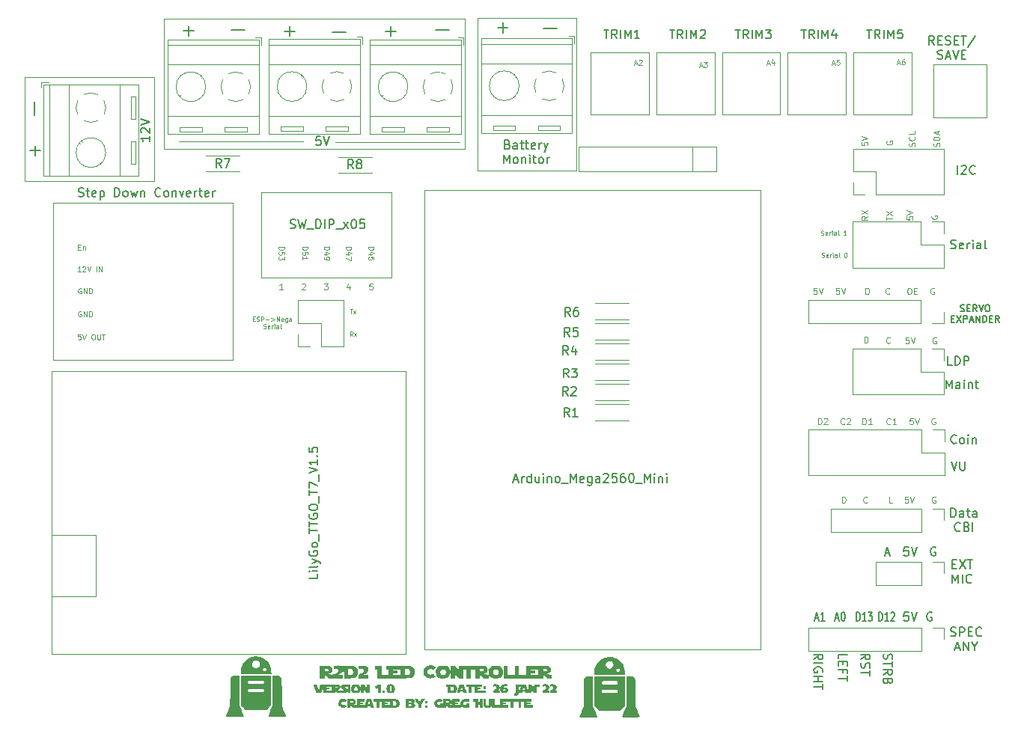
<source format=gbr>
%TF.GenerationSoftware,KiCad,Pcbnew,(6.0.0-0)*%
%TF.CreationDate,2022-02-03T16:38:40-05:00*%
%TF.ProjectId,LED_Controller_Without_Level_Shifter,4c45445f-436f-46e7-9472-6f6c6c65725f,1.0*%
%TF.SameCoordinates,Original*%
%TF.FileFunction,Legend,Top*%
%TF.FilePolarity,Positive*%
%FSLAX46Y46*%
G04 Gerber Fmt 4.6, Leading zero omitted, Abs format (unit mm)*
G04 Created by KiCad (PCBNEW (6.0.0-0)) date 2022-02-03 16:38:40*
%MOMM*%
%LPD*%
G01*
G04 APERTURE LIST*
%ADD10C,0.120000*%
%ADD11C,0.150000*%
%ADD12C,0.075000*%
%ADD13C,0.100000*%
%ADD14C,0.010000*%
G04 APERTURE END LIST*
D10*
X137530000Y-60480000D02*
X148680000Y-60480000D01*
X148680000Y-60480000D02*
X148680000Y-77810000D01*
X148680000Y-77810000D02*
X137530000Y-77810000D01*
X137530000Y-77810000D02*
X137530000Y-60480000D01*
X135530000Y-74520000D02*
X121470000Y-74520000D01*
X117830000Y-74460000D02*
X103770000Y-74460000D01*
X102090000Y-60590000D02*
X136080000Y-60590000D01*
X136080000Y-60590000D02*
X136080000Y-75326000D01*
X136080000Y-75326000D02*
X102090000Y-75326000D01*
X102090000Y-75326000D02*
X102090000Y-60590000D01*
X86330000Y-67162000D02*
X100980000Y-67162000D01*
X100980000Y-67162000D02*
X100980000Y-78964000D01*
X100980000Y-78964000D02*
X86330000Y-78964000D01*
X86330000Y-78964000D02*
X86330000Y-67162000D01*
D11*
X183491238Y-132459262D02*
X183443619Y-132602119D01*
X183443619Y-132840214D01*
X183491238Y-132935452D01*
X183538857Y-132983072D01*
X183634095Y-133030691D01*
X183729333Y-133030691D01*
X183824571Y-132983072D01*
X183872190Y-132935452D01*
X183919809Y-132840214D01*
X183967428Y-132649738D01*
X184015047Y-132554500D01*
X184062666Y-132506881D01*
X184157904Y-132459262D01*
X184253142Y-132459262D01*
X184348380Y-132506881D01*
X184396000Y-132554500D01*
X184443619Y-132649738D01*
X184443619Y-132887833D01*
X184396000Y-133030691D01*
X184443619Y-133316405D02*
X184443619Y-133887833D01*
X183443619Y-133602119D02*
X184443619Y-133602119D01*
X183443619Y-134792595D02*
X183919809Y-134459262D01*
X183443619Y-134221167D02*
X184443619Y-134221167D01*
X184443619Y-134602119D01*
X184396000Y-134697357D01*
X184348380Y-134744976D01*
X184253142Y-134792595D01*
X184110285Y-134792595D01*
X184015047Y-134744976D01*
X183967428Y-134697357D01*
X183919809Y-134602119D01*
X183919809Y-134221167D01*
X183967428Y-135554500D02*
X183919809Y-135697357D01*
X183872190Y-135744976D01*
X183776952Y-135792595D01*
X183634095Y-135792595D01*
X183538857Y-135744976D01*
X183491238Y-135697357D01*
X183443619Y-135602119D01*
X183443619Y-135221167D01*
X184443619Y-135221167D01*
X184443619Y-135554500D01*
X184396000Y-135649738D01*
X184348380Y-135697357D01*
X184253142Y-135744976D01*
X184157904Y-135744976D01*
X184062666Y-135697357D01*
X184015047Y-135649738D01*
X183967428Y-135554500D01*
X183967428Y-135221167D01*
D12*
X122644571Y-86393428D02*
X123244571Y-86393428D01*
X123244571Y-86536285D01*
X123216000Y-86622000D01*
X123158857Y-86679142D01*
X123101714Y-86707714D01*
X122987428Y-86736285D01*
X122901714Y-86736285D01*
X122787428Y-86707714D01*
X122730285Y-86679142D01*
X122673142Y-86622000D01*
X122644571Y-86536285D01*
X122644571Y-86393428D01*
X123044571Y-87250571D02*
X122644571Y-87250571D01*
X123273142Y-87107714D02*
X122844571Y-86964857D01*
X122844571Y-87336285D01*
X123244571Y-87507714D02*
X123244571Y-87907714D01*
X122644571Y-87650571D01*
D11*
X140930571Y-74815571D02*
X141073428Y-74863190D01*
X141121047Y-74910809D01*
X141168666Y-75006047D01*
X141168666Y-75148904D01*
X141121047Y-75244142D01*
X141073428Y-75291761D01*
X140978190Y-75339380D01*
X140597238Y-75339380D01*
X140597238Y-74339380D01*
X140930571Y-74339380D01*
X141025809Y-74387000D01*
X141073428Y-74434619D01*
X141121047Y-74529857D01*
X141121047Y-74625095D01*
X141073428Y-74720333D01*
X141025809Y-74767952D01*
X140930571Y-74815571D01*
X140597238Y-74815571D01*
X142025809Y-75339380D02*
X142025809Y-74815571D01*
X141978190Y-74720333D01*
X141882952Y-74672714D01*
X141692476Y-74672714D01*
X141597238Y-74720333D01*
X142025809Y-75291761D02*
X141930571Y-75339380D01*
X141692476Y-75339380D01*
X141597238Y-75291761D01*
X141549619Y-75196523D01*
X141549619Y-75101285D01*
X141597238Y-75006047D01*
X141692476Y-74958428D01*
X141930571Y-74958428D01*
X142025809Y-74910809D01*
X142359142Y-74672714D02*
X142740095Y-74672714D01*
X142502000Y-74339380D02*
X142502000Y-75196523D01*
X142549619Y-75291761D01*
X142644857Y-75339380D01*
X142740095Y-75339380D01*
X142930571Y-74672714D02*
X143311523Y-74672714D01*
X143073428Y-74339380D02*
X143073428Y-75196523D01*
X143121047Y-75291761D01*
X143216285Y-75339380D01*
X143311523Y-75339380D01*
X144025809Y-75291761D02*
X143930571Y-75339380D01*
X143740095Y-75339380D01*
X143644857Y-75291761D01*
X143597238Y-75196523D01*
X143597238Y-74815571D01*
X143644857Y-74720333D01*
X143740095Y-74672714D01*
X143930571Y-74672714D01*
X144025809Y-74720333D01*
X144073428Y-74815571D01*
X144073428Y-74910809D01*
X143597238Y-75006047D01*
X144502000Y-75339380D02*
X144502000Y-74672714D01*
X144502000Y-74863190D02*
X144549619Y-74767952D01*
X144597238Y-74720333D01*
X144692476Y-74672714D01*
X144787714Y-74672714D01*
X145025809Y-74672714D02*
X145263904Y-75339380D01*
X145502000Y-74672714D02*
X145263904Y-75339380D01*
X145168666Y-75577476D01*
X145121047Y-75625095D01*
X145025809Y-75672714D01*
X140478190Y-76949380D02*
X140478190Y-75949380D01*
X140811523Y-76663666D01*
X141144857Y-75949380D01*
X141144857Y-76949380D01*
X141763904Y-76949380D02*
X141668666Y-76901761D01*
X141621047Y-76854142D01*
X141573428Y-76758904D01*
X141573428Y-76473190D01*
X141621047Y-76377952D01*
X141668666Y-76330333D01*
X141763904Y-76282714D01*
X141906761Y-76282714D01*
X142002000Y-76330333D01*
X142049619Y-76377952D01*
X142097238Y-76473190D01*
X142097238Y-76758904D01*
X142049619Y-76854142D01*
X142002000Y-76901761D01*
X141906761Y-76949380D01*
X141763904Y-76949380D01*
X142525809Y-76282714D02*
X142525809Y-76949380D01*
X142525809Y-76377952D02*
X142573428Y-76330333D01*
X142668666Y-76282714D01*
X142811523Y-76282714D01*
X142906761Y-76330333D01*
X142954380Y-76425571D01*
X142954380Y-76949380D01*
X143430571Y-76949380D02*
X143430571Y-76282714D01*
X143430571Y-75949380D02*
X143382952Y-75997000D01*
X143430571Y-76044619D01*
X143478190Y-75997000D01*
X143430571Y-75949380D01*
X143430571Y-76044619D01*
X143763904Y-76282714D02*
X144144857Y-76282714D01*
X143906761Y-75949380D02*
X143906761Y-76806523D01*
X143954380Y-76901761D01*
X144049619Y-76949380D01*
X144144857Y-76949380D01*
X144621047Y-76949380D02*
X144525809Y-76901761D01*
X144478190Y-76854142D01*
X144430571Y-76758904D01*
X144430571Y-76473190D01*
X144478190Y-76377952D01*
X144525809Y-76330333D01*
X144621047Y-76282714D01*
X144763904Y-76282714D01*
X144859142Y-76330333D01*
X144906761Y-76377952D01*
X144954380Y-76473190D01*
X144954380Y-76758904D01*
X144906761Y-76854142D01*
X144859142Y-76901761D01*
X144763904Y-76949380D01*
X144621047Y-76949380D01*
X145382952Y-76949380D02*
X145382952Y-76282714D01*
X145382952Y-76473190D02*
X145430571Y-76377952D01*
X145478190Y-76330333D01*
X145573428Y-76282714D01*
X145668666Y-76282714D01*
D12*
X117656000Y-90615333D02*
X117689333Y-90582000D01*
X117756000Y-90548666D01*
X117922666Y-90548666D01*
X117989333Y-90582000D01*
X118022666Y-90615333D01*
X118056000Y-90682000D01*
X118056000Y-90748666D01*
X118022666Y-90848666D01*
X117622666Y-91248666D01*
X118056000Y-91248666D01*
X162639428Y-65886000D02*
X162925142Y-65886000D01*
X162582285Y-66057428D02*
X162782285Y-65457428D01*
X162982285Y-66057428D01*
X163125142Y-65457428D02*
X163496571Y-65457428D01*
X163296571Y-65686000D01*
X163382285Y-65686000D01*
X163439428Y-65714571D01*
X163468000Y-65743142D01*
X163496571Y-65800285D01*
X163496571Y-65943142D01*
X163468000Y-66000285D01*
X163439428Y-66028857D01*
X163382285Y-66057428D01*
X163210857Y-66057428D01*
X163153714Y-66028857D01*
X163125142Y-66000285D01*
X181591916Y-115312000D02*
X181558583Y-115345333D01*
X181458583Y-115378666D01*
X181391916Y-115378666D01*
X181291916Y-115345333D01*
X181225250Y-115278666D01*
X181191916Y-115212000D01*
X181158583Y-115078666D01*
X181158583Y-114978666D01*
X181191916Y-114845333D01*
X181225250Y-114778666D01*
X181291916Y-114712000D01*
X181391916Y-114678666D01*
X181458583Y-114678666D01*
X181558583Y-114712000D01*
X181591916Y-114745333D01*
D13*
X123098761Y-93452190D02*
X123384476Y-93452190D01*
X123241619Y-93952190D02*
X123241619Y-93452190D01*
X123503523Y-93952190D02*
X123765428Y-93618857D01*
X123503523Y-93618857D02*
X123765428Y-93952190D01*
D12*
X115516000Y-91248666D02*
X115116000Y-91248666D01*
X115316000Y-91248666D02*
X115316000Y-90548666D01*
X115249333Y-90648666D01*
X115182666Y-90715333D01*
X115116000Y-90748666D01*
X189398583Y-96678000D02*
X189331916Y-96644666D01*
X189231916Y-96644666D01*
X189131916Y-96678000D01*
X189065250Y-96744666D01*
X189031916Y-96811333D01*
X188998583Y-96944666D01*
X188998583Y-97044666D01*
X189031916Y-97178000D01*
X189065250Y-97244666D01*
X189131916Y-97311333D01*
X189231916Y-97344666D01*
X189298583Y-97344666D01*
X189398583Y-97311333D01*
X189431916Y-97278000D01*
X189431916Y-97044666D01*
X189298583Y-97044666D01*
D11*
X175726214Y-128436666D02*
X176083357Y-128436666D01*
X175654785Y-128722380D02*
X175904785Y-127722380D01*
X176154785Y-128722380D01*
X176797642Y-128722380D02*
X176369071Y-128722380D01*
X176583357Y-128722380D02*
X176583357Y-127722380D01*
X176511928Y-127865238D01*
X176440500Y-127960476D01*
X176369071Y-128008095D01*
X146491904Y-61702380D02*
X145730000Y-61702380D01*
X145730000Y-61702380D02*
X144968095Y-61702380D01*
X191692666Y-108561142D02*
X191645047Y-108608761D01*
X191502190Y-108656380D01*
X191406952Y-108656380D01*
X191264095Y-108608761D01*
X191168857Y-108513523D01*
X191121238Y-108418285D01*
X191073619Y-108227809D01*
X191073619Y-108084952D01*
X191121238Y-107894476D01*
X191168857Y-107799238D01*
X191264095Y-107704000D01*
X191406952Y-107656380D01*
X191502190Y-107656380D01*
X191645047Y-107704000D01*
X191692666Y-107751619D01*
X192264095Y-108656380D02*
X192168857Y-108608761D01*
X192121238Y-108561142D01*
X192073619Y-108465904D01*
X192073619Y-108180190D01*
X192121238Y-108084952D01*
X192168857Y-108037333D01*
X192264095Y-107989714D01*
X192406952Y-107989714D01*
X192502190Y-108037333D01*
X192549809Y-108084952D01*
X192597428Y-108180190D01*
X192597428Y-108465904D01*
X192549809Y-108561142D01*
X192502190Y-108608761D01*
X192406952Y-108656380D01*
X192264095Y-108656380D01*
X193026000Y-108656380D02*
X193026000Y-107989714D01*
X193026000Y-107656380D02*
X192978380Y-107704000D01*
X193026000Y-107751619D01*
X193073619Y-107704000D01*
X193026000Y-107656380D01*
X193026000Y-107751619D01*
X193502190Y-107989714D02*
X193502190Y-108656380D01*
X193502190Y-108084952D02*
X193549809Y-108037333D01*
X193645047Y-107989714D01*
X193787904Y-107989714D01*
X193883142Y-108037333D01*
X193930761Y-108132571D01*
X193930761Y-108656380D01*
D12*
X125194571Y-86393428D02*
X125794571Y-86393428D01*
X125794571Y-86536285D01*
X125766000Y-86622000D01*
X125708857Y-86679142D01*
X125651714Y-86707714D01*
X125537428Y-86736285D01*
X125451714Y-86736285D01*
X125337428Y-86707714D01*
X125280285Y-86679142D01*
X125223142Y-86622000D01*
X125194571Y-86536285D01*
X125194571Y-86393428D01*
X125594571Y-87250571D02*
X125194571Y-87250571D01*
X125823142Y-87107714D02*
X125394571Y-86964857D01*
X125394571Y-87336285D01*
X125794571Y-87850571D02*
X125794571Y-87564857D01*
X125508857Y-87536285D01*
X125537428Y-87564857D01*
X125566000Y-87622000D01*
X125566000Y-87764857D01*
X125537428Y-87822000D01*
X125508857Y-87850571D01*
X125451714Y-87879142D01*
X125308857Y-87879142D01*
X125251714Y-87850571D01*
X125223142Y-87822000D01*
X125194571Y-87764857D01*
X125194571Y-87622000D01*
X125223142Y-87564857D01*
X125251714Y-87536285D01*
D11*
X190523695Y-102434180D02*
X190523695Y-101434180D01*
X190857028Y-102148466D01*
X191190361Y-101434180D01*
X191190361Y-102434180D01*
X192095123Y-102434180D02*
X192095123Y-101910371D01*
X192047504Y-101815133D01*
X191952266Y-101767514D01*
X191761790Y-101767514D01*
X191666552Y-101815133D01*
X192095123Y-102386561D02*
X191999885Y-102434180D01*
X191761790Y-102434180D01*
X191666552Y-102386561D01*
X191618933Y-102291323D01*
X191618933Y-102196085D01*
X191666552Y-102100847D01*
X191761790Y-102053228D01*
X191999885Y-102053228D01*
X192095123Y-102005609D01*
X192571314Y-102434180D02*
X192571314Y-101767514D01*
X192571314Y-101434180D02*
X192523695Y-101481800D01*
X192571314Y-101529419D01*
X192618933Y-101481800D01*
X192571314Y-101434180D01*
X192571314Y-101529419D01*
X193047504Y-101767514D02*
X193047504Y-102434180D01*
X193047504Y-101862752D02*
X193095123Y-101815133D01*
X193190361Y-101767514D01*
X193333219Y-101767514D01*
X193428457Y-101815133D01*
X193476076Y-101910371D01*
X193476076Y-102434180D01*
X193809409Y-101767514D02*
X194190361Y-101767514D01*
X193952266Y-101434180D02*
X193952266Y-102291323D01*
X193999885Y-102386561D01*
X194095123Y-102434180D01*
X194190361Y-102434180D01*
X189322404Y-120404000D02*
X189227166Y-120356380D01*
X189084309Y-120356380D01*
X188941452Y-120404000D01*
X188846214Y-120499238D01*
X188798595Y-120594476D01*
X188750976Y-120784952D01*
X188750976Y-120927809D01*
X188798595Y-121118285D01*
X188846214Y-121213523D01*
X188941452Y-121308761D01*
X189084309Y-121356380D01*
X189179547Y-121356380D01*
X189322404Y-121308761D01*
X189370023Y-121261142D01*
X189370023Y-120927809D01*
X189179547Y-120927809D01*
D12*
X92348572Y-86407142D02*
X92548572Y-86407142D01*
X92634286Y-86721428D02*
X92348572Y-86721428D01*
X92348572Y-86121428D01*
X92634286Y-86121428D01*
X92891429Y-86321428D02*
X92891429Y-86721428D01*
X92891429Y-86378571D02*
X92920000Y-86350000D01*
X92977143Y-86321428D01*
X93062857Y-86321428D01*
X93120000Y-86350000D01*
X93148572Y-86407142D01*
X93148572Y-86721428D01*
D11*
X128297428Y-61998857D02*
X127154571Y-61998857D01*
X127726000Y-61427428D02*
X127726000Y-62570285D01*
D12*
X92682857Y-93710000D02*
X92625714Y-93681428D01*
X92540000Y-93681428D01*
X92454285Y-93710000D01*
X92397142Y-93767142D01*
X92368571Y-93824285D01*
X92340000Y-93938571D01*
X92340000Y-94024285D01*
X92368571Y-94138571D01*
X92397142Y-94195714D01*
X92454285Y-94252857D01*
X92540000Y-94281428D01*
X92597142Y-94281428D01*
X92682857Y-94252857D01*
X92711428Y-94224285D01*
X92711428Y-94024285D01*
X92597142Y-94024285D01*
X92968571Y-94281428D02*
X92968571Y-93681428D01*
X93311428Y-94281428D01*
X93311428Y-93681428D01*
X93597142Y-94281428D02*
X93597142Y-93681428D01*
X93740000Y-93681428D01*
X93825714Y-93710000D01*
X93882857Y-93767142D01*
X93911428Y-93824285D01*
X93940000Y-93938571D01*
X93940000Y-94024285D01*
X93911428Y-94138571D01*
X93882857Y-94195714D01*
X93825714Y-94252857D01*
X93740000Y-94281428D01*
X93597142Y-94281428D01*
D11*
X140941428Y-61592857D02*
X139798571Y-61592857D01*
X140370000Y-61021428D02*
X140370000Y-62164285D01*
D12*
X175888666Y-91056666D02*
X175555333Y-91056666D01*
X175522000Y-91390000D01*
X175555333Y-91356666D01*
X175622000Y-91323333D01*
X175788666Y-91323333D01*
X175855333Y-91356666D01*
X175888666Y-91390000D01*
X175922000Y-91456666D01*
X175922000Y-91623333D01*
X175888666Y-91690000D01*
X175855333Y-91723333D01*
X175788666Y-91756666D01*
X175622000Y-91756666D01*
X175555333Y-91723333D01*
X175522000Y-91690000D01*
X176122000Y-91056666D02*
X176355333Y-91756666D01*
X176588666Y-91056666D01*
X120159571Y-86393428D02*
X120759571Y-86393428D01*
X120759571Y-86536285D01*
X120731000Y-86622000D01*
X120673857Y-86679142D01*
X120616714Y-86707714D01*
X120502428Y-86736285D01*
X120416714Y-86736285D01*
X120302428Y-86707714D01*
X120245285Y-86679142D01*
X120188142Y-86622000D01*
X120159571Y-86536285D01*
X120159571Y-86393428D01*
X120559571Y-87250571D02*
X120159571Y-87250571D01*
X120788142Y-87107714D02*
X120359571Y-86964857D01*
X120359571Y-87336285D01*
X120159571Y-87593428D02*
X120159571Y-87707714D01*
X120188142Y-87764857D01*
X120216714Y-87793428D01*
X120302428Y-87850571D01*
X120416714Y-87879142D01*
X120645285Y-87879142D01*
X120702428Y-87850571D01*
X120731000Y-87822000D01*
X120759571Y-87764857D01*
X120759571Y-87650571D01*
X120731000Y-87593428D01*
X120702428Y-87564857D01*
X120645285Y-87536285D01*
X120502428Y-87536285D01*
X120445285Y-87564857D01*
X120416714Y-87593428D01*
X120388142Y-87650571D01*
X120388142Y-87764857D01*
X120416714Y-87822000D01*
X120445285Y-87850571D01*
X120502428Y-87879142D01*
X181267916Y-97256666D02*
X181267916Y-96556666D01*
X181434583Y-96556666D01*
X181534583Y-96590000D01*
X181601250Y-96656666D01*
X181634583Y-96723333D01*
X181667916Y-96856666D01*
X181667916Y-96956666D01*
X181634583Y-97090000D01*
X181601250Y-97156666D01*
X181534583Y-97223333D01*
X181434583Y-97256666D01*
X181267916Y-97256666D01*
D13*
X112133333Y-94557785D02*
X112300000Y-94557785D01*
X112371428Y-94819690D02*
X112133333Y-94819690D01*
X112133333Y-94319690D01*
X112371428Y-94319690D01*
X112561904Y-94795880D02*
X112633333Y-94819690D01*
X112752380Y-94819690D01*
X112800000Y-94795880D01*
X112823809Y-94772071D01*
X112847619Y-94724452D01*
X112847619Y-94676833D01*
X112823809Y-94629214D01*
X112800000Y-94605404D01*
X112752380Y-94581595D01*
X112657142Y-94557785D01*
X112609523Y-94533976D01*
X112585714Y-94510166D01*
X112561904Y-94462547D01*
X112561904Y-94414928D01*
X112585714Y-94367309D01*
X112609523Y-94343500D01*
X112657142Y-94319690D01*
X112776190Y-94319690D01*
X112847619Y-94343500D01*
X113061904Y-94819690D02*
X113061904Y-94319690D01*
X113252380Y-94319690D01*
X113300000Y-94343500D01*
X113323809Y-94367309D01*
X113347619Y-94414928D01*
X113347619Y-94486357D01*
X113323809Y-94533976D01*
X113300000Y-94557785D01*
X113252380Y-94581595D01*
X113061904Y-94581595D01*
X113561904Y-94629214D02*
X113942857Y-94629214D01*
X114180952Y-94486357D02*
X114561904Y-94629214D01*
X114180952Y-94772071D01*
X114800000Y-94819690D02*
X114800000Y-94319690D01*
X114966666Y-94676833D01*
X115133333Y-94319690D01*
X115133333Y-94819690D01*
X115561904Y-94795880D02*
X115514285Y-94819690D01*
X115419047Y-94819690D01*
X115371428Y-94795880D01*
X115347619Y-94748261D01*
X115347619Y-94557785D01*
X115371428Y-94510166D01*
X115419047Y-94486357D01*
X115514285Y-94486357D01*
X115561904Y-94510166D01*
X115585714Y-94557785D01*
X115585714Y-94605404D01*
X115347619Y-94653023D01*
X116014285Y-94486357D02*
X116014285Y-94891119D01*
X115990476Y-94938738D01*
X115966666Y-94962547D01*
X115919047Y-94986357D01*
X115847619Y-94986357D01*
X115800000Y-94962547D01*
X116014285Y-94795880D02*
X115966666Y-94819690D01*
X115871428Y-94819690D01*
X115823809Y-94795880D01*
X115800000Y-94772071D01*
X115776190Y-94724452D01*
X115776190Y-94581595D01*
X115800000Y-94533976D01*
X115823809Y-94510166D01*
X115871428Y-94486357D01*
X115966666Y-94486357D01*
X116014285Y-94510166D01*
X116466666Y-94819690D02*
X116466666Y-94557785D01*
X116442857Y-94510166D01*
X116395238Y-94486357D01*
X116300000Y-94486357D01*
X116252380Y-94510166D01*
X116466666Y-94795880D02*
X116419047Y-94819690D01*
X116300000Y-94819690D01*
X116252380Y-94795880D01*
X116228571Y-94748261D01*
X116228571Y-94700642D01*
X116252380Y-94653023D01*
X116300000Y-94629214D01*
X116419047Y-94629214D01*
X116466666Y-94605404D01*
X113311904Y-95600880D02*
X113383333Y-95624690D01*
X113502380Y-95624690D01*
X113550000Y-95600880D01*
X113573809Y-95577071D01*
X113597619Y-95529452D01*
X113597619Y-95481833D01*
X113573809Y-95434214D01*
X113550000Y-95410404D01*
X113502380Y-95386595D01*
X113407142Y-95362785D01*
X113359523Y-95338976D01*
X113335714Y-95315166D01*
X113311904Y-95267547D01*
X113311904Y-95219928D01*
X113335714Y-95172309D01*
X113359523Y-95148500D01*
X113407142Y-95124690D01*
X113526190Y-95124690D01*
X113597619Y-95148500D01*
X114002380Y-95600880D02*
X113954761Y-95624690D01*
X113859523Y-95624690D01*
X113811904Y-95600880D01*
X113788095Y-95553261D01*
X113788095Y-95362785D01*
X113811904Y-95315166D01*
X113859523Y-95291357D01*
X113954761Y-95291357D01*
X114002380Y-95315166D01*
X114026190Y-95362785D01*
X114026190Y-95410404D01*
X113788095Y-95458023D01*
X114240476Y-95624690D02*
X114240476Y-95291357D01*
X114240476Y-95386595D02*
X114264285Y-95338976D01*
X114288095Y-95315166D01*
X114335714Y-95291357D01*
X114383333Y-95291357D01*
X114550000Y-95624690D02*
X114550000Y-95291357D01*
X114550000Y-95124690D02*
X114526190Y-95148500D01*
X114550000Y-95172309D01*
X114573809Y-95148500D01*
X114550000Y-95124690D01*
X114550000Y-95172309D01*
X115002380Y-95624690D02*
X115002380Y-95362785D01*
X114978571Y-95315166D01*
X114930952Y-95291357D01*
X114835714Y-95291357D01*
X114788095Y-95315166D01*
X115002380Y-95600880D02*
X114954761Y-95624690D01*
X114835714Y-95624690D01*
X114788095Y-95600880D01*
X114764285Y-95553261D01*
X114764285Y-95505642D01*
X114788095Y-95458023D01*
X114835714Y-95434214D01*
X114954761Y-95434214D01*
X115002380Y-95410404D01*
X115311904Y-95624690D02*
X115264285Y-95600880D01*
X115240476Y-95553261D01*
X115240476Y-95124690D01*
D12*
X186762583Y-105788666D02*
X186429250Y-105788666D01*
X186395916Y-106122000D01*
X186429250Y-106088666D01*
X186495916Y-106055333D01*
X186662583Y-106055333D01*
X186729250Y-106088666D01*
X186762583Y-106122000D01*
X186795916Y-106188666D01*
X186795916Y-106355333D01*
X186762583Y-106422000D01*
X186729250Y-106455333D01*
X186662583Y-106488666D01*
X186495916Y-106488666D01*
X186429250Y-106455333D01*
X186395916Y-106422000D01*
X186995916Y-105788666D02*
X187229250Y-106488666D01*
X187462583Y-105788666D01*
D11*
X134329904Y-61812380D02*
X133568000Y-61812380D01*
X133568000Y-61812380D02*
X132806095Y-61812380D01*
D12*
X181426666Y-91756666D02*
X181426666Y-91056666D01*
X181593333Y-91056666D01*
X181693333Y-91090000D01*
X181760000Y-91156666D01*
X181793333Y-91223333D01*
X181826666Y-91356666D01*
X181826666Y-91456666D01*
X181793333Y-91590000D01*
X181760000Y-91656666D01*
X181693333Y-91723333D01*
X181593333Y-91756666D01*
X181426666Y-91756666D01*
X120162666Y-90548666D02*
X120596000Y-90548666D01*
X120362666Y-90815333D01*
X120462666Y-90815333D01*
X120529333Y-90848666D01*
X120562666Y-90882000D01*
X120596000Y-90948666D01*
X120596000Y-91115333D01*
X120562666Y-91182000D01*
X120529333Y-91215333D01*
X120462666Y-91248666D01*
X120262666Y-91248666D01*
X120196000Y-91215333D01*
X120162666Y-91182000D01*
D11*
X119789523Y-73912380D02*
X119313333Y-73912380D01*
X119265714Y-74388571D01*
X119313333Y-74340952D01*
X119408571Y-74293333D01*
X119646666Y-74293333D01*
X119741904Y-74340952D01*
X119789523Y-74388571D01*
X119837142Y-74483809D01*
X119837142Y-74721904D01*
X119789523Y-74817142D01*
X119741904Y-74864761D01*
X119646666Y-74912380D01*
X119408571Y-74912380D01*
X119313333Y-74864761D01*
X119265714Y-74817142D01*
X120122857Y-73912380D02*
X120456190Y-74912380D01*
X120789523Y-73912380D01*
D12*
X183766666Y-83396857D02*
X183766666Y-82996857D01*
X184466666Y-83196857D02*
X183766666Y-83196857D01*
X183766666Y-82830190D02*
X184466666Y-82363524D01*
X183766666Y-82363524D02*
X184466666Y-82830190D01*
X186208583Y-114678666D02*
X185875250Y-114678666D01*
X185841916Y-115012000D01*
X185875250Y-114978666D01*
X185941916Y-114945333D01*
X186108583Y-114945333D01*
X186175250Y-114978666D01*
X186208583Y-115012000D01*
X186241916Y-115078666D01*
X186241916Y-115245333D01*
X186208583Y-115312000D01*
X186175250Y-115345333D01*
X186108583Y-115378666D01*
X185941916Y-115378666D01*
X185875250Y-115345333D01*
X185841916Y-115312000D01*
X186441916Y-114678666D02*
X186675250Y-115378666D01*
X186908583Y-114678666D01*
X178428666Y-91056666D02*
X178095333Y-91056666D01*
X178062000Y-91390000D01*
X178095333Y-91356666D01*
X178162000Y-91323333D01*
X178328666Y-91323333D01*
X178395333Y-91356666D01*
X178428666Y-91390000D01*
X178462000Y-91456666D01*
X178462000Y-91623333D01*
X178428666Y-91690000D01*
X178395333Y-91723333D01*
X178328666Y-91756666D01*
X178162000Y-91756666D01*
X178095333Y-91723333D01*
X178062000Y-91690000D01*
X178662000Y-91056666D02*
X178895333Y-91756666D01*
X179128666Y-91056666D01*
X123069333Y-90782000D02*
X123069333Y-91248666D01*
X122902666Y-90515333D02*
X122736000Y-91015333D01*
X123169333Y-91015333D01*
D13*
X176383333Y-85038380D02*
X176454761Y-85062190D01*
X176573809Y-85062190D01*
X176621428Y-85038380D01*
X176645238Y-85014571D01*
X176669047Y-84966952D01*
X176669047Y-84919333D01*
X176645238Y-84871714D01*
X176621428Y-84847904D01*
X176573809Y-84824095D01*
X176478571Y-84800285D01*
X176430952Y-84776476D01*
X176407142Y-84752666D01*
X176383333Y-84705047D01*
X176383333Y-84657428D01*
X176407142Y-84609809D01*
X176430952Y-84586000D01*
X176478571Y-84562190D01*
X176597619Y-84562190D01*
X176669047Y-84586000D01*
X177073809Y-85038380D02*
X177026190Y-85062190D01*
X176930952Y-85062190D01*
X176883333Y-85038380D01*
X176859523Y-84990761D01*
X176859523Y-84800285D01*
X176883333Y-84752666D01*
X176930952Y-84728857D01*
X177026190Y-84728857D01*
X177073809Y-84752666D01*
X177097619Y-84800285D01*
X177097619Y-84847904D01*
X176859523Y-84895523D01*
X177311904Y-85062190D02*
X177311904Y-84728857D01*
X177311904Y-84824095D02*
X177335714Y-84776476D01*
X177359523Y-84752666D01*
X177407142Y-84728857D01*
X177454761Y-84728857D01*
X177621428Y-85062190D02*
X177621428Y-84728857D01*
X177621428Y-84562190D02*
X177597619Y-84586000D01*
X177621428Y-84609809D01*
X177645238Y-84586000D01*
X177621428Y-84562190D01*
X177621428Y-84609809D01*
X178073809Y-85062190D02*
X178073809Y-84800285D01*
X178050000Y-84752666D01*
X178002380Y-84728857D01*
X177907142Y-84728857D01*
X177859523Y-84752666D01*
X178073809Y-85038380D02*
X178026190Y-85062190D01*
X177907142Y-85062190D01*
X177859523Y-85038380D01*
X177835714Y-84990761D01*
X177835714Y-84943142D01*
X177859523Y-84895523D01*
X177907142Y-84871714D01*
X178026190Y-84871714D01*
X178073809Y-84847904D01*
X178383333Y-85062190D02*
X178335714Y-85038380D01*
X178311904Y-84990761D01*
X178311904Y-84562190D01*
X179216666Y-85062190D02*
X178930952Y-85062190D01*
X179073809Y-85062190D02*
X179073809Y-84562190D01*
X179026190Y-84633619D01*
X178978571Y-84681238D01*
X178930952Y-84705047D01*
D11*
X178363619Y-132983071D02*
X178363619Y-132506880D01*
X179363619Y-132506880D01*
X178887428Y-133316404D02*
X178887428Y-133649738D01*
X178363619Y-133792595D02*
X178363619Y-133316404D01*
X179363619Y-133316404D01*
X179363619Y-133792595D01*
X178887428Y-134554499D02*
X178887428Y-134221166D01*
X178363619Y-134221166D02*
X179363619Y-134221166D01*
X179363619Y-134697357D01*
X179363619Y-134935452D02*
X179363619Y-135506880D01*
X178363619Y-135221166D02*
X179363619Y-135221166D01*
X191088857Y-110686380D02*
X191422190Y-111686380D01*
X191755523Y-110686380D01*
X192088857Y-110686380D02*
X192088857Y-111495904D01*
X192136476Y-111591142D01*
X192184095Y-111638761D01*
X192279333Y-111686380D01*
X192469809Y-111686380D01*
X192565047Y-111638761D01*
X192612666Y-111591142D01*
X192660285Y-111495904D01*
X192660285Y-110686380D01*
X182947833Y-128722380D02*
X182947833Y-127722380D01*
X183114500Y-127722380D01*
X183214500Y-127770000D01*
X183281166Y-127865238D01*
X183314500Y-127960476D01*
X183347833Y-128150952D01*
X183347833Y-128293809D01*
X183314500Y-128484285D01*
X183281166Y-128579523D01*
X183214500Y-128674761D01*
X183114500Y-128722380D01*
X182947833Y-128722380D01*
X184014500Y-128722380D02*
X183614500Y-128722380D01*
X183814500Y-128722380D02*
X183814500Y-127722380D01*
X183747833Y-127865238D01*
X183681166Y-127960476D01*
X183614500Y-128008095D01*
X184281166Y-127817619D02*
X184314500Y-127770000D01*
X184381166Y-127722380D01*
X184547833Y-127722380D01*
X184614500Y-127770000D01*
X184647833Y-127817619D01*
X184681166Y-127912857D01*
X184681166Y-128008095D01*
X184647833Y-128150952D01*
X184247833Y-128722380D01*
X184681166Y-128722380D01*
D12*
X186052666Y-82973047D02*
X186052666Y-83306380D01*
X186386000Y-83339714D01*
X186352666Y-83306380D01*
X186319333Y-83239714D01*
X186319333Y-83073047D01*
X186352666Y-83006380D01*
X186386000Y-82973047D01*
X186452666Y-82939714D01*
X186619333Y-82939714D01*
X186686000Y-82973047D01*
X186719333Y-83006380D01*
X186752666Y-83073047D01*
X186752666Y-83239714D01*
X186719333Y-83306380D01*
X186686000Y-83339714D01*
X186052666Y-82739714D02*
X186752666Y-82506380D01*
X186052666Y-82273047D01*
X184408583Y-115378666D02*
X184075250Y-115378666D01*
X184075250Y-114678666D01*
X184991428Y-65600000D02*
X185277142Y-65600000D01*
X184934285Y-65771428D02*
X185134285Y-65171428D01*
X185334285Y-65771428D01*
X185791428Y-65171428D02*
X185677142Y-65171428D01*
X185620000Y-65200000D01*
X185591428Y-65228571D01*
X185534285Y-65314285D01*
X185505714Y-65428571D01*
X185505714Y-65657142D01*
X185534285Y-65714285D01*
X185562857Y-65742857D01*
X185620000Y-65771428D01*
X185734285Y-65771428D01*
X185791428Y-65742857D01*
X185820000Y-65714285D01*
X185848571Y-65657142D01*
X185848571Y-65514285D01*
X185820000Y-65457142D01*
X185791428Y-65428571D01*
X185734285Y-65400000D01*
X185620000Y-65400000D01*
X185562857Y-65428571D01*
X185534285Y-65457142D01*
X185505714Y-65514285D01*
X125642666Y-90548666D02*
X125309333Y-90548666D01*
X125276000Y-90882000D01*
X125309333Y-90848666D01*
X125376000Y-90815333D01*
X125542666Y-90815333D01*
X125609333Y-90848666D01*
X125642666Y-90882000D01*
X125676000Y-90948666D01*
X125676000Y-91115333D01*
X125642666Y-91182000D01*
X125609333Y-91215333D01*
X125542666Y-91248666D01*
X125376000Y-91248666D01*
X125309333Y-91215333D01*
X125276000Y-91182000D01*
X179029250Y-106418000D02*
X178995916Y-106451333D01*
X178895916Y-106484666D01*
X178829250Y-106484666D01*
X178729250Y-106451333D01*
X178662583Y-106384666D01*
X178629250Y-106318000D01*
X178595916Y-106184666D01*
X178595916Y-106084666D01*
X178629250Y-105951333D01*
X178662583Y-105884666D01*
X178729250Y-105818000D01*
X178829250Y-105784666D01*
X178895916Y-105784666D01*
X178995916Y-105818000D01*
X179029250Y-105851333D01*
X179295916Y-105851333D02*
X179329250Y-105818000D01*
X179395916Y-105784666D01*
X179562583Y-105784666D01*
X179629250Y-105818000D01*
X179662583Y-105851333D01*
X179695916Y-105918000D01*
X179695916Y-105984666D01*
X179662583Y-106084666D01*
X179262583Y-106484666D01*
X179695916Y-106484666D01*
X180972666Y-74555333D02*
X180972666Y-74888666D01*
X181306000Y-74922000D01*
X181272666Y-74888666D01*
X181239333Y-74822000D01*
X181239333Y-74655333D01*
X181272666Y-74588666D01*
X181306000Y-74555333D01*
X181372666Y-74522000D01*
X181539333Y-74522000D01*
X181606000Y-74555333D01*
X181639333Y-74588666D01*
X181672666Y-74655333D01*
X181672666Y-74822000D01*
X181639333Y-74888666D01*
X181606000Y-74922000D01*
X180972666Y-74322000D02*
X181672666Y-74088666D01*
X180972666Y-73855333D01*
X115044571Y-86393428D02*
X115644571Y-86393428D01*
X115644571Y-86536285D01*
X115616000Y-86622000D01*
X115558857Y-86679142D01*
X115501714Y-86707714D01*
X115387428Y-86736285D01*
X115301714Y-86736285D01*
X115187428Y-86707714D01*
X115130285Y-86679142D01*
X115073142Y-86622000D01*
X115044571Y-86536285D01*
X115044571Y-86393428D01*
X115644571Y-87279142D02*
X115644571Y-86993428D01*
X115358857Y-86964857D01*
X115387428Y-86993428D01*
X115416000Y-87050571D01*
X115416000Y-87193428D01*
X115387428Y-87250571D01*
X115358857Y-87279142D01*
X115301714Y-87307714D01*
X115158857Y-87307714D01*
X115101714Y-87279142D01*
X115073142Y-87250571D01*
X115044571Y-87193428D01*
X115044571Y-87050571D01*
X115073142Y-86993428D01*
X115101714Y-86964857D01*
X115644571Y-87507714D02*
X115644571Y-87879142D01*
X115416000Y-87679142D01*
X115416000Y-87764857D01*
X115387428Y-87822000D01*
X115358857Y-87850571D01*
X115301714Y-87879142D01*
X115158857Y-87879142D01*
X115101714Y-87850571D01*
X115073142Y-87822000D01*
X115044571Y-87764857D01*
X115044571Y-87593428D01*
X115073142Y-87536285D01*
X115101714Y-87507714D01*
X92682857Y-91120000D02*
X92625714Y-91091428D01*
X92540000Y-91091428D01*
X92454285Y-91120000D01*
X92397142Y-91177142D01*
X92368571Y-91234285D01*
X92340000Y-91348571D01*
X92340000Y-91434285D01*
X92368571Y-91548571D01*
X92397142Y-91605714D01*
X92454285Y-91662857D01*
X92540000Y-91691428D01*
X92597142Y-91691428D01*
X92682857Y-91662857D01*
X92711428Y-91634285D01*
X92711428Y-91434285D01*
X92597142Y-91434285D01*
X92968571Y-91691428D02*
X92968571Y-91091428D01*
X93311428Y-91691428D01*
X93311428Y-91091428D01*
X93597142Y-91691428D02*
X93597142Y-91091428D01*
X93740000Y-91091428D01*
X93825714Y-91120000D01*
X93882857Y-91177142D01*
X93911428Y-91234285D01*
X93940000Y-91348571D01*
X93940000Y-91434285D01*
X93911428Y-91548571D01*
X93882857Y-91605714D01*
X93825714Y-91662857D01*
X93740000Y-91691428D01*
X93597142Y-91691428D01*
X181079250Y-106488666D02*
X181079250Y-105788666D01*
X181245916Y-105788666D01*
X181345916Y-105822000D01*
X181412583Y-105888666D01*
X181445916Y-105955333D01*
X181479250Y-106088666D01*
X181479250Y-106188666D01*
X181445916Y-106322000D01*
X181412583Y-106388666D01*
X181345916Y-106455333D01*
X181245916Y-106488666D01*
X181079250Y-106488666D01*
X182145916Y-106488666D02*
X181745916Y-106488666D01*
X181945916Y-106488666D02*
X181945916Y-105788666D01*
X181879250Y-105888666D01*
X181812583Y-105955333D01*
X181745916Y-105988666D01*
D11*
X116867428Y-61998857D02*
X115724571Y-61998857D01*
X116296000Y-61427428D02*
X116296000Y-62570285D01*
X92385523Y-80668761D02*
X92528380Y-80716380D01*
X92766476Y-80716380D01*
X92861714Y-80668761D01*
X92909333Y-80621142D01*
X92956952Y-80525904D01*
X92956952Y-80430666D01*
X92909333Y-80335428D01*
X92861714Y-80287809D01*
X92766476Y-80240190D01*
X92576000Y-80192571D01*
X92480761Y-80144952D01*
X92433142Y-80097333D01*
X92385523Y-80002095D01*
X92385523Y-79906857D01*
X92433142Y-79811619D01*
X92480761Y-79764000D01*
X92576000Y-79716380D01*
X92814095Y-79716380D01*
X92956952Y-79764000D01*
X93242666Y-80049714D02*
X93623619Y-80049714D01*
X93385523Y-79716380D02*
X93385523Y-80573523D01*
X93433142Y-80668761D01*
X93528380Y-80716380D01*
X93623619Y-80716380D01*
X94337904Y-80668761D02*
X94242666Y-80716380D01*
X94052190Y-80716380D01*
X93956952Y-80668761D01*
X93909333Y-80573523D01*
X93909333Y-80192571D01*
X93956952Y-80097333D01*
X94052190Y-80049714D01*
X94242666Y-80049714D01*
X94337904Y-80097333D01*
X94385523Y-80192571D01*
X94385523Y-80287809D01*
X93909333Y-80383047D01*
X94814095Y-80049714D02*
X94814095Y-81049714D01*
X94814095Y-80097333D02*
X94909333Y-80049714D01*
X95099809Y-80049714D01*
X95195047Y-80097333D01*
X95242666Y-80144952D01*
X95290285Y-80240190D01*
X95290285Y-80525904D01*
X95242666Y-80621142D01*
X95195047Y-80668761D01*
X95099809Y-80716380D01*
X94909333Y-80716380D01*
X94814095Y-80668761D01*
X96480761Y-80716380D02*
X96480761Y-79716380D01*
X96718857Y-79716380D01*
X96861714Y-79764000D01*
X96956952Y-79859238D01*
X97004571Y-79954476D01*
X97052190Y-80144952D01*
X97052190Y-80287809D01*
X97004571Y-80478285D01*
X96956952Y-80573523D01*
X96861714Y-80668761D01*
X96718857Y-80716380D01*
X96480761Y-80716380D01*
X97623619Y-80716380D02*
X97528380Y-80668761D01*
X97480761Y-80621142D01*
X97433142Y-80525904D01*
X97433142Y-80240190D01*
X97480761Y-80144952D01*
X97528380Y-80097333D01*
X97623619Y-80049714D01*
X97766476Y-80049714D01*
X97861714Y-80097333D01*
X97909333Y-80144952D01*
X97956952Y-80240190D01*
X97956952Y-80525904D01*
X97909333Y-80621142D01*
X97861714Y-80668761D01*
X97766476Y-80716380D01*
X97623619Y-80716380D01*
X98290285Y-80049714D02*
X98480761Y-80716380D01*
X98671238Y-80240190D01*
X98861714Y-80716380D01*
X99052190Y-80049714D01*
X99433142Y-80049714D02*
X99433142Y-80716380D01*
X99433142Y-80144952D02*
X99480761Y-80097333D01*
X99576000Y-80049714D01*
X99718857Y-80049714D01*
X99814095Y-80097333D01*
X99861714Y-80192571D01*
X99861714Y-80716380D01*
X101671238Y-80621142D02*
X101623619Y-80668761D01*
X101480761Y-80716380D01*
X101385523Y-80716380D01*
X101242666Y-80668761D01*
X101147428Y-80573523D01*
X101099809Y-80478285D01*
X101052190Y-80287809D01*
X101052190Y-80144952D01*
X101099809Y-79954476D01*
X101147428Y-79859238D01*
X101242666Y-79764000D01*
X101385523Y-79716380D01*
X101480761Y-79716380D01*
X101623619Y-79764000D01*
X101671238Y-79811619D01*
X102242666Y-80716380D02*
X102147428Y-80668761D01*
X102099809Y-80621142D01*
X102052190Y-80525904D01*
X102052190Y-80240190D01*
X102099809Y-80144952D01*
X102147428Y-80097333D01*
X102242666Y-80049714D01*
X102385523Y-80049714D01*
X102480761Y-80097333D01*
X102528380Y-80144952D01*
X102576000Y-80240190D01*
X102576000Y-80525904D01*
X102528380Y-80621142D01*
X102480761Y-80668761D01*
X102385523Y-80716380D01*
X102242666Y-80716380D01*
X103004571Y-80049714D02*
X103004571Y-80716380D01*
X103004571Y-80144952D02*
X103052190Y-80097333D01*
X103147428Y-80049714D01*
X103290285Y-80049714D01*
X103385523Y-80097333D01*
X103433142Y-80192571D01*
X103433142Y-80716380D01*
X103814095Y-80049714D02*
X104052190Y-80716380D01*
X104290285Y-80049714D01*
X105052190Y-80668761D02*
X104956952Y-80716380D01*
X104766476Y-80716380D01*
X104671238Y-80668761D01*
X104623619Y-80573523D01*
X104623619Y-80192571D01*
X104671238Y-80097333D01*
X104766476Y-80049714D01*
X104956952Y-80049714D01*
X105052190Y-80097333D01*
X105099809Y-80192571D01*
X105099809Y-80287809D01*
X104623619Y-80383047D01*
X105528380Y-80716380D02*
X105528380Y-80049714D01*
X105528380Y-80240190D02*
X105575999Y-80144952D01*
X105623619Y-80097333D01*
X105718857Y-80049714D01*
X105814095Y-80049714D01*
X106004571Y-80049714D02*
X106385523Y-80049714D01*
X106147428Y-79716380D02*
X106147428Y-80573523D01*
X106195047Y-80668761D01*
X106290285Y-80716380D01*
X106385523Y-80716380D01*
X107099809Y-80668761D02*
X107004571Y-80716380D01*
X106814095Y-80716380D01*
X106718857Y-80668761D01*
X106671238Y-80573523D01*
X106671238Y-80192571D01*
X106718857Y-80097333D01*
X106814095Y-80049714D01*
X107004571Y-80049714D01*
X107099809Y-80097333D01*
X107147428Y-80192571D01*
X107147428Y-80287809D01*
X106671238Y-80383047D01*
X107575999Y-80716380D02*
X107575999Y-80049714D01*
X107575999Y-80240190D02*
X107623619Y-80144952D01*
X107671238Y-80097333D01*
X107766476Y-80049714D01*
X107861714Y-80049714D01*
D12*
X186306666Y-91056666D02*
X186440000Y-91056666D01*
X186506666Y-91090000D01*
X186573333Y-91156666D01*
X186606666Y-91290000D01*
X186606666Y-91523333D01*
X186573333Y-91656666D01*
X186506666Y-91723333D01*
X186440000Y-91756666D01*
X186306666Y-91756666D01*
X186240000Y-91723333D01*
X186173333Y-91656666D01*
X186140000Y-91523333D01*
X186140000Y-91290000D01*
X186173333Y-91156666D01*
X186240000Y-91090000D01*
X186306666Y-91056666D01*
X186906666Y-91390000D02*
X187140000Y-91390000D01*
X187240000Y-91756666D02*
X186906666Y-91756666D01*
X186906666Y-91056666D01*
X187240000Y-91056666D01*
D11*
X109692095Y-61891619D02*
X110454000Y-61891619D01*
X110454000Y-61891619D02*
X111215904Y-61891619D01*
X86918571Y-75507142D02*
X88061428Y-75507142D01*
X87490000Y-76078571D02*
X87490000Y-74935714D01*
D12*
X92632857Y-89231428D02*
X92290000Y-89231428D01*
X92461428Y-89231428D02*
X92461428Y-88631428D01*
X92404285Y-88717142D01*
X92347142Y-88774285D01*
X92290000Y-88802857D01*
X92861428Y-88688571D02*
X92890000Y-88660000D01*
X92947142Y-88631428D01*
X93090000Y-88631428D01*
X93147142Y-88660000D01*
X93175714Y-88688571D01*
X93204285Y-88745714D01*
X93204285Y-88802857D01*
X93175714Y-88888571D01*
X92832857Y-89231428D01*
X93204285Y-89231428D01*
X93375714Y-88631428D02*
X93575714Y-89231428D01*
X93775714Y-88631428D01*
X94432857Y-89231428D02*
X94432857Y-88631428D01*
X94718571Y-89231428D02*
X94718571Y-88631428D01*
X95061428Y-89231428D01*
X95061428Y-88631428D01*
D11*
X188894404Y-127770000D02*
X188799166Y-127722380D01*
X188656309Y-127722380D01*
X188513452Y-127770000D01*
X188418214Y-127865238D01*
X188370595Y-127960476D01*
X188322976Y-128150952D01*
X188322976Y-128293809D01*
X188370595Y-128484285D01*
X188418214Y-128579523D01*
X188513452Y-128674761D01*
X188656309Y-128722380D01*
X188751547Y-128722380D01*
X188894404Y-128674761D01*
X188942023Y-128627142D01*
X188942023Y-128293809D01*
X188751547Y-128293809D01*
X186259261Y-127722380D02*
X185783071Y-127722380D01*
X185735452Y-128198571D01*
X185783071Y-128150952D01*
X185878309Y-128103333D01*
X186116404Y-128103333D01*
X186211642Y-128150952D01*
X186259261Y-128198571D01*
X186306880Y-128293809D01*
X186306880Y-128531904D01*
X186259261Y-128627142D01*
X186211642Y-128674761D01*
X186116404Y-128722380D01*
X185878309Y-128722380D01*
X185783071Y-128674761D01*
X185735452Y-128627142D01*
X186592595Y-127722380D02*
X186925928Y-128722380D01*
X187259261Y-127722380D01*
D12*
X189308583Y-114712000D02*
X189241916Y-114678666D01*
X189141916Y-114678666D01*
X189041916Y-114712000D01*
X188975250Y-114778666D01*
X188941916Y-114845333D01*
X188908583Y-114978666D01*
X188908583Y-115078666D01*
X188941916Y-115212000D01*
X188975250Y-115278666D01*
X189041916Y-115345333D01*
X189141916Y-115378666D01*
X189208583Y-115378666D01*
X189308583Y-115345333D01*
X189341916Y-115312000D01*
X189341916Y-115078666D01*
X189208583Y-115078666D01*
D11*
X186259261Y-120356380D02*
X185783071Y-120356380D01*
X185735452Y-120832571D01*
X185783071Y-120784952D01*
X185878309Y-120737333D01*
X186116404Y-120737333D01*
X186211642Y-120784952D01*
X186259261Y-120832571D01*
X186306880Y-120927809D01*
X186306880Y-121165904D01*
X186259261Y-121261142D01*
X186211642Y-121308761D01*
X186116404Y-121356380D01*
X185878309Y-121356380D01*
X185783071Y-121308761D01*
X185735452Y-121261142D01*
X186592595Y-120356380D02*
X186925928Y-121356380D01*
X187259261Y-120356380D01*
X183639833Y-121070666D02*
X184116023Y-121070666D01*
X183544595Y-121356380D02*
X183877928Y-120356380D01*
X184211261Y-121356380D01*
X104294571Y-61959142D02*
X105437428Y-61959142D01*
X104866000Y-62530571D02*
X104866000Y-61387714D01*
D12*
X92634286Y-96281428D02*
X92348571Y-96281428D01*
X92320000Y-96567142D01*
X92348571Y-96538571D01*
X92405714Y-96510000D01*
X92548571Y-96510000D01*
X92605714Y-96538571D01*
X92634286Y-96567142D01*
X92662857Y-96624285D01*
X92662857Y-96767142D01*
X92634286Y-96824285D01*
X92605714Y-96852857D01*
X92548571Y-96881428D01*
X92405714Y-96881428D01*
X92348571Y-96852857D01*
X92320000Y-96824285D01*
X92834286Y-96281428D02*
X93034286Y-96881428D01*
X93234286Y-96281428D01*
X94005714Y-96281428D02*
X94120000Y-96281428D01*
X94177143Y-96310000D01*
X94234286Y-96367142D01*
X94262857Y-96481428D01*
X94262857Y-96681428D01*
X94234286Y-96795714D01*
X94177143Y-96852857D01*
X94120000Y-96881428D01*
X94005714Y-96881428D01*
X93948571Y-96852857D01*
X93891428Y-96795714D01*
X93862857Y-96681428D01*
X93862857Y-96481428D01*
X93891428Y-96367142D01*
X93948571Y-96310000D01*
X94005714Y-96281428D01*
X94520000Y-96281428D02*
X94520000Y-96767142D01*
X94548571Y-96824285D01*
X94577143Y-96852857D01*
X94634286Y-96881428D01*
X94748571Y-96881428D01*
X94805714Y-96852857D01*
X94834286Y-96824285D01*
X94862857Y-96767142D01*
X94862857Y-96281428D01*
X95062857Y-96281428D02*
X95405714Y-96281428D01*
X95234286Y-96881428D02*
X95234286Y-96281428D01*
D13*
X176473333Y-87538380D02*
X176544761Y-87562190D01*
X176663809Y-87562190D01*
X176711428Y-87538380D01*
X176735238Y-87514571D01*
X176759047Y-87466952D01*
X176759047Y-87419333D01*
X176735238Y-87371714D01*
X176711428Y-87347904D01*
X176663809Y-87324095D01*
X176568571Y-87300285D01*
X176520952Y-87276476D01*
X176497142Y-87252666D01*
X176473333Y-87205047D01*
X176473333Y-87157428D01*
X176497142Y-87109809D01*
X176520952Y-87086000D01*
X176568571Y-87062190D01*
X176687619Y-87062190D01*
X176759047Y-87086000D01*
X177163809Y-87538380D02*
X177116190Y-87562190D01*
X177020952Y-87562190D01*
X176973333Y-87538380D01*
X176949523Y-87490761D01*
X176949523Y-87300285D01*
X176973333Y-87252666D01*
X177020952Y-87228857D01*
X177116190Y-87228857D01*
X177163809Y-87252666D01*
X177187619Y-87300285D01*
X177187619Y-87347904D01*
X176949523Y-87395523D01*
X177401904Y-87562190D02*
X177401904Y-87228857D01*
X177401904Y-87324095D02*
X177425714Y-87276476D01*
X177449523Y-87252666D01*
X177497142Y-87228857D01*
X177544761Y-87228857D01*
X177711428Y-87562190D02*
X177711428Y-87228857D01*
X177711428Y-87062190D02*
X177687619Y-87086000D01*
X177711428Y-87109809D01*
X177735238Y-87086000D01*
X177711428Y-87062190D01*
X177711428Y-87109809D01*
X178163809Y-87562190D02*
X178163809Y-87300285D01*
X178140000Y-87252666D01*
X178092380Y-87228857D01*
X177997142Y-87228857D01*
X177949523Y-87252666D01*
X178163809Y-87538380D02*
X178116190Y-87562190D01*
X177997142Y-87562190D01*
X177949523Y-87538380D01*
X177925714Y-87490761D01*
X177925714Y-87443142D01*
X177949523Y-87395523D01*
X177997142Y-87371714D01*
X178116190Y-87371714D01*
X178163809Y-87347904D01*
X178473333Y-87562190D02*
X178425714Y-87538380D01*
X178401904Y-87490761D01*
X178401904Y-87062190D01*
X179140000Y-87062190D02*
X179187619Y-87062190D01*
X179235238Y-87086000D01*
X179259047Y-87109809D01*
X179282857Y-87157428D01*
X179306666Y-87252666D01*
X179306666Y-87371714D01*
X179282857Y-87466952D01*
X179259047Y-87514571D01*
X179235238Y-87538380D01*
X179187619Y-87562190D01*
X179140000Y-87562190D01*
X179092380Y-87538380D01*
X179068571Y-87514571D01*
X179044761Y-87466952D01*
X179020952Y-87371714D01*
X179020952Y-87252666D01*
X179044761Y-87157428D01*
X179068571Y-87109809D01*
X179092380Y-87086000D01*
X179140000Y-87062190D01*
D11*
X191205123Y-99784180D02*
X190728933Y-99784180D01*
X190728933Y-98784180D01*
X191538457Y-99784180D02*
X191538457Y-98784180D01*
X191776552Y-98784180D01*
X191919409Y-98831800D01*
X192014647Y-98927038D01*
X192062266Y-99022276D01*
X192109885Y-99212752D01*
X192109885Y-99355609D01*
X192062266Y-99546085D01*
X192014647Y-99641323D01*
X191919409Y-99736561D01*
X191776552Y-99784180D01*
X191538457Y-99784180D01*
X192538457Y-99784180D02*
X192538457Y-98784180D01*
X192919409Y-98784180D01*
X193014647Y-98831800D01*
X193062266Y-98879419D01*
X193109885Y-98974657D01*
X193109885Y-99117514D01*
X193062266Y-99212752D01*
X193014647Y-99260371D01*
X192919409Y-99307990D01*
X192538457Y-99307990D01*
X191079619Y-116981380D02*
X191079619Y-115981380D01*
X191317714Y-115981380D01*
X191460571Y-116029000D01*
X191555809Y-116124238D01*
X191603428Y-116219476D01*
X191651047Y-116409952D01*
X191651047Y-116552809D01*
X191603428Y-116743285D01*
X191555809Y-116838523D01*
X191460571Y-116933761D01*
X191317714Y-116981380D01*
X191079619Y-116981380D01*
X192508190Y-116981380D02*
X192508190Y-116457571D01*
X192460571Y-116362333D01*
X192365333Y-116314714D01*
X192174857Y-116314714D01*
X192079619Y-116362333D01*
X192508190Y-116933761D02*
X192412952Y-116981380D01*
X192174857Y-116981380D01*
X192079619Y-116933761D01*
X192032000Y-116838523D01*
X192032000Y-116743285D01*
X192079619Y-116648047D01*
X192174857Y-116600428D01*
X192412952Y-116600428D01*
X192508190Y-116552809D01*
X192841523Y-116314714D02*
X193222476Y-116314714D01*
X192984380Y-115981380D02*
X192984380Y-116838523D01*
X193032000Y-116933761D01*
X193127238Y-116981380D01*
X193222476Y-116981380D01*
X193984380Y-116981380D02*
X193984380Y-116457571D01*
X193936761Y-116362333D01*
X193841523Y-116314714D01*
X193651047Y-116314714D01*
X193555809Y-116362333D01*
X193984380Y-116933761D02*
X193889142Y-116981380D01*
X193651047Y-116981380D01*
X193555809Y-116933761D01*
X193508190Y-116838523D01*
X193508190Y-116743285D01*
X193555809Y-116648047D01*
X193651047Y-116600428D01*
X193889142Y-116600428D01*
X193984380Y-116552809D01*
X192103428Y-118496142D02*
X192055809Y-118543761D01*
X191912952Y-118591380D01*
X191817714Y-118591380D01*
X191674857Y-118543761D01*
X191579619Y-118448523D01*
X191532000Y-118353285D01*
X191484380Y-118162809D01*
X191484380Y-118019952D01*
X191532000Y-117829476D01*
X191579619Y-117734238D01*
X191674857Y-117639000D01*
X191817714Y-117591380D01*
X191912952Y-117591380D01*
X192055809Y-117639000D01*
X192103428Y-117686619D01*
X192865333Y-118067571D02*
X193008190Y-118115190D01*
X193055809Y-118162809D01*
X193103428Y-118258047D01*
X193103428Y-118400904D01*
X193055809Y-118496142D01*
X193008190Y-118543761D01*
X192912952Y-118591380D01*
X192532000Y-118591380D01*
X192532000Y-117591380D01*
X192865333Y-117591380D01*
X192960571Y-117639000D01*
X193008190Y-117686619D01*
X193055809Y-117781857D01*
X193055809Y-117877095D01*
X193008190Y-117972333D01*
X192960571Y-118019952D01*
X192865333Y-118067571D01*
X192532000Y-118067571D01*
X193532000Y-118591380D02*
X193532000Y-117591380D01*
D12*
X186973333Y-75017238D02*
X187006666Y-74917238D01*
X187006666Y-74750571D01*
X186973333Y-74683905D01*
X186940000Y-74650571D01*
X186873333Y-74617238D01*
X186806666Y-74617238D01*
X186740000Y-74650571D01*
X186706666Y-74683905D01*
X186673333Y-74750571D01*
X186640000Y-74883905D01*
X186606666Y-74950571D01*
X186573333Y-74983905D01*
X186506666Y-75017238D01*
X186440000Y-75017238D01*
X186373333Y-74983905D01*
X186340000Y-74950571D01*
X186306666Y-74883905D01*
X186306666Y-74717238D01*
X186340000Y-74617238D01*
X186940000Y-73917238D02*
X186973333Y-73950571D01*
X187006666Y-74050571D01*
X187006666Y-74117238D01*
X186973333Y-74217238D01*
X186906666Y-74283905D01*
X186840000Y-74317238D01*
X186706666Y-74350571D01*
X186606666Y-74350571D01*
X186473333Y-74317238D01*
X186406666Y-74283905D01*
X186340000Y-74217238D01*
X186306666Y-74117238D01*
X186306666Y-74050571D01*
X186340000Y-73950571D01*
X186373333Y-73917238D01*
X187006666Y-73283905D02*
X187006666Y-73617238D01*
X186306666Y-73617238D01*
X170259428Y-65632000D02*
X170545142Y-65632000D01*
X170202285Y-65803428D02*
X170402285Y-65203428D01*
X170602285Y-65803428D01*
X171059428Y-65403428D02*
X171059428Y-65803428D01*
X170916571Y-65174857D02*
X170773714Y-65603428D01*
X171145142Y-65603428D01*
X155273428Y-65670000D02*
X155559142Y-65670000D01*
X155216285Y-65841428D02*
X155416285Y-65241428D01*
X155616285Y-65841428D01*
X155787714Y-65298571D02*
X155816285Y-65270000D01*
X155873428Y-65241428D01*
X156016285Y-65241428D01*
X156073428Y-65270000D01*
X156102000Y-65298571D01*
X156130571Y-65355714D01*
X156130571Y-65412857D01*
X156102000Y-65498571D01*
X155759142Y-65841428D01*
X156130571Y-65841428D01*
D11*
X192159142Y-93679821D02*
X192266285Y-93715535D01*
X192444857Y-93715535D01*
X192516285Y-93679821D01*
X192552000Y-93644107D01*
X192587714Y-93572678D01*
X192587714Y-93501250D01*
X192552000Y-93429821D01*
X192516285Y-93394107D01*
X192444857Y-93358392D01*
X192302000Y-93322678D01*
X192230571Y-93286964D01*
X192194857Y-93251250D01*
X192159142Y-93179821D01*
X192159142Y-93108392D01*
X192194857Y-93036964D01*
X192230571Y-93001250D01*
X192302000Y-92965535D01*
X192480571Y-92965535D01*
X192587714Y-93001250D01*
X192909142Y-93322678D02*
X193159142Y-93322678D01*
X193266285Y-93715535D02*
X192909142Y-93715535D01*
X192909142Y-92965535D01*
X193266285Y-92965535D01*
X194016285Y-93715535D02*
X193766285Y-93358392D01*
X193587714Y-93715535D02*
X193587714Y-92965535D01*
X193873428Y-92965535D01*
X193944857Y-93001250D01*
X193980571Y-93036964D01*
X194016285Y-93108392D01*
X194016285Y-93215535D01*
X193980571Y-93286964D01*
X193944857Y-93322678D01*
X193873428Y-93358392D01*
X193587714Y-93358392D01*
X194230571Y-92965535D02*
X194480571Y-93715535D01*
X194730571Y-92965535D01*
X195123428Y-92965535D02*
X195266285Y-92965535D01*
X195337714Y-93001250D01*
X195409142Y-93072678D01*
X195444857Y-93215535D01*
X195444857Y-93465535D01*
X195409142Y-93608392D01*
X195337714Y-93679821D01*
X195266285Y-93715535D01*
X195123428Y-93715535D01*
X195052000Y-93679821D01*
X194980571Y-93608392D01*
X194944857Y-93465535D01*
X194944857Y-93215535D01*
X194980571Y-93072678D01*
X195052000Y-93001250D01*
X195123428Y-92965535D01*
X191105571Y-94530178D02*
X191355571Y-94530178D01*
X191462714Y-94923035D02*
X191105571Y-94923035D01*
X191105571Y-94173035D01*
X191462714Y-94173035D01*
X191712714Y-94173035D02*
X192212714Y-94923035D01*
X192212714Y-94173035D02*
X191712714Y-94923035D01*
X192498428Y-94923035D02*
X192498428Y-94173035D01*
X192784142Y-94173035D01*
X192855571Y-94208750D01*
X192891285Y-94244464D01*
X192927000Y-94315892D01*
X192927000Y-94423035D01*
X192891285Y-94494464D01*
X192855571Y-94530178D01*
X192784142Y-94565892D01*
X192498428Y-94565892D01*
X193212714Y-94708750D02*
X193569857Y-94708750D01*
X193141285Y-94923035D02*
X193391285Y-94173035D01*
X193641285Y-94923035D01*
X193891285Y-94923035D02*
X193891285Y-94173035D01*
X194319857Y-94923035D01*
X194319857Y-94173035D01*
X194677000Y-94923035D02*
X194677000Y-94173035D01*
X194855571Y-94173035D01*
X194962714Y-94208750D01*
X195034142Y-94280178D01*
X195069857Y-94351607D01*
X195105571Y-94494464D01*
X195105571Y-94601607D01*
X195069857Y-94744464D01*
X195034142Y-94815892D01*
X194962714Y-94887321D01*
X194855571Y-94923035D01*
X194677000Y-94923035D01*
X195427000Y-94530178D02*
X195677000Y-94530178D01*
X195784142Y-94923035D02*
X195427000Y-94923035D01*
X195427000Y-94173035D01*
X195784142Y-94173035D01*
X196534142Y-94923035D02*
X196284142Y-94565892D01*
X196105571Y-94923035D02*
X196105571Y-94173035D01*
X196391285Y-94173035D01*
X196462714Y-94208750D01*
X196498428Y-94244464D01*
X196534142Y-94315892D01*
X196534142Y-94423035D01*
X196498428Y-94494464D01*
X196462714Y-94530178D01*
X196391285Y-94565892D01*
X196105571Y-94565892D01*
X175569619Y-133078309D02*
X176045809Y-132744976D01*
X175569619Y-132506880D02*
X176569619Y-132506880D01*
X176569619Y-132887833D01*
X176522000Y-132983071D01*
X176474380Y-133030690D01*
X176379142Y-133078309D01*
X176236285Y-133078309D01*
X176141047Y-133030690D01*
X176093428Y-132983071D01*
X176045809Y-132887833D01*
X176045809Y-132506880D01*
X175569619Y-133506880D02*
X176569619Y-133506880D01*
X176522000Y-134506880D02*
X176569619Y-134411642D01*
X176569619Y-134268785D01*
X176522000Y-134125928D01*
X176426761Y-134030690D01*
X176331523Y-133983071D01*
X176141047Y-133935452D01*
X175998190Y-133935452D01*
X175807714Y-133983071D01*
X175712476Y-134030690D01*
X175617238Y-134125928D01*
X175569619Y-134268785D01*
X175569619Y-134364023D01*
X175617238Y-134506880D01*
X175664857Y-134554500D01*
X175998190Y-134554500D01*
X175998190Y-134364023D01*
X175569619Y-134983071D02*
X176569619Y-134983071D01*
X176093428Y-134983071D02*
X176093428Y-135554500D01*
X175569619Y-135554500D02*
X176569619Y-135554500D01*
X176569619Y-135887833D02*
X176569619Y-136459261D01*
X175569619Y-136173547D02*
X176569619Y-136173547D01*
D12*
X177625428Y-65632000D02*
X177911142Y-65632000D01*
X177568285Y-65803428D02*
X177768285Y-65203428D01*
X177968285Y-65803428D01*
X178454000Y-65203428D02*
X178168285Y-65203428D01*
X178139714Y-65489142D01*
X178168285Y-65460571D01*
X178225428Y-65432000D01*
X178368285Y-65432000D01*
X178425428Y-65460571D01*
X178454000Y-65489142D01*
X178482571Y-65546285D01*
X178482571Y-65689142D01*
X178454000Y-65746285D01*
X178425428Y-65774857D01*
X178368285Y-65803428D01*
X178225428Y-65803428D01*
X178168285Y-65774857D01*
X178139714Y-65746285D01*
X181672666Y-82920666D02*
X181339333Y-83154000D01*
X181672666Y-83320666D02*
X180972666Y-83320666D01*
X180972666Y-83054000D01*
X181006000Y-82987333D01*
X181039333Y-82954000D01*
X181106000Y-82920666D01*
X181206000Y-82920666D01*
X181272666Y-82954000D01*
X181306000Y-82987333D01*
X181339333Y-83054000D01*
X181339333Y-83320666D01*
X180972666Y-82687333D02*
X181672666Y-82220666D01*
X180972666Y-82220666D02*
X181672666Y-82687333D01*
D11*
X191047904Y-130409761D02*
X191190761Y-130457380D01*
X191428857Y-130457380D01*
X191524095Y-130409761D01*
X191571714Y-130362142D01*
X191619333Y-130266904D01*
X191619333Y-130171666D01*
X191571714Y-130076428D01*
X191524095Y-130028809D01*
X191428857Y-129981190D01*
X191238380Y-129933571D01*
X191143142Y-129885952D01*
X191095523Y-129838333D01*
X191047904Y-129743095D01*
X191047904Y-129647857D01*
X191095523Y-129552619D01*
X191143142Y-129505000D01*
X191238380Y-129457380D01*
X191476476Y-129457380D01*
X191619333Y-129505000D01*
X192047904Y-130457380D02*
X192047904Y-129457380D01*
X192428857Y-129457380D01*
X192524095Y-129505000D01*
X192571714Y-129552619D01*
X192619333Y-129647857D01*
X192619333Y-129790714D01*
X192571714Y-129885952D01*
X192524095Y-129933571D01*
X192428857Y-129981190D01*
X192047904Y-129981190D01*
X193047904Y-129933571D02*
X193381238Y-129933571D01*
X193524095Y-130457380D02*
X193047904Y-130457380D01*
X193047904Y-129457380D01*
X193524095Y-129457380D01*
X194524095Y-130362142D02*
X194476476Y-130409761D01*
X194333619Y-130457380D01*
X194238380Y-130457380D01*
X194095523Y-130409761D01*
X194000285Y-130314523D01*
X193952666Y-130219285D01*
X193905047Y-130028809D01*
X193905047Y-129885952D01*
X193952666Y-129695476D01*
X194000285Y-129600238D01*
X194095523Y-129505000D01*
X194238380Y-129457380D01*
X194333619Y-129457380D01*
X194476476Y-129505000D01*
X194524095Y-129552619D01*
X191595523Y-131781666D02*
X192071714Y-131781666D01*
X191500285Y-132067380D02*
X191833619Y-131067380D01*
X192166952Y-132067380D01*
X192500285Y-132067380D02*
X192500285Y-131067380D01*
X193071714Y-132067380D01*
X193071714Y-131067380D01*
X193738380Y-131591190D02*
X193738380Y-132067380D01*
X193405047Y-131067380D02*
X193738380Y-131591190D01*
X194071714Y-131067380D01*
D12*
X188880000Y-82858761D02*
X188846666Y-82925428D01*
X188846666Y-83025428D01*
X188880000Y-83125428D01*
X188946666Y-83192095D01*
X189013333Y-83225428D01*
X189146666Y-83258761D01*
X189246666Y-83258761D01*
X189380000Y-83225428D01*
X189446666Y-83192095D01*
X189513333Y-83125428D01*
X189546666Y-83025428D01*
X189546666Y-82958761D01*
X189513333Y-82858761D01*
X189480000Y-82825428D01*
X189246666Y-82825428D01*
X189246666Y-82958761D01*
D11*
X87377619Y-71471904D02*
X87377619Y-70710000D01*
X87377619Y-70710000D02*
X87377619Y-69948095D01*
D12*
X189159333Y-91090000D02*
X189092666Y-91056666D01*
X188992666Y-91056666D01*
X188892666Y-91090000D01*
X188826000Y-91156666D01*
X188792666Y-91223333D01*
X188759333Y-91356666D01*
X188759333Y-91456666D01*
X188792666Y-91590000D01*
X188826000Y-91656666D01*
X188892666Y-91723333D01*
X188992666Y-91756666D01*
X189059333Y-91756666D01*
X189159333Y-91723333D01*
X189192666Y-91690000D01*
X189192666Y-91456666D01*
X189059333Y-91456666D01*
D11*
X122645904Y-62066380D02*
X121884000Y-62066380D01*
X121884000Y-62066380D02*
X121122095Y-62066380D01*
X100432380Y-73869047D02*
X100432380Y-74440476D01*
X100432380Y-74154761D02*
X99432380Y-74154761D01*
X99575238Y-74250000D01*
X99670476Y-74345238D01*
X99718095Y-74440476D01*
X99527619Y-73488095D02*
X99480000Y-73440476D01*
X99432380Y-73345238D01*
X99432380Y-73107142D01*
X99480000Y-73011904D01*
X99527619Y-72964285D01*
X99622857Y-72916666D01*
X99718095Y-72916666D01*
X99860952Y-72964285D01*
X100432380Y-73535714D01*
X100432380Y-72916666D01*
X99432380Y-72630952D02*
X100432380Y-72297619D01*
X99432380Y-71964285D01*
D12*
X184229250Y-106422000D02*
X184195916Y-106455333D01*
X184095916Y-106488666D01*
X184029250Y-106488666D01*
X183929250Y-106455333D01*
X183862583Y-106388666D01*
X183829250Y-106322000D01*
X183795916Y-106188666D01*
X183795916Y-106088666D01*
X183829250Y-105955333D01*
X183862583Y-105888666D01*
X183929250Y-105822000D01*
X184029250Y-105788666D01*
X184095916Y-105788666D01*
X184195916Y-105822000D01*
X184229250Y-105855333D01*
X184895916Y-106488666D02*
X184495916Y-106488666D01*
X184695916Y-106488666D02*
X184695916Y-105788666D01*
X184629250Y-105888666D01*
X184562583Y-105955333D01*
X184495916Y-105988666D01*
D11*
X189173809Y-63537380D02*
X188840476Y-63061190D01*
X188602380Y-63537380D02*
X188602380Y-62537380D01*
X188983333Y-62537380D01*
X189078571Y-62585000D01*
X189126190Y-62632619D01*
X189173809Y-62727857D01*
X189173809Y-62870714D01*
X189126190Y-62965952D01*
X189078571Y-63013571D01*
X188983333Y-63061190D01*
X188602380Y-63061190D01*
X189602380Y-63013571D02*
X189935714Y-63013571D01*
X190078571Y-63537380D02*
X189602380Y-63537380D01*
X189602380Y-62537380D01*
X190078571Y-62537380D01*
X190459523Y-63489761D02*
X190602380Y-63537380D01*
X190840476Y-63537380D01*
X190935714Y-63489761D01*
X190983333Y-63442142D01*
X191030952Y-63346904D01*
X191030952Y-63251666D01*
X190983333Y-63156428D01*
X190935714Y-63108809D01*
X190840476Y-63061190D01*
X190650000Y-63013571D01*
X190554761Y-62965952D01*
X190507142Y-62918333D01*
X190459523Y-62823095D01*
X190459523Y-62727857D01*
X190507142Y-62632619D01*
X190554761Y-62585000D01*
X190650000Y-62537380D01*
X190888095Y-62537380D01*
X191030952Y-62585000D01*
X191459523Y-63013571D02*
X191792857Y-63013571D01*
X191935714Y-63537380D02*
X191459523Y-63537380D01*
X191459523Y-62537380D01*
X191935714Y-62537380D01*
X192221428Y-62537380D02*
X192792857Y-62537380D01*
X192507142Y-63537380D02*
X192507142Y-62537380D01*
X193840476Y-62489761D02*
X192983333Y-63775476D01*
X189554761Y-65099761D02*
X189697619Y-65147380D01*
X189935714Y-65147380D01*
X190030952Y-65099761D01*
X190078571Y-65052142D01*
X190126190Y-64956904D01*
X190126190Y-64861666D01*
X190078571Y-64766428D01*
X190030952Y-64718809D01*
X189935714Y-64671190D01*
X189745238Y-64623571D01*
X189650000Y-64575952D01*
X189602380Y-64528333D01*
X189554761Y-64433095D01*
X189554761Y-64337857D01*
X189602380Y-64242619D01*
X189650000Y-64195000D01*
X189745238Y-64147380D01*
X189983333Y-64147380D01*
X190126190Y-64195000D01*
X190507142Y-64861666D02*
X190983333Y-64861666D01*
X190411904Y-65147380D02*
X190745238Y-64147380D01*
X191078571Y-65147380D01*
X191269047Y-64147380D02*
X191602380Y-65147380D01*
X191935714Y-64147380D01*
X192269047Y-64623571D02*
X192602380Y-64623571D01*
X192745238Y-65147380D02*
X192269047Y-65147380D01*
X192269047Y-64147380D01*
X192745238Y-64147380D01*
D12*
X184112666Y-91690000D02*
X184079333Y-91723333D01*
X183979333Y-91756666D01*
X183912666Y-91756666D01*
X183812666Y-91723333D01*
X183746000Y-91656666D01*
X183712666Y-91590000D01*
X183679333Y-91456666D01*
X183679333Y-91356666D01*
X183712666Y-91223333D01*
X183746000Y-91156666D01*
X183812666Y-91090000D01*
X183912666Y-91056666D01*
X183979333Y-91056666D01*
X184079333Y-91090000D01*
X184112666Y-91123333D01*
D11*
X191220571Y-122313571D02*
X191553904Y-122313571D01*
X191696761Y-122837380D02*
X191220571Y-122837380D01*
X191220571Y-121837380D01*
X191696761Y-121837380D01*
X192030095Y-121837380D02*
X192696761Y-122837380D01*
X192696761Y-121837380D02*
X192030095Y-122837380D01*
X192934857Y-121837380D02*
X193506285Y-121837380D01*
X193220571Y-122837380D02*
X193220571Y-121837380D01*
X191220571Y-124447380D02*
X191220571Y-123447380D01*
X191553904Y-124161666D01*
X191887238Y-123447380D01*
X191887238Y-124447380D01*
X192363428Y-124447380D02*
X192363428Y-123447380D01*
X193411047Y-124352142D02*
X193363428Y-124399761D01*
X193220571Y-124447380D01*
X193125333Y-124447380D01*
X192982476Y-124399761D01*
X192887238Y-124304523D01*
X192839619Y-124209285D01*
X192792000Y-124018809D01*
X192792000Y-123875952D01*
X192839619Y-123685476D01*
X192887238Y-123590238D01*
X192982476Y-123495000D01*
X193125333Y-123447380D01*
X193220571Y-123447380D01*
X193363428Y-123495000D01*
X193411047Y-123542619D01*
D12*
X117684571Y-86393428D02*
X118284571Y-86393428D01*
X118284571Y-86536285D01*
X118256000Y-86622000D01*
X118198857Y-86679142D01*
X118141714Y-86707714D01*
X118027428Y-86736285D01*
X117941714Y-86736285D01*
X117827428Y-86707714D01*
X117770285Y-86679142D01*
X117713142Y-86622000D01*
X117684571Y-86536285D01*
X117684571Y-86393428D01*
X118284571Y-87279142D02*
X118284571Y-86993428D01*
X117998857Y-86964857D01*
X118027428Y-86993428D01*
X118056000Y-87050571D01*
X118056000Y-87193428D01*
X118027428Y-87250571D01*
X117998857Y-87279142D01*
X117941714Y-87307714D01*
X117798857Y-87307714D01*
X117741714Y-87279142D01*
X117713142Y-87250571D01*
X117684571Y-87193428D01*
X117684571Y-87050571D01*
X117713142Y-86993428D01*
X117741714Y-86964857D01*
X117684571Y-87879142D02*
X117684571Y-87536285D01*
X117684571Y-87707714D02*
X118284571Y-87707714D01*
X118198857Y-87650571D01*
X118141714Y-87593428D01*
X118113142Y-87536285D01*
D11*
X180903619Y-133078310D02*
X181379809Y-132744976D01*
X180903619Y-132506881D02*
X181903619Y-132506881D01*
X181903619Y-132887833D01*
X181856000Y-132983072D01*
X181808380Y-133030691D01*
X181713142Y-133078310D01*
X181570285Y-133078310D01*
X181475047Y-133030691D01*
X181427428Y-132983072D01*
X181379809Y-132887833D01*
X181379809Y-132506881D01*
X180951238Y-133459262D02*
X180903619Y-133602119D01*
X180903619Y-133840214D01*
X180951238Y-133935452D01*
X180998857Y-133983072D01*
X181094095Y-134030691D01*
X181189333Y-134030691D01*
X181284571Y-133983072D01*
X181332190Y-133935452D01*
X181379809Y-133840214D01*
X181427428Y-133649738D01*
X181475047Y-133554500D01*
X181522666Y-133506881D01*
X181617904Y-133459262D01*
X181713142Y-133459262D01*
X181808380Y-133506881D01*
X181856000Y-133554500D01*
X181903619Y-133649738D01*
X181903619Y-133887833D01*
X181856000Y-134030691D01*
X181903619Y-134316405D02*
X181903619Y-134887833D01*
X180903619Y-134602119D02*
X181903619Y-134602119D01*
D12*
X176043250Y-106488666D02*
X176043250Y-105788666D01*
X176209916Y-105788666D01*
X176309916Y-105822000D01*
X176376583Y-105888666D01*
X176409916Y-105955333D01*
X176443250Y-106088666D01*
X176443250Y-106188666D01*
X176409916Y-106322000D01*
X176376583Y-106388666D01*
X176309916Y-106455333D01*
X176209916Y-106488666D01*
X176043250Y-106488666D01*
X176709916Y-105855333D02*
X176743250Y-105822000D01*
X176809916Y-105788666D01*
X176976583Y-105788666D01*
X177043250Y-105822000D01*
X177076583Y-105855333D01*
X177109916Y-105922000D01*
X177109916Y-105988666D01*
X177076583Y-106088666D01*
X176676583Y-106488666D01*
X177109916Y-106488666D01*
X184167916Y-97250000D02*
X184134583Y-97283333D01*
X184034583Y-97316666D01*
X183967916Y-97316666D01*
X183867916Y-97283333D01*
X183801250Y-97216666D01*
X183767916Y-97150000D01*
X183734583Y-97016666D01*
X183734583Y-96916666D01*
X183767916Y-96783333D01*
X183801250Y-96716666D01*
X183867916Y-96650000D01*
X183967916Y-96616666D01*
X184034583Y-96616666D01*
X184134583Y-96650000D01*
X184167916Y-96683333D01*
X178741916Y-115378666D02*
X178741916Y-114678666D01*
X178908583Y-114678666D01*
X179008583Y-114712000D01*
X179075250Y-114778666D01*
X179108583Y-114845333D01*
X179141916Y-114978666D01*
X179141916Y-115078666D01*
X179108583Y-115212000D01*
X179075250Y-115278666D01*
X179008583Y-115345333D01*
X178908583Y-115378666D01*
X178741916Y-115378666D01*
D11*
X180407833Y-128722380D02*
X180407833Y-127722380D01*
X180574500Y-127722380D01*
X180674500Y-127770000D01*
X180741166Y-127865238D01*
X180774500Y-127960476D01*
X180807833Y-128150952D01*
X180807833Y-128293809D01*
X180774500Y-128484285D01*
X180741166Y-128579523D01*
X180674500Y-128674761D01*
X180574500Y-128722380D01*
X180407833Y-128722380D01*
X181474500Y-128722380D02*
X181074500Y-128722380D01*
X181274500Y-128722380D02*
X181274500Y-127722380D01*
X181207833Y-127865238D01*
X181141166Y-127960476D01*
X181074500Y-128008095D01*
X181707833Y-127722380D02*
X182141166Y-127722380D01*
X181907833Y-128103333D01*
X182007833Y-128103333D01*
X182074500Y-128150952D01*
X182107833Y-128198571D01*
X182141166Y-128293809D01*
X182141166Y-128531904D01*
X182107833Y-128627142D01*
X182074500Y-128674761D01*
X182007833Y-128722380D01*
X181807833Y-128722380D01*
X181741166Y-128674761D01*
X181707833Y-128627142D01*
D12*
X183800000Y-74441047D02*
X183766666Y-74507714D01*
X183766666Y-74607714D01*
X183800000Y-74707714D01*
X183866666Y-74774381D01*
X183933333Y-74807714D01*
X184066666Y-74841047D01*
X184166666Y-74841047D01*
X184300000Y-74807714D01*
X184366666Y-74774381D01*
X184433333Y-74707714D01*
X184466666Y-74607714D01*
X184466666Y-74541047D01*
X184433333Y-74441047D01*
X184400000Y-74407714D01*
X184166666Y-74407714D01*
X184166666Y-74541047D01*
D11*
X178012214Y-128436666D02*
X178369357Y-128436666D01*
X177940785Y-128722380D02*
X178190785Y-127722380D01*
X178440785Y-128722380D01*
X178833642Y-127722380D02*
X178905071Y-127722380D01*
X178976500Y-127770000D01*
X179012214Y-127817619D01*
X179047928Y-127912857D01*
X179083642Y-128103333D01*
X179083642Y-128341428D01*
X179047928Y-128531904D01*
X179012214Y-128627142D01*
X178976500Y-128674761D01*
X178905071Y-128722380D01*
X178833642Y-128722380D01*
X178762214Y-128674761D01*
X178726500Y-128627142D01*
X178690785Y-128531904D01*
X178655071Y-128341428D01*
X178655071Y-128103333D01*
X178690785Y-127912857D01*
X178726500Y-127817619D01*
X178762214Y-127770000D01*
X178833642Y-127722380D01*
D12*
X186298583Y-96644666D02*
X185965250Y-96644666D01*
X185931916Y-96978000D01*
X185965250Y-96944666D01*
X186031916Y-96911333D01*
X186198583Y-96911333D01*
X186265250Y-96944666D01*
X186298583Y-96978000D01*
X186331916Y-97044666D01*
X186331916Y-97211333D01*
X186298583Y-97278000D01*
X186265250Y-97311333D01*
X186198583Y-97344666D01*
X186031916Y-97344666D01*
X185965250Y-97311333D01*
X185931916Y-97278000D01*
X186531916Y-96644666D02*
X186765250Y-97344666D01*
X186998583Y-96644666D01*
X189767333Y-75022000D02*
X189800666Y-74922000D01*
X189800666Y-74755333D01*
X189767333Y-74688666D01*
X189734000Y-74655333D01*
X189667333Y-74622000D01*
X189600666Y-74622000D01*
X189534000Y-74655333D01*
X189500666Y-74688666D01*
X189467333Y-74755333D01*
X189434000Y-74888666D01*
X189400666Y-74955333D01*
X189367333Y-74988666D01*
X189300666Y-75022000D01*
X189234000Y-75022000D01*
X189167333Y-74988666D01*
X189134000Y-74955333D01*
X189100666Y-74888666D01*
X189100666Y-74722000D01*
X189134000Y-74622000D01*
X189800666Y-74322000D02*
X189100666Y-74322000D01*
X189100666Y-74155333D01*
X189134000Y-74055333D01*
X189200666Y-73988666D01*
X189267333Y-73955333D01*
X189400666Y-73922000D01*
X189500666Y-73922000D01*
X189634000Y-73955333D01*
X189700666Y-73988666D01*
X189767333Y-74055333D01*
X189800666Y-74155333D01*
X189800666Y-74322000D01*
X189600666Y-73655333D02*
X189600666Y-73322000D01*
X189800666Y-73722000D02*
X189100666Y-73488666D01*
X189800666Y-73255333D01*
X189268583Y-105822000D02*
X189201916Y-105788666D01*
X189101916Y-105788666D01*
X189001916Y-105822000D01*
X188935250Y-105888666D01*
X188901916Y-105955333D01*
X188868583Y-106088666D01*
X188868583Y-106188666D01*
X188901916Y-106322000D01*
X188935250Y-106388666D01*
X189001916Y-106455333D01*
X189101916Y-106488666D01*
X189168583Y-106488666D01*
X189268583Y-106455333D01*
X189301916Y-106422000D01*
X189301916Y-106188666D01*
X189168583Y-106188666D01*
D13*
X123396380Y-96512190D02*
X123229714Y-96274095D01*
X123110666Y-96512190D02*
X123110666Y-96012190D01*
X123301142Y-96012190D01*
X123348761Y-96036000D01*
X123372571Y-96059809D01*
X123396380Y-96107428D01*
X123396380Y-96178857D01*
X123372571Y-96226476D01*
X123348761Y-96250285D01*
X123301142Y-96274095D01*
X123110666Y-96274095D01*
X123563047Y-96512190D02*
X123824952Y-96178857D01*
X123563047Y-96178857D02*
X123824952Y-96512190D01*
D11*
%TO.C,J9*%
X191809809Y-78176380D02*
X191809809Y-77176380D01*
X192238380Y-77271619D02*
X192286000Y-77224000D01*
X192381238Y-77176380D01*
X192619333Y-77176380D01*
X192714571Y-77224000D01*
X192762190Y-77271619D01*
X192809809Y-77366857D01*
X192809809Y-77462095D01*
X192762190Y-77604952D01*
X192190761Y-78176380D01*
X192809809Y-78176380D01*
X193809809Y-78081142D02*
X193762190Y-78128761D01*
X193619333Y-78176380D01*
X193524095Y-78176380D01*
X193381238Y-78128761D01*
X193286000Y-78033523D01*
X193238380Y-77938285D01*
X193190761Y-77747809D01*
X193190761Y-77604952D01*
X193238380Y-77414476D01*
X193286000Y-77319238D01*
X193381238Y-77224000D01*
X193524095Y-77176380D01*
X193619333Y-77176380D01*
X193762190Y-77224000D01*
X193809809Y-77271619D01*
%TO.C,J10*%
X191063809Y-86559761D02*
X191206666Y-86607380D01*
X191444761Y-86607380D01*
X191540000Y-86559761D01*
X191587619Y-86512142D01*
X191635238Y-86416904D01*
X191635238Y-86321666D01*
X191587619Y-86226428D01*
X191540000Y-86178809D01*
X191444761Y-86131190D01*
X191254285Y-86083571D01*
X191159047Y-86035952D01*
X191111428Y-85988333D01*
X191063809Y-85893095D01*
X191063809Y-85797857D01*
X191111428Y-85702619D01*
X191159047Y-85655000D01*
X191254285Y-85607380D01*
X191492380Y-85607380D01*
X191635238Y-85655000D01*
X192444761Y-86559761D02*
X192349523Y-86607380D01*
X192159047Y-86607380D01*
X192063809Y-86559761D01*
X192016190Y-86464523D01*
X192016190Y-86083571D01*
X192063809Y-85988333D01*
X192159047Y-85940714D01*
X192349523Y-85940714D01*
X192444761Y-85988333D01*
X192492380Y-86083571D01*
X192492380Y-86178809D01*
X192016190Y-86274047D01*
X192920952Y-86607380D02*
X192920952Y-85940714D01*
X192920952Y-86131190D02*
X192968571Y-86035952D01*
X193016190Y-85988333D01*
X193111428Y-85940714D01*
X193206666Y-85940714D01*
X193540000Y-86607380D02*
X193540000Y-85940714D01*
X193540000Y-85607380D02*
X193492380Y-85655000D01*
X193540000Y-85702619D01*
X193587619Y-85655000D01*
X193540000Y-85607380D01*
X193540000Y-85702619D01*
X194444761Y-86607380D02*
X194444761Y-86083571D01*
X194397142Y-85988333D01*
X194301904Y-85940714D01*
X194111428Y-85940714D01*
X194016190Y-85988333D01*
X194444761Y-86559761D02*
X194349523Y-86607380D01*
X194111428Y-86607380D01*
X194016190Y-86559761D01*
X193968571Y-86464523D01*
X193968571Y-86369285D01*
X194016190Y-86274047D01*
X194111428Y-86226428D01*
X194349523Y-86226428D01*
X194444761Y-86178809D01*
X195063809Y-86607380D02*
X194968571Y-86559761D01*
X194920952Y-86464523D01*
X194920952Y-85607380D01*
%TO.C,R2*%
X147731933Y-103223580D02*
X147398600Y-102747390D01*
X147160504Y-103223580D02*
X147160504Y-102223580D01*
X147541457Y-102223580D01*
X147636695Y-102271200D01*
X147684314Y-102318819D01*
X147731933Y-102414057D01*
X147731933Y-102556914D01*
X147684314Y-102652152D01*
X147636695Y-102699771D01*
X147541457Y-102747390D01*
X147160504Y-102747390D01*
X148112885Y-102318819D02*
X148160504Y-102271200D01*
X148255742Y-102223580D01*
X148493838Y-102223580D01*
X148589076Y-102271200D01*
X148636695Y-102318819D01*
X148684314Y-102414057D01*
X148684314Y-102509295D01*
X148636695Y-102652152D01*
X148065266Y-103223580D01*
X148684314Y-103223580D01*
%TO.C,R3*%
X147833533Y-101164180D02*
X147500200Y-100687990D01*
X147262104Y-101164180D02*
X147262104Y-100164180D01*
X147643057Y-100164180D01*
X147738295Y-100211800D01*
X147785914Y-100259419D01*
X147833533Y-100354657D01*
X147833533Y-100497514D01*
X147785914Y-100592752D01*
X147738295Y-100640371D01*
X147643057Y-100687990D01*
X147262104Y-100687990D01*
X148166866Y-100164180D02*
X148785914Y-100164180D01*
X148452580Y-100545133D01*
X148595438Y-100545133D01*
X148690676Y-100592752D01*
X148738295Y-100640371D01*
X148785914Y-100735609D01*
X148785914Y-100973704D01*
X148738295Y-101068942D01*
X148690676Y-101116561D01*
X148595438Y-101164180D01*
X148309723Y-101164180D01*
X148214485Y-101116561D01*
X148166866Y-101068942D01*
%TO.C,R4*%
X147782733Y-98596780D02*
X147449400Y-98120590D01*
X147211304Y-98596780D02*
X147211304Y-97596780D01*
X147592257Y-97596780D01*
X147687495Y-97644400D01*
X147735114Y-97692019D01*
X147782733Y-97787257D01*
X147782733Y-97930114D01*
X147735114Y-98025352D01*
X147687495Y-98072971D01*
X147592257Y-98120590D01*
X147211304Y-98120590D01*
X148639876Y-97930114D02*
X148639876Y-98596780D01*
X148401780Y-97549161D02*
X148163685Y-98263447D01*
X148782733Y-98263447D01*
%TO.C,R5*%
X147960533Y-96537380D02*
X147627200Y-96061190D01*
X147389104Y-96537380D02*
X147389104Y-95537380D01*
X147770057Y-95537380D01*
X147865295Y-95585000D01*
X147912914Y-95632619D01*
X147960533Y-95727857D01*
X147960533Y-95870714D01*
X147912914Y-95965952D01*
X147865295Y-96013571D01*
X147770057Y-96061190D01*
X147389104Y-96061190D01*
X148865295Y-95537380D02*
X148389104Y-95537380D01*
X148341485Y-96013571D01*
X148389104Y-95965952D01*
X148484342Y-95918333D01*
X148722438Y-95918333D01*
X148817676Y-95965952D01*
X148865295Y-96013571D01*
X148912914Y-96108809D01*
X148912914Y-96346904D01*
X148865295Y-96442142D01*
X148817676Y-96489761D01*
X148722438Y-96537380D01*
X148484342Y-96537380D01*
X148389104Y-96489761D01*
X148341485Y-96442142D01*
%TO.C,R6*%
X147985933Y-94249380D02*
X147652600Y-93773190D01*
X147414504Y-94249380D02*
X147414504Y-93249380D01*
X147795457Y-93249380D01*
X147890695Y-93297000D01*
X147938314Y-93344619D01*
X147985933Y-93439857D01*
X147985933Y-93582714D01*
X147938314Y-93677952D01*
X147890695Y-93725571D01*
X147795457Y-93773190D01*
X147414504Y-93773190D01*
X148843076Y-93249380D02*
X148652600Y-93249380D01*
X148557361Y-93297000D01*
X148509742Y-93344619D01*
X148414504Y-93487476D01*
X148366885Y-93677952D01*
X148366885Y-94058904D01*
X148414504Y-94154142D01*
X148462123Y-94201761D01*
X148557361Y-94249380D01*
X148747838Y-94249380D01*
X148843076Y-94201761D01*
X148890695Y-94154142D01*
X148938314Y-94058904D01*
X148938314Y-93820809D01*
X148890695Y-93725571D01*
X148843076Y-93677952D01*
X148747838Y-93630333D01*
X148557361Y-93630333D01*
X148462123Y-93677952D01*
X148414504Y-93725571D01*
X148366885Y-93820809D01*
%TO.C,U2*%
X119451380Y-123438371D02*
X119451380Y-123914561D01*
X118451380Y-123914561D01*
X119451380Y-123105038D02*
X118784714Y-123105038D01*
X118451380Y-123105038D02*
X118499000Y-123152657D01*
X118546619Y-123105038D01*
X118499000Y-123057419D01*
X118451380Y-123105038D01*
X118546619Y-123105038D01*
X119451380Y-122485990D02*
X119403761Y-122581228D01*
X119308523Y-122628847D01*
X118451380Y-122628847D01*
X118784714Y-122200276D02*
X119451380Y-121962180D01*
X118784714Y-121724085D02*
X119451380Y-121962180D01*
X119689476Y-122057419D01*
X119737095Y-122105038D01*
X119784714Y-122200276D01*
X118499000Y-120819323D02*
X118451380Y-120914561D01*
X118451380Y-121057419D01*
X118499000Y-121200276D01*
X118594238Y-121295514D01*
X118689476Y-121343133D01*
X118879952Y-121390752D01*
X119022809Y-121390752D01*
X119213285Y-121343133D01*
X119308523Y-121295514D01*
X119403761Y-121200276D01*
X119451380Y-121057419D01*
X119451380Y-120962180D01*
X119403761Y-120819323D01*
X119356142Y-120771704D01*
X119022809Y-120771704D01*
X119022809Y-120962180D01*
X119451380Y-120200276D02*
X119403761Y-120295514D01*
X119356142Y-120343133D01*
X119260904Y-120390752D01*
X118975190Y-120390752D01*
X118879952Y-120343133D01*
X118832333Y-120295514D01*
X118784714Y-120200276D01*
X118784714Y-120057419D01*
X118832333Y-119962180D01*
X118879952Y-119914561D01*
X118975190Y-119866942D01*
X119260904Y-119866942D01*
X119356142Y-119914561D01*
X119403761Y-119962180D01*
X119451380Y-120057419D01*
X119451380Y-120200276D01*
X119546619Y-119676466D02*
X119546619Y-118914561D01*
X118451380Y-118819323D02*
X118451380Y-118247895D01*
X119451380Y-118533609D02*
X118451380Y-118533609D01*
X118451380Y-118057419D02*
X118451380Y-117485990D01*
X119451380Y-117771704D02*
X118451380Y-117771704D01*
X118499000Y-116628847D02*
X118451380Y-116724085D01*
X118451380Y-116866942D01*
X118499000Y-117009800D01*
X118594238Y-117105038D01*
X118689476Y-117152657D01*
X118879952Y-117200276D01*
X119022809Y-117200276D01*
X119213285Y-117152657D01*
X119308523Y-117105038D01*
X119403761Y-117009800D01*
X119451380Y-116866942D01*
X119451380Y-116771704D01*
X119403761Y-116628847D01*
X119356142Y-116581228D01*
X119022809Y-116581228D01*
X119022809Y-116771704D01*
X118451380Y-115962180D02*
X118451380Y-115771704D01*
X118499000Y-115676466D01*
X118594238Y-115581228D01*
X118784714Y-115533609D01*
X119118047Y-115533609D01*
X119308523Y-115581228D01*
X119403761Y-115676466D01*
X119451380Y-115771704D01*
X119451380Y-115962180D01*
X119403761Y-116057419D01*
X119308523Y-116152657D01*
X119118047Y-116200276D01*
X118784714Y-116200276D01*
X118594238Y-116152657D01*
X118499000Y-116057419D01*
X118451380Y-115962180D01*
X119546619Y-115343133D02*
X119546619Y-114581228D01*
X118451380Y-114485990D02*
X118451380Y-113914561D01*
X119451380Y-114200276D02*
X118451380Y-114200276D01*
X118451380Y-113676466D02*
X118451380Y-113009800D01*
X119451380Y-113438371D01*
X119546619Y-112866942D02*
X119546619Y-112105038D01*
X118451380Y-112009800D02*
X119451380Y-111676466D01*
X118451380Y-111343133D01*
X119451380Y-110485990D02*
X119451380Y-111057419D01*
X119451380Y-110771704D02*
X118451380Y-110771704D01*
X118594238Y-110866942D01*
X118689476Y-110962180D01*
X118737095Y-111057419D01*
X119356142Y-110057419D02*
X119403761Y-110009800D01*
X119451380Y-110057419D01*
X119403761Y-110105038D01*
X119356142Y-110057419D01*
X119451380Y-110057419D01*
X118451380Y-109105038D02*
X118451380Y-109581228D01*
X118927571Y-109628847D01*
X118879952Y-109581228D01*
X118832333Y-109485990D01*
X118832333Y-109247895D01*
X118879952Y-109152657D01*
X118927571Y-109105038D01*
X119022809Y-109057419D01*
X119260904Y-109057419D01*
X119356142Y-109105038D01*
X119403761Y-109152657D01*
X119451380Y-109247895D01*
X119451380Y-109485990D01*
X119403761Y-109581228D01*
X119356142Y-109628847D01*
%TO.C,R1*%
X147909733Y-105613180D02*
X147576400Y-105136990D01*
X147338304Y-105613180D02*
X147338304Y-104613180D01*
X147719257Y-104613180D01*
X147814495Y-104660800D01*
X147862114Y-104708419D01*
X147909733Y-104803657D01*
X147909733Y-104946514D01*
X147862114Y-105041752D01*
X147814495Y-105089371D01*
X147719257Y-105136990D01*
X147338304Y-105136990D01*
X148862114Y-105613180D02*
X148290685Y-105613180D01*
X148576400Y-105613180D02*
X148576400Y-104613180D01*
X148481161Y-104756038D01*
X148385923Y-104851276D01*
X148290685Y-104898895D01*
%TO.C,SW1*%
X116343714Y-84252761D02*
X116486571Y-84300380D01*
X116724666Y-84300380D01*
X116819904Y-84252761D01*
X116867523Y-84205142D01*
X116915142Y-84109904D01*
X116915142Y-84014666D01*
X116867523Y-83919428D01*
X116819904Y-83871809D01*
X116724666Y-83824190D01*
X116534190Y-83776571D01*
X116438952Y-83728952D01*
X116391333Y-83681333D01*
X116343714Y-83586095D01*
X116343714Y-83490857D01*
X116391333Y-83395619D01*
X116438952Y-83348000D01*
X116534190Y-83300380D01*
X116772285Y-83300380D01*
X116915142Y-83348000D01*
X117248476Y-83300380D02*
X117486571Y-84300380D01*
X117677047Y-83586095D01*
X117867523Y-84300380D01*
X118105619Y-83300380D01*
X118248476Y-84395619D02*
X119010380Y-84395619D01*
X119248476Y-84300380D02*
X119248476Y-83300380D01*
X119486571Y-83300380D01*
X119629428Y-83348000D01*
X119724666Y-83443238D01*
X119772285Y-83538476D01*
X119819904Y-83728952D01*
X119819904Y-83871809D01*
X119772285Y-84062285D01*
X119724666Y-84157523D01*
X119629428Y-84252761D01*
X119486571Y-84300380D01*
X119248476Y-84300380D01*
X120248476Y-84300380D02*
X120248476Y-83300380D01*
X120724666Y-84300380D02*
X120724666Y-83300380D01*
X121105619Y-83300380D01*
X121200857Y-83348000D01*
X121248476Y-83395619D01*
X121296095Y-83490857D01*
X121296095Y-83633714D01*
X121248476Y-83728952D01*
X121200857Y-83776571D01*
X121105619Y-83824190D01*
X120724666Y-83824190D01*
X121486571Y-84395619D02*
X122248476Y-84395619D01*
X122391333Y-84300380D02*
X122915142Y-83633714D01*
X122391333Y-83633714D02*
X122915142Y-84300380D01*
X123486571Y-83300380D02*
X123581809Y-83300380D01*
X123677047Y-83348000D01*
X123724666Y-83395619D01*
X123772285Y-83490857D01*
X123819904Y-83681333D01*
X123819904Y-83919428D01*
X123772285Y-84109904D01*
X123724666Y-84205142D01*
X123677047Y-84252761D01*
X123581809Y-84300380D01*
X123486571Y-84300380D01*
X123391333Y-84252761D01*
X123343714Y-84205142D01*
X123296095Y-84109904D01*
X123248476Y-83919428D01*
X123248476Y-83681333D01*
X123296095Y-83490857D01*
X123343714Y-83395619D01*
X123391333Y-83348000D01*
X123486571Y-83300380D01*
X124724666Y-83300380D02*
X124248476Y-83300380D01*
X124200857Y-83776571D01*
X124248476Y-83728952D01*
X124343714Y-83681333D01*
X124581809Y-83681333D01*
X124677047Y-83728952D01*
X124724666Y-83776571D01*
X124772285Y-83871809D01*
X124772285Y-84109904D01*
X124724666Y-84205142D01*
X124677047Y-84252761D01*
X124581809Y-84300380D01*
X124343714Y-84300380D01*
X124248476Y-84252761D01*
X124200857Y-84205142D01*
%TO.C,U4*%
X141634733Y-112766066D02*
X142110923Y-112766066D01*
X141539495Y-113051780D02*
X141872828Y-112051780D01*
X142206161Y-113051780D01*
X142539495Y-113051780D02*
X142539495Y-112385114D01*
X142539495Y-112575590D02*
X142587114Y-112480352D01*
X142634733Y-112432733D01*
X142729971Y-112385114D01*
X142825209Y-112385114D01*
X143587114Y-113051780D02*
X143587114Y-112051780D01*
X143587114Y-113004161D02*
X143491876Y-113051780D01*
X143301400Y-113051780D01*
X143206161Y-113004161D01*
X143158542Y-112956542D01*
X143110923Y-112861304D01*
X143110923Y-112575590D01*
X143158542Y-112480352D01*
X143206161Y-112432733D01*
X143301400Y-112385114D01*
X143491876Y-112385114D01*
X143587114Y-112432733D01*
X144491876Y-112385114D02*
X144491876Y-113051780D01*
X144063304Y-112385114D02*
X144063304Y-112908923D01*
X144110923Y-113004161D01*
X144206161Y-113051780D01*
X144349019Y-113051780D01*
X144444257Y-113004161D01*
X144491876Y-112956542D01*
X144968066Y-113051780D02*
X144968066Y-112385114D01*
X144968066Y-112051780D02*
X144920447Y-112099400D01*
X144968066Y-112147019D01*
X145015685Y-112099400D01*
X144968066Y-112051780D01*
X144968066Y-112147019D01*
X145444257Y-112385114D02*
X145444257Y-113051780D01*
X145444257Y-112480352D02*
X145491876Y-112432733D01*
X145587114Y-112385114D01*
X145729971Y-112385114D01*
X145825209Y-112432733D01*
X145872828Y-112527971D01*
X145872828Y-113051780D01*
X146491876Y-113051780D02*
X146396638Y-113004161D01*
X146349019Y-112956542D01*
X146301400Y-112861304D01*
X146301400Y-112575590D01*
X146349019Y-112480352D01*
X146396638Y-112432733D01*
X146491876Y-112385114D01*
X146634733Y-112385114D01*
X146729971Y-112432733D01*
X146777590Y-112480352D01*
X146825209Y-112575590D01*
X146825209Y-112861304D01*
X146777590Y-112956542D01*
X146729971Y-113004161D01*
X146634733Y-113051780D01*
X146491876Y-113051780D01*
X147015685Y-113147019D02*
X147777590Y-113147019D01*
X148015685Y-113051780D02*
X148015685Y-112051780D01*
X148349019Y-112766066D01*
X148682352Y-112051780D01*
X148682352Y-113051780D01*
X149539495Y-113004161D02*
X149444257Y-113051780D01*
X149253780Y-113051780D01*
X149158542Y-113004161D01*
X149110923Y-112908923D01*
X149110923Y-112527971D01*
X149158542Y-112432733D01*
X149253780Y-112385114D01*
X149444257Y-112385114D01*
X149539495Y-112432733D01*
X149587114Y-112527971D01*
X149587114Y-112623209D01*
X149110923Y-112718447D01*
X150444257Y-112385114D02*
X150444257Y-113194638D01*
X150396638Y-113289876D01*
X150349019Y-113337495D01*
X150253780Y-113385114D01*
X150110923Y-113385114D01*
X150015685Y-113337495D01*
X150444257Y-113004161D02*
X150349019Y-113051780D01*
X150158542Y-113051780D01*
X150063304Y-113004161D01*
X150015685Y-112956542D01*
X149968066Y-112861304D01*
X149968066Y-112575590D01*
X150015685Y-112480352D01*
X150063304Y-112432733D01*
X150158542Y-112385114D01*
X150349019Y-112385114D01*
X150444257Y-112432733D01*
X151349019Y-113051780D02*
X151349019Y-112527971D01*
X151301400Y-112432733D01*
X151206161Y-112385114D01*
X151015685Y-112385114D01*
X150920447Y-112432733D01*
X151349019Y-113004161D02*
X151253780Y-113051780D01*
X151015685Y-113051780D01*
X150920447Y-113004161D01*
X150872828Y-112908923D01*
X150872828Y-112813685D01*
X150920447Y-112718447D01*
X151015685Y-112670828D01*
X151253780Y-112670828D01*
X151349019Y-112623209D01*
X151777590Y-112147019D02*
X151825209Y-112099400D01*
X151920447Y-112051780D01*
X152158542Y-112051780D01*
X152253780Y-112099400D01*
X152301400Y-112147019D01*
X152349019Y-112242257D01*
X152349019Y-112337495D01*
X152301400Y-112480352D01*
X151729971Y-113051780D01*
X152349019Y-113051780D01*
X153253780Y-112051780D02*
X152777590Y-112051780D01*
X152729971Y-112527971D01*
X152777590Y-112480352D01*
X152872828Y-112432733D01*
X153110923Y-112432733D01*
X153206161Y-112480352D01*
X153253780Y-112527971D01*
X153301400Y-112623209D01*
X153301400Y-112861304D01*
X153253780Y-112956542D01*
X153206161Y-113004161D01*
X153110923Y-113051780D01*
X152872828Y-113051780D01*
X152777590Y-113004161D01*
X152729971Y-112956542D01*
X154158542Y-112051780D02*
X153968066Y-112051780D01*
X153872828Y-112099400D01*
X153825209Y-112147019D01*
X153729971Y-112289876D01*
X153682352Y-112480352D01*
X153682352Y-112861304D01*
X153729971Y-112956542D01*
X153777590Y-113004161D01*
X153872828Y-113051780D01*
X154063304Y-113051780D01*
X154158542Y-113004161D01*
X154206161Y-112956542D01*
X154253780Y-112861304D01*
X154253780Y-112623209D01*
X154206161Y-112527971D01*
X154158542Y-112480352D01*
X154063304Y-112432733D01*
X153872828Y-112432733D01*
X153777590Y-112480352D01*
X153729971Y-112527971D01*
X153682352Y-112623209D01*
X154872828Y-112051780D02*
X154968066Y-112051780D01*
X155063304Y-112099400D01*
X155110923Y-112147019D01*
X155158542Y-112242257D01*
X155206161Y-112432733D01*
X155206161Y-112670828D01*
X155158542Y-112861304D01*
X155110923Y-112956542D01*
X155063304Y-113004161D01*
X154968066Y-113051780D01*
X154872828Y-113051780D01*
X154777590Y-113004161D01*
X154729971Y-112956542D01*
X154682352Y-112861304D01*
X154634733Y-112670828D01*
X154634733Y-112432733D01*
X154682352Y-112242257D01*
X154729971Y-112147019D01*
X154777590Y-112099400D01*
X154872828Y-112051780D01*
X155396638Y-113147019D02*
X156158542Y-113147019D01*
X156396638Y-113051780D02*
X156396638Y-112051780D01*
X156729971Y-112766066D01*
X157063304Y-112051780D01*
X157063304Y-113051780D01*
X157539495Y-113051780D02*
X157539495Y-112385114D01*
X157539495Y-112051780D02*
X157491876Y-112099400D01*
X157539495Y-112147019D01*
X157587114Y-112099400D01*
X157539495Y-112051780D01*
X157539495Y-112147019D01*
X158015685Y-112385114D02*
X158015685Y-113051780D01*
X158015685Y-112480352D02*
X158063304Y-112432733D01*
X158158542Y-112385114D01*
X158301400Y-112385114D01*
X158396638Y-112432733D01*
X158444257Y-112527971D01*
X158444257Y-113051780D01*
X158920447Y-113051780D02*
X158920447Y-112385114D01*
X158920447Y-112051780D02*
X158872828Y-112099400D01*
X158920447Y-112147019D01*
X158968066Y-112099400D01*
X158920447Y-112051780D01*
X158920447Y-112147019D01*
%TO.C,RV1*%
X151807971Y-61815180D02*
X152379400Y-61815180D01*
X152093685Y-62815180D02*
X152093685Y-61815180D01*
X153284161Y-62815180D02*
X152950828Y-62338990D01*
X152712733Y-62815180D02*
X152712733Y-61815180D01*
X153093685Y-61815180D01*
X153188923Y-61862800D01*
X153236542Y-61910419D01*
X153284161Y-62005657D01*
X153284161Y-62148514D01*
X153236542Y-62243752D01*
X153188923Y-62291371D01*
X153093685Y-62338990D01*
X152712733Y-62338990D01*
X153712733Y-62815180D02*
X153712733Y-61815180D01*
X154188923Y-62815180D02*
X154188923Y-61815180D01*
X154522257Y-62529466D01*
X154855590Y-61815180D01*
X154855590Y-62815180D01*
X155855590Y-62815180D02*
X155284161Y-62815180D01*
X155569876Y-62815180D02*
X155569876Y-61815180D01*
X155474638Y-61958038D01*
X155379400Y-62053276D01*
X155284161Y-62100895D01*
%TO.C,RV2*%
X166682971Y-61815180D02*
X167254400Y-61815180D01*
X166968685Y-62815180D02*
X166968685Y-61815180D01*
X168159161Y-62815180D02*
X167825828Y-62338990D01*
X167587733Y-62815180D02*
X167587733Y-61815180D01*
X167968685Y-61815180D01*
X168063923Y-61862800D01*
X168111542Y-61910419D01*
X168159161Y-62005657D01*
X168159161Y-62148514D01*
X168111542Y-62243752D01*
X168063923Y-62291371D01*
X167968685Y-62338990D01*
X167587733Y-62338990D01*
X168587733Y-62815180D02*
X168587733Y-61815180D01*
X169063923Y-62815180D02*
X169063923Y-61815180D01*
X169397257Y-62529466D01*
X169730590Y-61815180D01*
X169730590Y-62815180D01*
X170111542Y-61815180D02*
X170730590Y-61815180D01*
X170397257Y-62196133D01*
X170540114Y-62196133D01*
X170635352Y-62243752D01*
X170682971Y-62291371D01*
X170730590Y-62386609D01*
X170730590Y-62624704D01*
X170682971Y-62719942D01*
X170635352Y-62767561D01*
X170540114Y-62815180D01*
X170254400Y-62815180D01*
X170159161Y-62767561D01*
X170111542Y-62719942D01*
%TO.C,RV3*%
X181557971Y-61815180D02*
X182129400Y-61815180D01*
X181843685Y-62815180D02*
X181843685Y-61815180D01*
X183034161Y-62815180D02*
X182700828Y-62338990D01*
X182462733Y-62815180D02*
X182462733Y-61815180D01*
X182843685Y-61815180D01*
X182938923Y-61862800D01*
X182986542Y-61910419D01*
X183034161Y-62005657D01*
X183034161Y-62148514D01*
X182986542Y-62243752D01*
X182938923Y-62291371D01*
X182843685Y-62338990D01*
X182462733Y-62338990D01*
X183462733Y-62815180D02*
X183462733Y-61815180D01*
X183938923Y-62815180D02*
X183938923Y-61815180D01*
X184272257Y-62529466D01*
X184605590Y-61815180D01*
X184605590Y-62815180D01*
X185557971Y-61815180D02*
X185081780Y-61815180D01*
X185034161Y-62291371D01*
X185081780Y-62243752D01*
X185177019Y-62196133D01*
X185415114Y-62196133D01*
X185510352Y-62243752D01*
X185557971Y-62291371D01*
X185605590Y-62386609D01*
X185605590Y-62624704D01*
X185557971Y-62719942D01*
X185510352Y-62767561D01*
X185415114Y-62815180D01*
X185177019Y-62815180D01*
X185081780Y-62767561D01*
X185034161Y-62719942D01*
%TO.C,RV4*%
X159245471Y-61815180D02*
X159816900Y-61815180D01*
X159531185Y-62815180D02*
X159531185Y-61815180D01*
X160721661Y-62815180D02*
X160388328Y-62338990D01*
X160150233Y-62815180D02*
X160150233Y-61815180D01*
X160531185Y-61815180D01*
X160626423Y-61862800D01*
X160674042Y-61910419D01*
X160721661Y-62005657D01*
X160721661Y-62148514D01*
X160674042Y-62243752D01*
X160626423Y-62291371D01*
X160531185Y-62338990D01*
X160150233Y-62338990D01*
X161150233Y-62815180D02*
X161150233Y-61815180D01*
X161626423Y-62815180D02*
X161626423Y-61815180D01*
X161959757Y-62529466D01*
X162293090Y-61815180D01*
X162293090Y-62815180D01*
X162721661Y-61910419D02*
X162769280Y-61862800D01*
X162864519Y-61815180D01*
X163102614Y-61815180D01*
X163197852Y-61862800D01*
X163245471Y-61910419D01*
X163293090Y-62005657D01*
X163293090Y-62100895D01*
X163245471Y-62243752D01*
X162674042Y-62815180D01*
X163293090Y-62815180D01*
%TO.C,RV5*%
X174120471Y-61815180D02*
X174691900Y-61815180D01*
X174406185Y-62815180D02*
X174406185Y-61815180D01*
X175596661Y-62815180D02*
X175263328Y-62338990D01*
X175025233Y-62815180D02*
X175025233Y-61815180D01*
X175406185Y-61815180D01*
X175501423Y-61862800D01*
X175549042Y-61910419D01*
X175596661Y-62005657D01*
X175596661Y-62148514D01*
X175549042Y-62243752D01*
X175501423Y-62291371D01*
X175406185Y-62338990D01*
X175025233Y-62338990D01*
X176025233Y-62815180D02*
X176025233Y-61815180D01*
X176501423Y-62815180D02*
X176501423Y-61815180D01*
X176834757Y-62529466D01*
X177168090Y-61815180D01*
X177168090Y-62815180D01*
X178072852Y-62148514D02*
X178072852Y-62815180D01*
X177834757Y-61767561D02*
X177596661Y-62481847D01*
X178215709Y-62481847D01*
%TO.C,R7*%
X108535333Y-77414380D02*
X108202000Y-76938190D01*
X107963904Y-77414380D02*
X107963904Y-76414380D01*
X108344857Y-76414380D01*
X108440095Y-76462000D01*
X108487714Y-76509619D01*
X108535333Y-76604857D01*
X108535333Y-76747714D01*
X108487714Y-76842952D01*
X108440095Y-76890571D01*
X108344857Y-76938190D01*
X107963904Y-76938190D01*
X108868666Y-76414380D02*
X109535333Y-76414380D01*
X109106761Y-77414380D01*
%TO.C,R8*%
X123461333Y-77532380D02*
X123128000Y-77056190D01*
X122889904Y-77532380D02*
X122889904Y-76532380D01*
X123270857Y-76532380D01*
X123366095Y-76580000D01*
X123413714Y-76627619D01*
X123461333Y-76722857D01*
X123461333Y-76865714D01*
X123413714Y-76960952D01*
X123366095Y-77008571D01*
X123270857Y-77056190D01*
X122889904Y-77056190D01*
X124032761Y-76960952D02*
X123937523Y-76913333D01*
X123889904Y-76865714D01*
X123842285Y-76770476D01*
X123842285Y-76722857D01*
X123889904Y-76627619D01*
X123937523Y-76580000D01*
X124032761Y-76532380D01*
X124223238Y-76532380D01*
X124318476Y-76580000D01*
X124366095Y-76627619D01*
X124413714Y-76722857D01*
X124413714Y-76770476D01*
X124366095Y-76865714D01*
X124318476Y-76913333D01*
X124223238Y-76960952D01*
X124032761Y-76960952D01*
X123937523Y-77008571D01*
X123889904Y-77056190D01*
X123842285Y-77151428D01*
X123842285Y-77341904D01*
X123889904Y-77437142D01*
X123937523Y-77484761D01*
X124032761Y-77532380D01*
X124223238Y-77532380D01*
X124318476Y-77484761D01*
X124366095Y-77437142D01*
X124413714Y-77341904D01*
X124413714Y-77151428D01*
X124366095Y-77056190D01*
X124318476Y-77008571D01*
X124223238Y-76960952D01*
D10*
%TO.C,J1*%
X99150000Y-78325000D02*
X88430000Y-78325000D01*
X89030000Y-67805000D02*
X88190000Y-67805000D01*
X99150000Y-68045000D02*
X88430000Y-68045000D01*
X98840000Y-74475000D02*
X98340000Y-74475000D01*
X98840000Y-71895000D02*
X98340000Y-71895000D01*
X98340000Y-74475000D02*
X98340000Y-76975000D01*
X98840000Y-76975000D02*
X98340000Y-76975000D01*
X91290000Y-68045000D02*
X91290000Y-78325000D01*
X98340000Y-69395000D02*
X98340000Y-71895000D01*
X92814000Y-74545000D02*
X92721000Y-74451000D01*
X95065000Y-76795000D02*
X95006000Y-76736000D01*
X92574000Y-74715000D02*
X92516000Y-74656000D01*
X98840000Y-74475000D02*
X98840000Y-76975000D01*
X99150000Y-68045000D02*
X99150000Y-78325000D01*
X97090000Y-68045000D02*
X97090000Y-78325000D01*
X88430000Y-68045000D02*
X88430000Y-78325000D01*
X98840000Y-69395000D02*
X98840000Y-71895000D01*
X94859000Y-77000000D02*
X94766000Y-76906000D01*
X98840000Y-69395000D02*
X98340000Y-69395000D01*
X89090000Y-68045000D02*
X89090000Y-78325000D01*
X88190000Y-67805000D02*
X88190000Y-68405000D01*
X92110000Y-70645000D02*
G75*
G03*
X92306648Y-71433712I1679991J-2D01*
G01*
X95274000Y-71434000D02*
G75*
G03*
X95273953Y-69855911I-1483995J789000D01*
G01*
X93001000Y-72129000D02*
G75*
G03*
X94579089Y-72128953I789000J1483995D01*
G01*
X94579000Y-69161000D02*
G75*
G03*
X93000911Y-69161047I-789000J-1483995D01*
G01*
X92306000Y-69856000D02*
G75*
G03*
X92109550Y-70674383I1483995J-788998D01*
G01*
X95470000Y-75725000D02*
G75*
G03*
X95470000Y-75725000I-1680000J0D01*
G01*
%TO.C,J2*%
X104030000Y-69555000D02*
X104089000Y-69496000D01*
X106280000Y-67304000D02*
X106374000Y-67211000D01*
X112780000Y-62920000D02*
X102500000Y-62920000D01*
X102500000Y-73640000D02*
X102500000Y-62920000D01*
X111430000Y-72830000D02*
X108930000Y-72830000D01*
X106350000Y-72830000D02*
X103850000Y-72830000D01*
X106350000Y-73330000D02*
X103850000Y-73330000D01*
X112780000Y-63580000D02*
X102500000Y-63580000D01*
X108930000Y-73330000D02*
X108930000Y-72830000D01*
X106350000Y-73330000D02*
X106350000Y-72830000D01*
X112780000Y-73640000D02*
X102500000Y-73640000D01*
X103850000Y-73330000D02*
X103850000Y-72830000D01*
X113020000Y-62680000D02*
X112420000Y-62680000D01*
X113020000Y-63520000D02*
X113020000Y-62680000D01*
X103825000Y-69349000D02*
X103919000Y-69256000D01*
X111430000Y-73330000D02*
X108930000Y-73330000D01*
X112780000Y-65780000D02*
X102500000Y-65780000D01*
X112780000Y-71580000D02*
X102500000Y-71580000D01*
X112780000Y-73640000D02*
X112780000Y-62920000D01*
X106110000Y-67064000D02*
X106169000Y-67006000D01*
X111430000Y-73330000D02*
X111430000Y-72830000D01*
X109391000Y-69764000D02*
G75*
G03*
X110969089Y-69763953I789000J1483995D01*
G01*
X110180000Y-66600000D02*
G75*
G03*
X109391288Y-66796648I-2J-1679991D01*
G01*
X110969000Y-66796000D02*
G75*
G03*
X110150617Y-66599550I-788998J-1483995D01*
G01*
X111664000Y-69069000D02*
G75*
G03*
X111663953Y-67490911I-1483995J789000D01*
G01*
X108696000Y-67491000D02*
G75*
G03*
X108696047Y-69069089I1483995J-789000D01*
G01*
X106780000Y-68280000D02*
G75*
G03*
X106780000Y-68280000I-1680000J0D01*
G01*
%TO.C,J3*%
X126690000Y-69349000D02*
X126784000Y-69256000D01*
X135645000Y-65780000D02*
X125365000Y-65780000D01*
X135645000Y-71580000D02*
X125365000Y-71580000D01*
X128975000Y-67064000D02*
X129034000Y-67006000D01*
X129215000Y-73330000D02*
X129215000Y-72830000D01*
X135885000Y-63520000D02*
X135885000Y-62680000D01*
X126715000Y-73330000D02*
X126715000Y-72830000D01*
X135645000Y-73640000D02*
X135645000Y-62920000D01*
X135645000Y-73640000D02*
X125365000Y-73640000D01*
X126895000Y-69555000D02*
X126954000Y-69496000D01*
X129215000Y-73330000D02*
X126715000Y-73330000D01*
X129215000Y-72830000D02*
X126715000Y-72830000D01*
X134295000Y-72830000D02*
X131795000Y-72830000D01*
X135885000Y-62680000D02*
X135285000Y-62680000D01*
X125365000Y-73640000D02*
X125365000Y-62920000D01*
X134295000Y-73330000D02*
X134295000Y-72830000D01*
X135645000Y-62920000D02*
X125365000Y-62920000D01*
X131795000Y-73330000D02*
X131795000Y-72830000D01*
X135645000Y-63580000D02*
X125365000Y-63580000D01*
X134295000Y-73330000D02*
X131795000Y-73330000D01*
X129145000Y-67304000D02*
X129239000Y-67211000D01*
X131561000Y-67491000D02*
G75*
G03*
X131561047Y-69069089I1483995J-789000D01*
G01*
X133834000Y-66796000D02*
G75*
G03*
X133015617Y-66599550I-788998J-1483995D01*
G01*
X134529000Y-69069000D02*
G75*
G03*
X134528953Y-67490911I-1483995J789000D01*
G01*
X132256000Y-69764000D02*
G75*
G03*
X133834089Y-69763953I789000J1483995D01*
G01*
X133045000Y-66600000D02*
G75*
G03*
X132256288Y-66796648I-2J-1679991D01*
G01*
X129645000Y-68280000D02*
G75*
G03*
X129645000Y-68280000I-1680000J0D01*
G01*
%TO.C,J4*%
X124215000Y-73614000D02*
X113935000Y-73614000D01*
X115465000Y-69529000D02*
X115524000Y-69470000D01*
X122865000Y-72804000D02*
X120365000Y-72804000D01*
X124215000Y-63554000D02*
X113935000Y-63554000D01*
X124215000Y-65754000D02*
X113935000Y-65754000D01*
X124215000Y-71554000D02*
X113935000Y-71554000D01*
X120365000Y-73304000D02*
X120365000Y-72804000D01*
X117785000Y-73304000D02*
X117785000Y-72804000D01*
X122865000Y-73304000D02*
X122865000Y-72804000D01*
X124215000Y-73614000D02*
X124215000Y-62894000D01*
X122865000Y-73304000D02*
X120365000Y-73304000D01*
X117715000Y-67278000D02*
X117809000Y-67185000D01*
X117545000Y-67038000D02*
X117604000Y-66980000D01*
X113935000Y-73614000D02*
X113935000Y-62894000D01*
X117785000Y-72804000D02*
X115285000Y-72804000D01*
X124455000Y-62654000D02*
X123855000Y-62654000D01*
X115285000Y-73304000D02*
X115285000Y-72804000D01*
X115260000Y-69323000D02*
X115354000Y-69230000D01*
X117785000Y-73304000D02*
X115285000Y-73304000D01*
X124215000Y-62894000D02*
X113935000Y-62894000D01*
X124455000Y-63494000D02*
X124455000Y-62654000D01*
X120131000Y-67465000D02*
G75*
G03*
X120131047Y-69043089I1483995J-789000D01*
G01*
X120826000Y-69738000D02*
G75*
G03*
X122404089Y-69737953I789000J1483995D01*
G01*
X121615000Y-66574000D02*
G75*
G03*
X120826288Y-66770648I-2J-1679991D01*
G01*
X123099000Y-69043000D02*
G75*
G03*
X123098953Y-67464911I-1483995J789000D01*
G01*
X122404000Y-66770000D02*
G75*
G03*
X121585617Y-66573550I-788998J-1483995D01*
G01*
X118215000Y-68254000D02*
G75*
G03*
X118215000Y-68254000I-1680000J0D01*
G01*
%TO.C,J5*%
X187660000Y-97920000D02*
X179980000Y-97920000D01*
X188930000Y-97920000D02*
X190260000Y-97920000D01*
X187660000Y-97920000D02*
X187660000Y-100520000D01*
X179980000Y-97920000D02*
X179980000Y-103120000D01*
X190260000Y-97920000D02*
X190260000Y-99250000D01*
X187660000Y-100520000D02*
X190260000Y-100520000D01*
X190260000Y-100520000D02*
X190260000Y-103120000D01*
X190260000Y-103120000D02*
X179980000Y-103120000D01*
%TO.C,J6*%
X187730000Y-109650000D02*
X190330000Y-109650000D01*
X190330000Y-112250000D02*
X174970000Y-112250000D01*
X190330000Y-109650000D02*
X190330000Y-112250000D01*
X187730000Y-107050000D02*
X174970000Y-107050000D01*
X174970000Y-107050000D02*
X174970000Y-112250000D01*
X187730000Y-107050000D02*
X187730000Y-109650000D01*
X190330000Y-107050000D02*
X190330000Y-108380000D01*
X189000000Y-107050000D02*
X190330000Y-107050000D01*
%TO.C,J7*%
X187706000Y-116004000D02*
X187706000Y-118664000D01*
X177486000Y-116004000D02*
X177486000Y-118664000D01*
X187706000Y-116004000D02*
X177486000Y-116004000D01*
X188976000Y-116004000D02*
X190306000Y-116004000D01*
X190306000Y-116004000D02*
X190306000Y-117334000D01*
X187706000Y-118664000D02*
X177486000Y-118664000D01*
%TO.C,J8*%
X190306000Y-129480000D02*
X190306000Y-130810000D01*
X187706000Y-129480000D02*
X174946000Y-129480000D01*
X187706000Y-132140000D02*
X174946000Y-132140000D01*
X174946000Y-129480000D02*
X174946000Y-132140000D01*
X188976000Y-129480000D02*
X190306000Y-129480000D01*
X187706000Y-129480000D02*
X187706000Y-132140000D01*
%TO.C,J9*%
X182590000Y-80475000D02*
X182590000Y-77875000D01*
X181320000Y-80475000D02*
X179990000Y-80475000D01*
X179990000Y-75275000D02*
X190270000Y-75275000D01*
X182590000Y-80475000D02*
X190270000Y-80475000D01*
X182590000Y-77875000D02*
X179990000Y-77875000D01*
X179990000Y-80475000D02*
X179990000Y-79145000D01*
X179990000Y-77875000D02*
X179990000Y-75275000D01*
X190270000Y-80475000D02*
X190270000Y-75275000D01*
%TO.C,J10*%
X187650000Y-83555000D02*
X187650000Y-86155000D01*
X179970000Y-83555000D02*
X179970000Y-88755000D01*
X190250000Y-83555000D02*
X190250000Y-84885000D01*
X188920000Y-83555000D02*
X190250000Y-83555000D01*
X187650000Y-83555000D02*
X179970000Y-83555000D01*
X187650000Y-86155000D02*
X190250000Y-86155000D01*
X190250000Y-88755000D02*
X179970000Y-88755000D01*
X190250000Y-86155000D02*
X190250000Y-88755000D01*
%TO.C,J11*%
X190281000Y-95081000D02*
X188951000Y-95081000D01*
X187681000Y-92421000D02*
X187681000Y-95081000D01*
X187681000Y-92421000D02*
X174921000Y-92421000D01*
X174921000Y-92421000D02*
X174921000Y-95081000D01*
X190281000Y-93751000D02*
X190281000Y-95081000D01*
X187681000Y-95081000D02*
X174921000Y-95081000D01*
%TO.C,R2*%
X154670000Y-103742000D02*
X150830000Y-103742000D01*
X154670000Y-101902000D02*
X150830000Y-101902000D01*
%TO.C,R3*%
X154670000Y-99614000D02*
X150830000Y-99614000D01*
X154670000Y-101454000D02*
X150830000Y-101454000D01*
%TO.C,R4*%
X150830000Y-99166000D02*
X154670000Y-99166000D01*
X150830000Y-97326000D02*
X154670000Y-97326000D01*
%TO.C,R5*%
X150830000Y-95038000D02*
X154670000Y-95038000D01*
X150830000Y-96878000D02*
X154670000Y-96878000D01*
%TO.C,R6*%
X150830000Y-94590000D02*
X154670000Y-94590000D01*
X150830000Y-92750000D02*
X154670000Y-92750000D01*
%TO.C,RN1*%
X164508000Y-77854000D02*
X164508000Y-75054000D01*
X148928000Y-77854000D02*
X164508000Y-77854000D01*
X161798000Y-77854000D02*
X161798000Y-75054000D01*
X164508000Y-75054000D02*
X148928000Y-75054000D01*
X148928000Y-75054000D02*
X148928000Y-77854000D01*
%TO.C,U1*%
X89510000Y-81400000D02*
X109810000Y-81400000D01*
X89510000Y-99200000D02*
X89510000Y-81400000D01*
X109810000Y-99200000D02*
X89510000Y-99200000D01*
X109810000Y-81400000D02*
X109810000Y-99200000D01*
%TO.C,U2*%
X94321600Y-125983000D02*
X94321600Y-118983000D01*
X89372400Y-100433600D02*
X129372400Y-100433600D01*
X129372400Y-132433600D02*
X89372400Y-132433600D01*
X89372400Y-132433600D02*
X89372400Y-100433600D01*
X89321600Y-125983000D02*
X94321600Y-125983000D01*
X94321600Y-118983000D02*
X89321600Y-118983000D01*
X129372400Y-100433600D02*
X129372400Y-132433600D01*
%TO.C,R1*%
X154670000Y-104190000D02*
X150830000Y-104190000D01*
X154670000Y-106030000D02*
X150830000Y-106030000D01*
%TO.C,SW1*%
X113030000Y-80264000D02*
X127762000Y-80264000D01*
X127762000Y-89916000D02*
X113030000Y-89916000D01*
X127762000Y-80264000D02*
X127762000Y-89916000D01*
X113030000Y-89916000D02*
X113030000Y-80264000D01*
%TO.C,SW2*%
X195070000Y-65770000D02*
X195070000Y-71770000D01*
X189070000Y-65770000D02*
X195070000Y-65770000D01*
X195070000Y-71770000D02*
X189070000Y-71770000D01*
X189070000Y-71770000D02*
X189070000Y-65770000D01*
%TO.C,U4*%
X131530000Y-131970000D02*
X131530000Y-79970000D01*
X169530000Y-79970000D02*
X169530000Y-131970000D01*
X169530000Y-131970000D02*
X131530000Y-131970000D01*
X131530000Y-79970000D02*
X169530000Y-79970000D01*
%TO.C,RV1*%
X150300000Y-64405000D02*
X150300000Y-71395000D01*
X156900000Y-71395000D02*
X150300000Y-71395000D01*
X150300000Y-64405000D02*
X156900000Y-64405000D01*
X156900000Y-64405000D02*
X156900000Y-71395000D01*
%TO.C,RV2*%
X171775000Y-71395000D02*
X165175000Y-71395000D01*
X171775000Y-64405000D02*
X171775000Y-71395000D01*
X165175000Y-64405000D02*
X171775000Y-64405000D01*
X165175000Y-64405000D02*
X165175000Y-71395000D01*
%TO.C,RV3*%
X180050000Y-64405000D02*
X180050000Y-71395000D01*
X186650000Y-64405000D02*
X186650000Y-71395000D01*
X186650000Y-71395000D02*
X180050000Y-71395000D01*
X180050000Y-64405000D02*
X186650000Y-64405000D01*
%TO.C,RV4*%
X157737500Y-64405000D02*
X157737500Y-71395000D01*
X164337500Y-64405000D02*
X164337500Y-71395000D01*
X164337500Y-71395000D02*
X157737500Y-71395000D01*
X157737500Y-64405000D02*
X164337500Y-64405000D01*
%TO.C,RV5*%
X179212500Y-71395000D02*
X172612500Y-71395000D01*
X172612500Y-64405000D02*
X179212500Y-64405000D01*
X172612500Y-64405000D02*
X172612500Y-71395000D01*
X179212500Y-64405000D02*
X179212500Y-71395000D01*
D14*
%TO.C,G\u002A\u002A\u002A*%
X114117684Y-138259166D02*
X113873579Y-138503004D01*
X113873579Y-138503004D02*
X113629473Y-138746842D01*
X113629473Y-138746842D02*
X111229353Y-138746842D01*
X111229353Y-138746842D02*
X110989098Y-138506201D01*
X110989098Y-138506201D02*
X110748842Y-138265559D01*
X110748842Y-138265559D02*
X110748842Y-136570493D01*
X110748842Y-136570493D02*
X111474576Y-136570493D01*
X111474576Y-136570493D02*
X111476017Y-136625164D01*
X111476017Y-136625164D02*
X111500185Y-136690742D01*
X111500185Y-136690742D02*
X111544005Y-136751658D01*
X111544005Y-136751658D02*
X111590006Y-136791393D01*
X111590006Y-136791393D02*
X111635112Y-136821790D01*
X111635112Y-136821790D02*
X112421002Y-136821790D01*
X112421002Y-136821790D02*
X112617578Y-136821536D01*
X112617578Y-136821536D02*
X112787434Y-136820774D01*
X112787434Y-136820774D02*
X112930585Y-136819504D01*
X112930585Y-136819504D02*
X113047042Y-136817726D01*
X113047042Y-136817726D02*
X113136818Y-136815439D01*
X113136818Y-136815439D02*
X113199927Y-136812644D01*
X113199927Y-136812644D02*
X113236380Y-136809339D01*
X113236380Y-136809339D02*
X113244525Y-136807531D01*
X113244525Y-136807531D02*
X113306195Y-136771348D01*
X113306195Y-136771348D02*
X113350719Y-136719294D01*
X113350719Y-136719294D02*
X113377512Y-136656484D01*
X113377512Y-136656484D02*
X113385991Y-136588034D01*
X113385991Y-136588034D02*
X113375574Y-136519059D01*
X113375574Y-136519059D02*
X113345677Y-136454675D01*
X113345677Y-136454675D02*
X113295718Y-136399997D01*
X113295718Y-136399997D02*
X113291353Y-136396588D01*
X113291353Y-136396588D02*
X113244152Y-136360579D01*
X113244152Y-136360579D02*
X112461050Y-136356538D01*
X112461050Y-136356538D02*
X112264903Y-136355778D01*
X112264903Y-136355778D02*
X112095312Y-136355661D01*
X112095312Y-136355661D02*
X111952103Y-136356189D01*
X111952103Y-136356189D02*
X111835103Y-136357365D01*
X111835103Y-136357365D02*
X111744137Y-136359190D01*
X111744137Y-136359190D02*
X111679033Y-136361667D01*
X111679033Y-136361667D02*
X111639618Y-136364797D01*
X111639618Y-136364797D02*
X111629056Y-136366730D01*
X111629056Y-136366730D02*
X111573534Y-136395738D01*
X111573534Y-136395738D02*
X111526493Y-136444075D01*
X111526493Y-136444075D02*
X111492113Y-136504681D01*
X111492113Y-136504681D02*
X111474576Y-136570493D01*
X111474576Y-136570493D02*
X110748842Y-136570493D01*
X110748842Y-136570493D02*
X110748842Y-135645272D01*
X110748842Y-135645272D02*
X111476087Y-135645272D01*
X111476087Y-135645272D02*
X111482722Y-135683308D01*
X111482722Y-135683308D02*
X111513426Y-135757558D01*
X111513426Y-135757558D02*
X111562328Y-135812917D01*
X111562328Y-135812917D02*
X111631247Y-135851241D01*
X111631247Y-135851241D02*
X111655791Y-135859602D01*
X111655791Y-135859602D02*
X111677879Y-135862223D01*
X111677879Y-135862223D02*
X111723678Y-135864513D01*
X111723678Y-135864513D02*
X111790164Y-135866475D01*
X111790164Y-135866475D02*
X111874312Y-135868109D01*
X111874312Y-135868109D02*
X111973098Y-135869419D01*
X111973098Y-135869419D02*
X112083498Y-135870405D01*
X112083498Y-135870405D02*
X112202489Y-135871070D01*
X112202489Y-135871070D02*
X112327045Y-135871415D01*
X112327045Y-135871415D02*
X112454143Y-135871442D01*
X112454143Y-135871442D02*
X112580759Y-135871153D01*
X112580759Y-135871153D02*
X112703869Y-135870549D01*
X112703869Y-135870549D02*
X112820448Y-135869633D01*
X112820448Y-135869633D02*
X112927473Y-135868407D01*
X112927473Y-135868407D02*
X113021919Y-135866871D01*
X113021919Y-135866871D02*
X113100762Y-135865028D01*
X113100762Y-135865028D02*
X113160978Y-135862880D01*
X113160978Y-135862880D02*
X113199543Y-135860428D01*
X113199543Y-135860428D02*
X113211559Y-135858675D01*
X113211559Y-135858675D02*
X113283090Y-135825978D01*
X113283090Y-135825978D02*
X113337696Y-135774321D01*
X113337696Y-135774321D02*
X113372462Y-135707519D01*
X113372462Y-135707519D02*
X113384466Y-135632532D01*
X113384466Y-135632532D02*
X113373473Y-135552678D01*
X113373473Y-135552678D02*
X113339908Y-135485747D01*
X113339908Y-135485747D02*
X113284877Y-135433941D01*
X113284877Y-135433941D02*
X113284398Y-135433623D01*
X113284398Y-135433623D02*
X113230659Y-135398053D01*
X113230659Y-135398053D02*
X112454303Y-135394289D01*
X112454303Y-135394289D02*
X112288324Y-135393550D01*
X112288324Y-135393550D02*
X112146941Y-135393102D01*
X112146941Y-135393102D02*
X112028014Y-135392989D01*
X112028014Y-135392989D02*
X111929405Y-135393256D01*
X111929405Y-135393256D02*
X111848973Y-135393949D01*
X111848973Y-135393949D02*
X111784579Y-135395113D01*
X111784579Y-135395113D02*
X111734084Y-135396794D01*
X111734084Y-135396794D02*
X111695347Y-135399038D01*
X111695347Y-135399038D02*
X111666230Y-135401888D01*
X111666230Y-135401888D02*
X111644593Y-135405392D01*
X111644593Y-135405392D02*
X111628297Y-135409594D01*
X111628297Y-135409594D02*
X111621512Y-135411960D01*
X111621512Y-135411960D02*
X111557116Y-135449730D01*
X111557116Y-135449730D02*
X111509566Y-135504816D01*
X111509566Y-135504816D02*
X111481633Y-135571802D01*
X111481633Y-135571802D02*
X111476087Y-135645272D01*
X111476087Y-135645272D02*
X110748842Y-135645272D01*
X110748842Y-135645272D02*
X110748842Y-134910106D01*
X110748842Y-134910106D02*
X114117684Y-134910106D01*
X114117684Y-134910106D02*
X114117684Y-138259166D01*
X114117684Y-138259166D02*
X114117684Y-138259166D01*
G36*
X114117684Y-134910106D02*
G01*
X114117684Y-138259166D01*
X113873579Y-138503004D01*
X113629473Y-138746842D01*
X111229353Y-138746842D01*
X110989098Y-138506201D01*
X110748842Y-138265559D01*
X110748842Y-136570493D01*
X111474576Y-136570493D01*
X111476017Y-136625164D01*
X111500185Y-136690742D01*
X111544005Y-136751658D01*
X111590006Y-136791393D01*
X111635112Y-136821790D01*
X112421002Y-136821790D01*
X112617578Y-136821536D01*
X112787434Y-136820774D01*
X112930585Y-136819504D01*
X113047042Y-136817726D01*
X113136818Y-136815439D01*
X113199927Y-136812644D01*
X113236380Y-136809339D01*
X113244525Y-136807531D01*
X113306195Y-136771348D01*
X113350719Y-136719294D01*
X113377512Y-136656484D01*
X113385991Y-136588034D01*
X113375574Y-136519059D01*
X113345677Y-136454675D01*
X113295718Y-136399997D01*
X113291353Y-136396588D01*
X113244152Y-136360579D01*
X112461050Y-136356538D01*
X112264903Y-136355778D01*
X112095312Y-136355661D01*
X111952103Y-136356189D01*
X111835103Y-136357365D01*
X111744137Y-136359190D01*
X111679033Y-136361667D01*
X111639618Y-136364797D01*
X111629056Y-136366730D01*
X111573534Y-136395738D01*
X111526493Y-136444075D01*
X111492113Y-136504681D01*
X111474576Y-136570493D01*
X110748842Y-136570493D01*
X110748842Y-135645272D01*
X111476087Y-135645272D01*
X111482722Y-135683308D01*
X111513426Y-135757558D01*
X111562328Y-135812917D01*
X111631247Y-135851241D01*
X111655791Y-135859602D01*
X111677879Y-135862223D01*
X111723678Y-135864513D01*
X111790164Y-135866475D01*
X111874312Y-135868109D01*
X111973098Y-135869419D01*
X112083498Y-135870405D01*
X112202489Y-135871070D01*
X112327045Y-135871415D01*
X112454143Y-135871442D01*
X112580759Y-135871153D01*
X112703869Y-135870549D01*
X112820448Y-135869633D01*
X112927473Y-135868407D01*
X113021919Y-135866871D01*
X113100762Y-135865028D01*
X113160978Y-135862880D01*
X113199543Y-135860428D01*
X113211559Y-135858675D01*
X113283090Y-135825978D01*
X113337696Y-135774321D01*
X113372462Y-135707519D01*
X113384466Y-135632532D01*
X113373473Y-135552678D01*
X113339908Y-135485747D01*
X113284877Y-135433941D01*
X113284398Y-135433623D01*
X113230659Y-135398053D01*
X112454303Y-135394289D01*
X112288324Y-135393550D01*
X112146941Y-135393102D01*
X112028014Y-135392989D01*
X111929405Y-135393256D01*
X111848973Y-135393949D01*
X111784579Y-135395113D01*
X111734084Y-135396794D01*
X111695347Y-135399038D01*
X111666230Y-135401888D01*
X111644593Y-135405392D01*
X111628297Y-135409594D01*
X111621512Y-135411960D01*
X111557116Y-135449730D01*
X111509566Y-135504816D01*
X111481633Y-135571802D01*
X111476087Y-135645272D01*
X110748842Y-135645272D01*
X110748842Y-134910106D01*
X114117684Y-134910106D01*
G37*
X114117684Y-134910106D02*
X114117684Y-138259166D01*
X113873579Y-138503004D01*
X113629473Y-138746842D01*
X111229353Y-138746842D01*
X110989098Y-138506201D01*
X110748842Y-138265559D01*
X110748842Y-136570493D01*
X111474576Y-136570493D01*
X111476017Y-136625164D01*
X111500185Y-136690742D01*
X111544005Y-136751658D01*
X111590006Y-136791393D01*
X111635112Y-136821790D01*
X112421002Y-136821790D01*
X112617578Y-136821536D01*
X112787434Y-136820774D01*
X112930585Y-136819504D01*
X113047042Y-136817726D01*
X113136818Y-136815439D01*
X113199927Y-136812644D01*
X113236380Y-136809339D01*
X113244525Y-136807531D01*
X113306195Y-136771348D01*
X113350719Y-136719294D01*
X113377512Y-136656484D01*
X113385991Y-136588034D01*
X113375574Y-136519059D01*
X113345677Y-136454675D01*
X113295718Y-136399997D01*
X113291353Y-136396588D01*
X113244152Y-136360579D01*
X112461050Y-136356538D01*
X112264903Y-136355778D01*
X112095312Y-136355661D01*
X111952103Y-136356189D01*
X111835103Y-136357365D01*
X111744137Y-136359190D01*
X111679033Y-136361667D01*
X111639618Y-136364797D01*
X111629056Y-136366730D01*
X111573534Y-136395738D01*
X111526493Y-136444075D01*
X111492113Y-136504681D01*
X111474576Y-136570493D01*
X110748842Y-136570493D01*
X110748842Y-135645272D01*
X111476087Y-135645272D01*
X111482722Y-135683308D01*
X111513426Y-135757558D01*
X111562328Y-135812917D01*
X111631247Y-135851241D01*
X111655791Y-135859602D01*
X111677879Y-135862223D01*
X111723678Y-135864513D01*
X111790164Y-135866475D01*
X111874312Y-135868109D01*
X111973098Y-135869419D01*
X112083498Y-135870405D01*
X112202489Y-135871070D01*
X112327045Y-135871415D01*
X112454143Y-135871442D01*
X112580759Y-135871153D01*
X112703869Y-135870549D01*
X112820448Y-135869633D01*
X112927473Y-135868407D01*
X113021919Y-135866871D01*
X113100762Y-135865028D01*
X113160978Y-135862880D01*
X113199543Y-135860428D01*
X113211559Y-135858675D01*
X113283090Y-135825978D01*
X113337696Y-135774321D01*
X113372462Y-135707519D01*
X113384466Y-135632532D01*
X113373473Y-135552678D01*
X113339908Y-135485747D01*
X113284877Y-135433941D01*
X113284398Y-135433623D01*
X113230659Y-135398053D01*
X112454303Y-135394289D01*
X112288324Y-135393550D01*
X112146941Y-135393102D01*
X112028014Y-135392989D01*
X111929405Y-135393256D01*
X111848973Y-135393949D01*
X111784579Y-135395113D01*
X111734084Y-135396794D01*
X111695347Y-135399038D01*
X111666230Y-135401888D01*
X111644593Y-135405392D01*
X111628297Y-135409594D01*
X111621512Y-135411960D01*
X111557116Y-135449730D01*
X111509566Y-135504816D01*
X111481633Y-135571802D01*
X111476087Y-135645272D01*
X110748842Y-135645272D01*
X110748842Y-134910106D01*
X114117684Y-134910106D01*
X114649079Y-134912544D02*
X114747181Y-134914011D01*
X114747181Y-134914011D02*
X114822626Y-134915605D01*
X114822626Y-134915605D02*
X114879494Y-134917753D01*
X114879494Y-134917753D02*
X114921862Y-134920884D01*
X114921862Y-134920884D02*
X114953811Y-134925427D01*
X114953811Y-134925427D02*
X114979418Y-134931811D01*
X114979418Y-134931811D02*
X115002762Y-134940462D01*
X115002762Y-134940462D02*
X115027922Y-134951810D01*
X115027922Y-134951810D02*
X115029364Y-134952486D01*
X115029364Y-134952486D02*
X115116063Y-135006324D01*
X115116063Y-135006324D02*
X115193023Y-135079359D01*
X115193023Y-135079359D02*
X115252806Y-135164151D01*
X115252806Y-135164151D02*
X115265094Y-135188216D01*
X115265094Y-135188216D02*
X115300790Y-135264369D01*
X115300790Y-135264369D02*
X115307474Y-136775000D01*
X115307474Y-136775000D02*
X115314158Y-138285632D01*
X115314158Y-138285632D02*
X115546270Y-138860474D01*
X115546270Y-138860474D02*
X115593684Y-138977906D01*
X115593684Y-138977906D02*
X115638125Y-139087986D01*
X115638125Y-139087986D02*
X115678569Y-139188182D01*
X115678569Y-139188182D02*
X115713995Y-139275961D01*
X115713995Y-139275961D02*
X115743381Y-139348791D01*
X115743381Y-139348791D02*
X115765706Y-139404139D01*
X115765706Y-139404139D02*
X115779947Y-139439474D01*
X115779947Y-139439474D02*
X115784990Y-139452027D01*
X115784990Y-139452027D02*
X115781383Y-139455333D01*
X115781383Y-139455333D02*
X115766747Y-139458200D01*
X115766747Y-139458200D02*
X115739554Y-139460657D01*
X115739554Y-139460657D02*
X115698273Y-139462730D01*
X115698273Y-139462730D02*
X115641374Y-139464445D01*
X115641374Y-139464445D02*
X115567328Y-139465829D01*
X115567328Y-139465829D02*
X115474606Y-139466910D01*
X115474606Y-139466910D02*
X115361678Y-139467713D01*
X115361678Y-139467713D02*
X115227013Y-139468267D01*
X115227013Y-139468267D02*
X115069083Y-139468597D01*
X115069083Y-139468597D02*
X114886358Y-139468731D01*
X114886358Y-139468731D02*
X114832766Y-139468737D01*
X114832766Y-139468737D02*
X114649453Y-139468710D01*
X114649453Y-139468710D02*
X114491078Y-139468599D01*
X114491078Y-139468599D02*
X114355841Y-139468359D01*
X114355841Y-139468359D02*
X114241941Y-139467948D01*
X114241941Y-139467948D02*
X114147581Y-139467319D01*
X114147581Y-139467319D02*
X114070960Y-139466430D01*
X114070960Y-139466430D02*
X114010278Y-139465236D01*
X114010278Y-139465236D02*
X113963737Y-139463693D01*
X113963737Y-139463693D02*
X113929536Y-139461756D01*
X113929536Y-139461756D02*
X113905877Y-139459382D01*
X113905877Y-139459382D02*
X113890959Y-139456526D01*
X113890959Y-139456526D02*
X113882983Y-139453144D01*
X113882983Y-139453144D02*
X113880150Y-139449192D01*
X113880150Y-139449192D02*
X113880444Y-139445342D01*
X113880444Y-139445342D02*
X113886625Y-139428451D01*
X113886625Y-139428451D02*
X113901752Y-139389333D01*
X113901752Y-139389333D02*
X113924803Y-139330569D01*
X113924803Y-139330569D02*
X113954756Y-139254741D01*
X113954756Y-139254741D02*
X113990588Y-139164431D01*
X113990588Y-139164431D02*
X114031278Y-139062221D01*
X114031278Y-139062221D02*
X114075804Y-138950694D01*
X114075804Y-138950694D02*
X114115950Y-138850380D01*
X114115950Y-138850380D02*
X114344948Y-138278812D01*
X114344948Y-138278812D02*
X114344948Y-134908298D01*
X114344948Y-134908298D02*
X114649079Y-134912544D01*
X114649079Y-134912544D02*
X114649079Y-134912544D01*
G36*
X114649079Y-134912544D02*
G01*
X114747181Y-134914011D01*
X114822626Y-134915605D01*
X114879494Y-134917753D01*
X114921862Y-134920884D01*
X114953811Y-134925427D01*
X114979418Y-134931811D01*
X115002762Y-134940462D01*
X115027922Y-134951810D01*
X115029364Y-134952486D01*
X115116063Y-135006324D01*
X115193023Y-135079359D01*
X115252806Y-135164151D01*
X115265094Y-135188216D01*
X115300790Y-135264369D01*
X115307474Y-136775000D01*
X115314158Y-138285632D01*
X115546270Y-138860474D01*
X115593684Y-138977906D01*
X115638125Y-139087986D01*
X115678569Y-139188182D01*
X115713995Y-139275961D01*
X115743381Y-139348791D01*
X115765706Y-139404139D01*
X115779947Y-139439474D01*
X115784990Y-139452027D01*
X115781383Y-139455333D01*
X115766747Y-139458200D01*
X115739554Y-139460657D01*
X115698273Y-139462730D01*
X115641374Y-139464445D01*
X115567328Y-139465829D01*
X115474606Y-139466910D01*
X115361678Y-139467713D01*
X115227013Y-139468267D01*
X115069083Y-139468597D01*
X114886358Y-139468731D01*
X114832766Y-139468737D01*
X114649453Y-139468710D01*
X114491078Y-139468599D01*
X114355841Y-139468359D01*
X114241941Y-139467948D01*
X114147581Y-139467319D01*
X114070960Y-139466430D01*
X114010278Y-139465236D01*
X113963737Y-139463693D01*
X113929536Y-139461756D01*
X113905877Y-139459382D01*
X113890959Y-139456526D01*
X113882983Y-139453144D01*
X113880150Y-139449192D01*
X113880444Y-139445342D01*
X113886625Y-139428451D01*
X113901752Y-139389333D01*
X113924803Y-139330569D01*
X113954756Y-139254741D01*
X113990588Y-139164431D01*
X114031278Y-139062221D01*
X114075804Y-138950694D01*
X114115950Y-138850380D01*
X114344948Y-138278812D01*
X114344948Y-134908298D01*
X114649079Y-134912544D01*
G37*
X114649079Y-134912544D02*
X114747181Y-134914011D01*
X114822626Y-134915605D01*
X114879494Y-134917753D01*
X114921862Y-134920884D01*
X114953811Y-134925427D01*
X114979418Y-134931811D01*
X115002762Y-134940462D01*
X115027922Y-134951810D01*
X115029364Y-134952486D01*
X115116063Y-135006324D01*
X115193023Y-135079359D01*
X115252806Y-135164151D01*
X115265094Y-135188216D01*
X115300790Y-135264369D01*
X115307474Y-136775000D01*
X115314158Y-138285632D01*
X115546270Y-138860474D01*
X115593684Y-138977906D01*
X115638125Y-139087986D01*
X115678569Y-139188182D01*
X115713995Y-139275961D01*
X115743381Y-139348791D01*
X115765706Y-139404139D01*
X115779947Y-139439474D01*
X115784990Y-139452027D01*
X115781383Y-139455333D01*
X115766747Y-139458200D01*
X115739554Y-139460657D01*
X115698273Y-139462730D01*
X115641374Y-139464445D01*
X115567328Y-139465829D01*
X115474606Y-139466910D01*
X115361678Y-139467713D01*
X115227013Y-139468267D01*
X115069083Y-139468597D01*
X114886358Y-139468731D01*
X114832766Y-139468737D01*
X114649453Y-139468710D01*
X114491078Y-139468599D01*
X114355841Y-139468359D01*
X114241941Y-139467948D01*
X114147581Y-139467319D01*
X114070960Y-139466430D01*
X114010278Y-139465236D01*
X113963737Y-139463693D01*
X113929536Y-139461756D01*
X113905877Y-139459382D01*
X113890959Y-139456526D01*
X113882983Y-139453144D01*
X113880150Y-139449192D01*
X113880444Y-139445342D01*
X113886625Y-139428451D01*
X113901752Y-139389333D01*
X113924803Y-139330569D01*
X113954756Y-139254741D01*
X113990588Y-139164431D01*
X114031278Y-139062221D01*
X114075804Y-138950694D01*
X114115950Y-138850380D01*
X114344948Y-138278812D01*
X114344948Y-134908298D01*
X114649079Y-134912544D01*
X112691018Y-132770709D02*
X112886614Y-132814212D01*
X112886614Y-132814212D02*
X113075395Y-132880653D01*
X113075395Y-132880653D02*
X113255103Y-132968765D01*
X113255103Y-132968765D02*
X113423483Y-133077282D01*
X113423483Y-133077282D02*
X113578277Y-133204937D01*
X113578277Y-133204937D02*
X113717230Y-133350464D01*
X113717230Y-133350464D02*
X113838084Y-133512597D01*
X113838084Y-133512597D02*
X113934311Y-133681323D01*
X113934311Y-133681323D02*
X113989641Y-133802993D01*
X113989641Y-133802993D02*
X114032936Y-133921037D01*
X114032936Y-133921037D02*
X114065607Y-134041581D01*
X114065607Y-134041581D02*
X114089064Y-134170748D01*
X114089064Y-134170748D02*
X114104719Y-134314665D01*
X114104719Y-134314665D02*
X114113128Y-134457548D01*
X114113128Y-134457548D02*
X114121865Y-134669474D01*
X114121865Y-134669474D02*
X110744967Y-134669474D01*
X110744967Y-134669474D02*
X110752468Y-134438869D01*
X110752468Y-134438869D02*
X110756568Y-134348485D01*
X110756568Y-134348485D02*
X110762628Y-134261419D01*
X110762628Y-134261419D02*
X110770043Y-134184590D01*
X110770043Y-134184590D02*
X110773297Y-134160802D01*
X110773297Y-134160802D02*
X113158197Y-134160802D01*
X113158197Y-134160802D02*
X113159481Y-134227850D01*
X113159481Y-134227850D02*
X113179334Y-134292271D01*
X113179334Y-134292271D02*
X113218146Y-134349359D01*
X113218146Y-134349359D02*
X113276310Y-134394411D01*
X113276310Y-134394411D02*
X113293975Y-134403267D01*
X113293975Y-134403267D02*
X113367924Y-134425496D01*
X113367924Y-134425496D02*
X113439316Y-134422158D01*
X113439316Y-134422158D02*
X113498705Y-134400822D01*
X113498705Y-134400822D02*
X113554581Y-134360168D01*
X113554581Y-134360168D02*
X113595491Y-134303278D01*
X113595491Y-134303278D02*
X113619616Y-134236621D01*
X113619616Y-134236621D02*
X113625135Y-134166668D01*
X113625135Y-134166668D02*
X113610228Y-134099889D01*
X113610228Y-134099889D02*
X113592656Y-134066848D01*
X113592656Y-134066848D02*
X113538464Y-134007299D01*
X113538464Y-134007299D02*
X113472584Y-133968694D01*
X113472584Y-133968694D02*
X113399811Y-133952983D01*
X113399811Y-133952983D02*
X113330891Y-133960424D01*
X113330891Y-133960424D02*
X113261827Y-133990938D01*
X113261827Y-133990938D02*
X113209762Y-134037642D01*
X113209762Y-134037642D02*
X113175088Y-134095832D01*
X113175088Y-134095832D02*
X113158197Y-134160802D01*
X113158197Y-134160802D02*
X110773297Y-134160802D01*
X110773297Y-134160802D02*
X110778206Y-134124918D01*
X110778206Y-134124918D02*
X110781417Y-134108000D01*
X110781417Y-134108000D02*
X110837321Y-133901728D01*
X110837321Y-133901728D02*
X110913849Y-133711557D01*
X110913849Y-133711557D02*
X110983724Y-133586308D01*
X110983724Y-133586308D02*
X111958705Y-133586308D01*
X111958705Y-133586308D02*
X111959939Y-133647355D01*
X111959939Y-133647355D02*
X111965179Y-133692572D01*
X111965179Y-133692572D02*
X111976696Y-133732812D01*
X111976696Y-133732812D02*
X111996759Y-133778925D01*
X111996759Y-133778925D02*
X112000713Y-133787158D01*
X112000713Y-133787158D02*
X112062327Y-133888018D01*
X112062327Y-133888018D02*
X112138427Y-133966679D01*
X112138427Y-133966679D02*
X112228079Y-134022573D01*
X112228079Y-134022573D02*
X112330348Y-134055134D01*
X112330348Y-134055134D02*
X112444301Y-134063797D01*
X112444301Y-134063797D02*
X112456255Y-134063329D01*
X112456255Y-134063329D02*
X112526035Y-134056108D01*
X112526035Y-134056108D02*
X112586119Y-134039459D01*
X112586119Y-134039459D02*
X112639199Y-134016046D01*
X112639199Y-134016046D02*
X112735619Y-133954810D01*
X112735619Y-133954810D02*
X112811544Y-133876952D01*
X112811544Y-133876952D02*
X112865875Y-133784257D01*
X112865875Y-133784257D02*
X112897511Y-133678507D01*
X112897511Y-133678507D02*
X112905746Y-133583972D01*
X112905746Y-133583972D02*
X112904469Y-133528352D01*
X112904469Y-133528352D02*
X112898620Y-133485447D01*
X112898620Y-133485447D02*
X112885469Y-133444032D01*
X112885469Y-133444032D02*
X112862283Y-133392880D01*
X112862283Y-133392880D02*
X112856255Y-133380602D01*
X112856255Y-133380602D02*
X112808492Y-133299757D01*
X112808492Y-133299757D02*
X112751120Y-133235750D01*
X112751120Y-133235750D02*
X112677237Y-133181648D01*
X112677237Y-133181648D02*
X112633790Y-133157112D01*
X112633790Y-133157112D02*
X112602333Y-133142357D01*
X112602333Y-133142357D02*
X112570762Y-133132975D01*
X112570762Y-133132975D02*
X112531750Y-133127809D01*
X112531750Y-133127809D02*
X112477967Y-133125701D01*
X112477967Y-133125701D02*
X112433263Y-133125421D01*
X112433263Y-133125421D02*
X112363361Y-133126463D01*
X112363361Y-133126463D02*
X112312750Y-133130280D01*
X112312750Y-133130280D02*
X112274040Y-133137914D01*
X112274040Y-133137914D02*
X112239842Y-133150405D01*
X112239842Y-133150405D02*
X112232737Y-133153651D01*
X112232737Y-133153651D02*
X112142775Y-133209911D01*
X112142775Y-133209911D02*
X112065074Y-133286593D01*
X112065074Y-133286593D02*
X112005081Y-133378263D01*
X112005081Y-133378263D02*
X112002644Y-133383144D01*
X112002644Y-133383144D02*
X111980271Y-133431632D01*
X111980271Y-133431632D02*
X111967063Y-133471644D01*
X111967063Y-133471644D02*
X111960675Y-133514025D01*
X111960675Y-133514025D02*
X111958760Y-133569623D01*
X111958760Y-133569623D02*
X111958705Y-133586308D01*
X111958705Y-133586308D02*
X110983724Y-133586308D01*
X110983724Y-133586308D02*
X111012273Y-133535136D01*
X111012273Y-133535136D02*
X111133863Y-133370119D01*
X111133863Y-133370119D02*
X111248914Y-133244493D01*
X111248914Y-133244493D02*
X111406602Y-133103000D01*
X111406602Y-133103000D02*
X111572400Y-132986428D01*
X111572400Y-132986428D02*
X111748121Y-132893929D01*
X111748121Y-132893929D02*
X111935577Y-132824653D01*
X111935577Y-132824653D02*
X112136580Y-132777753D01*
X112136580Y-132777753D02*
X112288404Y-132757581D01*
X112288404Y-132757581D02*
X112490862Y-132751410D01*
X112490862Y-132751410D02*
X112691018Y-132770709D01*
X112691018Y-132770709D02*
X112691018Y-132770709D01*
G36*
X110781417Y-134108000D02*
G01*
X110837321Y-133901728D01*
X110913849Y-133711557D01*
X110983724Y-133586308D01*
X111958705Y-133586308D01*
X111959939Y-133647355D01*
X111965179Y-133692572D01*
X111976696Y-133732812D01*
X111996759Y-133778925D01*
X112000713Y-133787158D01*
X112062327Y-133888018D01*
X112138427Y-133966679D01*
X112228079Y-134022573D01*
X112330348Y-134055134D01*
X112444301Y-134063797D01*
X112456255Y-134063329D01*
X112526035Y-134056108D01*
X112586119Y-134039459D01*
X112639199Y-134016046D01*
X112735619Y-133954810D01*
X112811544Y-133876952D01*
X112865875Y-133784257D01*
X112897511Y-133678507D01*
X112905746Y-133583972D01*
X112904469Y-133528352D01*
X112898620Y-133485447D01*
X112885469Y-133444032D01*
X112862283Y-133392880D01*
X112856255Y-133380602D01*
X112808492Y-133299757D01*
X112751120Y-133235750D01*
X112677237Y-133181648D01*
X112633790Y-133157112D01*
X112602333Y-133142357D01*
X112570762Y-133132975D01*
X112531750Y-133127809D01*
X112477967Y-133125701D01*
X112433263Y-133125421D01*
X112363361Y-133126463D01*
X112312750Y-133130280D01*
X112274040Y-133137914D01*
X112239842Y-133150405D01*
X112232737Y-133153651D01*
X112142775Y-133209911D01*
X112065074Y-133286593D01*
X112005081Y-133378263D01*
X112002644Y-133383144D01*
X111980271Y-133431632D01*
X111967063Y-133471644D01*
X111960675Y-133514025D01*
X111958760Y-133569623D01*
X111958705Y-133586308D01*
X110983724Y-133586308D01*
X111012273Y-133535136D01*
X111133863Y-133370119D01*
X111248914Y-133244493D01*
X111406602Y-133103000D01*
X111572400Y-132986428D01*
X111748121Y-132893929D01*
X111935577Y-132824653D01*
X112136580Y-132777753D01*
X112288404Y-132757581D01*
X112490862Y-132751410D01*
X112691018Y-132770709D01*
X112886614Y-132814212D01*
X113075395Y-132880653D01*
X113255103Y-132968765D01*
X113423483Y-133077282D01*
X113578277Y-133204937D01*
X113717230Y-133350464D01*
X113838084Y-133512597D01*
X113934311Y-133681323D01*
X113989641Y-133802993D01*
X114032936Y-133921037D01*
X114065607Y-134041581D01*
X114089064Y-134170748D01*
X114104719Y-134314665D01*
X114113128Y-134457548D01*
X114121865Y-134669474D01*
X110744967Y-134669474D01*
X110752468Y-134438869D01*
X110756568Y-134348485D01*
X110762628Y-134261419D01*
X110770043Y-134184590D01*
X110773297Y-134160802D01*
X113158197Y-134160802D01*
X113159481Y-134227850D01*
X113179334Y-134292271D01*
X113218146Y-134349359D01*
X113276310Y-134394411D01*
X113293975Y-134403267D01*
X113367924Y-134425496D01*
X113439316Y-134422158D01*
X113498705Y-134400822D01*
X113554581Y-134360168D01*
X113595491Y-134303278D01*
X113619616Y-134236621D01*
X113625135Y-134166668D01*
X113610228Y-134099889D01*
X113592656Y-134066848D01*
X113538464Y-134007299D01*
X113472584Y-133968694D01*
X113399811Y-133952983D01*
X113330891Y-133960424D01*
X113261827Y-133990938D01*
X113209762Y-134037642D01*
X113175088Y-134095832D01*
X113158197Y-134160802D01*
X110773297Y-134160802D01*
X110778206Y-134124918D01*
X110781417Y-134108000D01*
G37*
X110781417Y-134108000D02*
X110837321Y-133901728D01*
X110913849Y-133711557D01*
X110983724Y-133586308D01*
X111958705Y-133586308D01*
X111959939Y-133647355D01*
X111965179Y-133692572D01*
X111976696Y-133732812D01*
X111996759Y-133778925D01*
X112000713Y-133787158D01*
X112062327Y-133888018D01*
X112138427Y-133966679D01*
X112228079Y-134022573D01*
X112330348Y-134055134D01*
X112444301Y-134063797D01*
X112456255Y-134063329D01*
X112526035Y-134056108D01*
X112586119Y-134039459D01*
X112639199Y-134016046D01*
X112735619Y-133954810D01*
X112811544Y-133876952D01*
X112865875Y-133784257D01*
X112897511Y-133678507D01*
X112905746Y-133583972D01*
X112904469Y-133528352D01*
X112898620Y-133485447D01*
X112885469Y-133444032D01*
X112862283Y-133392880D01*
X112856255Y-133380602D01*
X112808492Y-133299757D01*
X112751120Y-133235750D01*
X112677237Y-133181648D01*
X112633790Y-133157112D01*
X112602333Y-133142357D01*
X112570762Y-133132975D01*
X112531750Y-133127809D01*
X112477967Y-133125701D01*
X112433263Y-133125421D01*
X112363361Y-133126463D01*
X112312750Y-133130280D01*
X112274040Y-133137914D01*
X112239842Y-133150405D01*
X112232737Y-133153651D01*
X112142775Y-133209911D01*
X112065074Y-133286593D01*
X112005081Y-133378263D01*
X112002644Y-133383144D01*
X111980271Y-133431632D01*
X111967063Y-133471644D01*
X111960675Y-133514025D01*
X111958760Y-133569623D01*
X111958705Y-133586308D01*
X110983724Y-133586308D01*
X111012273Y-133535136D01*
X111133863Y-133370119D01*
X111248914Y-133244493D01*
X111406602Y-133103000D01*
X111572400Y-132986428D01*
X111748121Y-132893929D01*
X111935577Y-132824653D01*
X112136580Y-132777753D01*
X112288404Y-132757581D01*
X112490862Y-132751410D01*
X112691018Y-132770709D01*
X112886614Y-132814212D01*
X113075395Y-132880653D01*
X113255103Y-132968765D01*
X113423483Y-133077282D01*
X113578277Y-133204937D01*
X113717230Y-133350464D01*
X113838084Y-133512597D01*
X113934311Y-133681323D01*
X113989641Y-133802993D01*
X114032936Y-133921037D01*
X114065607Y-134041581D01*
X114089064Y-134170748D01*
X114104719Y-134314665D01*
X114113128Y-134457548D01*
X114121865Y-134669474D01*
X110744967Y-134669474D01*
X110752468Y-134438869D01*
X110756568Y-134348485D01*
X110762628Y-134261419D01*
X110770043Y-134184590D01*
X110773297Y-134160802D01*
X113158197Y-134160802D01*
X113159481Y-134227850D01*
X113179334Y-134292271D01*
X113218146Y-134349359D01*
X113276310Y-134394411D01*
X113293975Y-134403267D01*
X113367924Y-134425496D01*
X113439316Y-134422158D01*
X113498705Y-134400822D01*
X113554581Y-134360168D01*
X113595491Y-134303278D01*
X113619616Y-134236621D01*
X113625135Y-134166668D01*
X113610228Y-134099889D01*
X113592656Y-134066848D01*
X113538464Y-134007299D01*
X113472584Y-133968694D01*
X113399811Y-133952983D01*
X113330891Y-133960424D01*
X113261827Y-133990938D01*
X113209762Y-134037642D01*
X113175088Y-134095832D01*
X113158197Y-134160802D01*
X110773297Y-134160802D01*
X110778206Y-134124918D01*
X110781417Y-134108000D01*
X110508211Y-138252082D02*
X110748842Y-138853790D01*
X110748842Y-138853790D02*
X110796710Y-138973616D01*
X110796710Y-138973616D02*
X110841408Y-139085767D01*
X110841408Y-139085767D02*
X110881981Y-139187821D01*
X110881981Y-139187821D02*
X110917471Y-139277359D01*
X110917471Y-139277359D02*
X110946919Y-139351959D01*
X110946919Y-139351959D02*
X110969368Y-139409201D01*
X110969368Y-139409201D02*
X110983862Y-139446664D01*
X110983862Y-139446664D02*
X110989441Y-139461926D01*
X110989441Y-139461926D02*
X110989474Y-139462117D01*
X110989474Y-139462117D02*
X110976458Y-139463206D01*
X110976458Y-139463206D02*
X110938822Y-139464239D01*
X110938822Y-139464239D02*
X110878683Y-139465201D01*
X110878683Y-139465201D02*
X110798157Y-139466079D01*
X110798157Y-139466079D02*
X110699360Y-139466856D01*
X110699360Y-139466856D02*
X110584410Y-139467519D01*
X110584410Y-139467519D02*
X110455423Y-139468053D01*
X110455423Y-139468053D02*
X110314515Y-139468444D01*
X110314515Y-139468444D02*
X110163804Y-139468676D01*
X110163804Y-139468676D02*
X110033632Y-139468737D01*
X110033632Y-139468737D02*
X109876428Y-139468643D01*
X109876428Y-139468643D02*
X109727282Y-139468369D01*
X109727282Y-139468369D02*
X109588310Y-139467933D01*
X109588310Y-139467933D02*
X109461631Y-139467348D01*
X109461631Y-139467348D02*
X109349359Y-139466631D01*
X109349359Y-139466631D02*
X109253612Y-139465797D01*
X109253612Y-139465797D02*
X109176506Y-139464860D01*
X109176506Y-139464860D02*
X109120158Y-139463837D01*
X109120158Y-139463837D02*
X109086684Y-139462743D01*
X109086684Y-139462743D02*
X109077790Y-139461798D01*
X109077790Y-139461798D02*
X109082584Y-139448356D01*
X109082584Y-139448356D02*
X109096323Y-139412539D01*
X109096323Y-139412539D02*
X109118040Y-139356802D01*
X109118040Y-139356802D02*
X109146769Y-139283602D01*
X109146769Y-139283602D02*
X109181544Y-139195396D01*
X109181544Y-139195396D02*
X109221398Y-139094639D01*
X109221398Y-139094639D02*
X109265364Y-138983789D01*
X109265364Y-138983789D02*
X109311348Y-138868134D01*
X109311348Y-138868134D02*
X109544907Y-138281409D01*
X109544907Y-138281409D02*
X109548638Y-136786257D01*
X109548638Y-136786257D02*
X109552369Y-135291106D01*
X109552369Y-135291106D02*
X109583166Y-135214884D01*
X109583166Y-135214884D02*
X109634907Y-135121202D01*
X109634907Y-135121202D02*
X109707852Y-135039478D01*
X109707852Y-135039478D02*
X109797435Y-134974537D01*
X109797435Y-134974537D02*
X109823601Y-134960646D01*
X109823601Y-134960646D02*
X109912618Y-134916790D01*
X109912618Y-134916790D02*
X110210414Y-134912529D01*
X110210414Y-134912529D02*
X110508211Y-134908268D01*
X110508211Y-134908268D02*
X110508211Y-138252082D01*
X110508211Y-138252082D02*
X110508211Y-138252082D01*
G36*
X110508211Y-138252082D02*
G01*
X110748842Y-138853790D01*
X110796710Y-138973616D01*
X110841408Y-139085767D01*
X110881981Y-139187821D01*
X110917471Y-139277359D01*
X110946919Y-139351959D01*
X110969368Y-139409201D01*
X110983862Y-139446664D01*
X110989441Y-139461926D01*
X110989474Y-139462117D01*
X110976458Y-139463206D01*
X110938822Y-139464239D01*
X110878683Y-139465201D01*
X110798157Y-139466079D01*
X110699360Y-139466856D01*
X110584410Y-139467519D01*
X110455423Y-139468053D01*
X110314515Y-139468444D01*
X110163804Y-139468676D01*
X110033632Y-139468737D01*
X109876428Y-139468643D01*
X109727282Y-139468369D01*
X109588310Y-139467933D01*
X109461631Y-139467348D01*
X109349359Y-139466631D01*
X109253612Y-139465797D01*
X109176506Y-139464860D01*
X109120158Y-139463837D01*
X109086684Y-139462743D01*
X109077790Y-139461798D01*
X109082584Y-139448356D01*
X109096323Y-139412539D01*
X109118040Y-139356802D01*
X109146769Y-139283602D01*
X109181544Y-139195396D01*
X109221398Y-139094639D01*
X109265364Y-138983789D01*
X109311348Y-138868134D01*
X109544907Y-138281409D01*
X109548638Y-136786257D01*
X109552369Y-135291106D01*
X109583166Y-135214884D01*
X109634907Y-135121202D01*
X109707852Y-135039478D01*
X109797435Y-134974537D01*
X109823601Y-134960646D01*
X109912618Y-134916790D01*
X110210414Y-134912529D01*
X110508211Y-134908268D01*
X110508211Y-138252082D01*
G37*
X110508211Y-138252082D02*
X110748842Y-138853790D01*
X110796710Y-138973616D01*
X110841408Y-139085767D01*
X110881981Y-139187821D01*
X110917471Y-139277359D01*
X110946919Y-139351959D01*
X110969368Y-139409201D01*
X110983862Y-139446664D01*
X110989441Y-139461926D01*
X110989474Y-139462117D01*
X110976458Y-139463206D01*
X110938822Y-139464239D01*
X110878683Y-139465201D01*
X110798157Y-139466079D01*
X110699360Y-139466856D01*
X110584410Y-139467519D01*
X110455423Y-139468053D01*
X110314515Y-139468444D01*
X110163804Y-139468676D01*
X110033632Y-139468737D01*
X109876428Y-139468643D01*
X109727282Y-139468369D01*
X109588310Y-139467933D01*
X109461631Y-139467348D01*
X109349359Y-139466631D01*
X109253612Y-139465797D01*
X109176506Y-139464860D01*
X109120158Y-139463837D01*
X109086684Y-139462743D01*
X109077790Y-139461798D01*
X109082584Y-139448356D01*
X109096323Y-139412539D01*
X109118040Y-139356802D01*
X109146769Y-139283602D01*
X109181544Y-139195396D01*
X109221398Y-139094639D01*
X109265364Y-138983789D01*
X109311348Y-138868134D01*
X109544907Y-138281409D01*
X109548638Y-136786257D01*
X109552369Y-135291106D01*
X109583166Y-135214884D01*
X109634907Y-135121202D01*
X109707852Y-135039478D01*
X109797435Y-134974537D01*
X109823601Y-134960646D01*
X109912618Y-134916790D01*
X110210414Y-134912529D01*
X110508211Y-134908268D01*
X110508211Y-138252082D01*
D10*
%TO.C,J13*%
X117215000Y-97645000D02*
X117215000Y-96315000D01*
X122415000Y-97645000D02*
X122415000Y-92445000D01*
X118545000Y-97645000D02*
X117215000Y-97645000D01*
X117215000Y-92445000D02*
X122415000Y-92445000D01*
X119815000Y-97645000D02*
X119815000Y-95045000D01*
X119815000Y-97645000D02*
X122415000Y-97645000D01*
X119815000Y-95045000D02*
X117215000Y-95045000D01*
X117215000Y-95045000D02*
X117215000Y-92445000D01*
X187705000Y-122010000D02*
X182565000Y-122010000D01*
X182565000Y-122010000D02*
X182565000Y-124670000D01*
X188975000Y-122010000D02*
X190305000Y-122010000D01*
X187705000Y-124670000D02*
X182565000Y-124670000D01*
X187705000Y-122010000D02*
X187705000Y-124670000D01*
X190305000Y-122010000D02*
X190305000Y-123340000D01*
%TO.C,R7*%
X106792000Y-77882000D02*
X110632000Y-77882000D01*
X106792000Y-76042000D02*
X110632000Y-76042000D01*
%TO.C,R8*%
X125618000Y-78060000D02*
X121778000Y-78060000D01*
X125618000Y-76220000D02*
X121778000Y-76220000D01*
D14*
%TO.C,G\u002A\u002A\u002A*%
X150498211Y-138322082D02*
X150738842Y-138923790D01*
X150738842Y-138923790D02*
X150786710Y-139043616D01*
X150786710Y-139043616D02*
X150831408Y-139155767D01*
X150831408Y-139155767D02*
X150871981Y-139257821D01*
X150871981Y-139257821D02*
X150907471Y-139347359D01*
X150907471Y-139347359D02*
X150936919Y-139421959D01*
X150936919Y-139421959D02*
X150959368Y-139479201D01*
X150959368Y-139479201D02*
X150973862Y-139516664D01*
X150973862Y-139516664D02*
X150979441Y-139531926D01*
X150979441Y-139531926D02*
X150979474Y-139532117D01*
X150979474Y-139532117D02*
X150966458Y-139533206D01*
X150966458Y-139533206D02*
X150928822Y-139534239D01*
X150928822Y-139534239D02*
X150868683Y-139535201D01*
X150868683Y-139535201D02*
X150788157Y-139536079D01*
X150788157Y-139536079D02*
X150689360Y-139536856D01*
X150689360Y-139536856D02*
X150574410Y-139537519D01*
X150574410Y-139537519D02*
X150445423Y-139538053D01*
X150445423Y-139538053D02*
X150304515Y-139538444D01*
X150304515Y-139538444D02*
X150153804Y-139538676D01*
X150153804Y-139538676D02*
X150023632Y-139538737D01*
X150023632Y-139538737D02*
X149866428Y-139538643D01*
X149866428Y-139538643D02*
X149717282Y-139538369D01*
X149717282Y-139538369D02*
X149578310Y-139537933D01*
X149578310Y-139537933D02*
X149451631Y-139537348D01*
X149451631Y-139537348D02*
X149339359Y-139536631D01*
X149339359Y-139536631D02*
X149243612Y-139535797D01*
X149243612Y-139535797D02*
X149166506Y-139534860D01*
X149166506Y-139534860D02*
X149110158Y-139533837D01*
X149110158Y-139533837D02*
X149076684Y-139532743D01*
X149076684Y-139532743D02*
X149067790Y-139531798D01*
X149067790Y-139531798D02*
X149072584Y-139518356D01*
X149072584Y-139518356D02*
X149086323Y-139482539D01*
X149086323Y-139482539D02*
X149108040Y-139426802D01*
X149108040Y-139426802D02*
X149136769Y-139353602D01*
X149136769Y-139353602D02*
X149171544Y-139265396D01*
X149171544Y-139265396D02*
X149211398Y-139164639D01*
X149211398Y-139164639D02*
X149255364Y-139053789D01*
X149255364Y-139053789D02*
X149301348Y-138938134D01*
X149301348Y-138938134D02*
X149534907Y-138351409D01*
X149534907Y-138351409D02*
X149538638Y-136856257D01*
X149538638Y-136856257D02*
X149542369Y-135361106D01*
X149542369Y-135361106D02*
X149573166Y-135284884D01*
X149573166Y-135284884D02*
X149624907Y-135191202D01*
X149624907Y-135191202D02*
X149697852Y-135109478D01*
X149697852Y-135109478D02*
X149787435Y-135044537D01*
X149787435Y-135044537D02*
X149813601Y-135030646D01*
X149813601Y-135030646D02*
X149902618Y-134986790D01*
X149902618Y-134986790D02*
X150200414Y-134982529D01*
X150200414Y-134982529D02*
X150498211Y-134978268D01*
X150498211Y-134978268D02*
X150498211Y-138322082D01*
X150498211Y-138322082D02*
X150498211Y-138322082D01*
G36*
X150498211Y-138322082D02*
G01*
X150738842Y-138923790D01*
X150786710Y-139043616D01*
X150831408Y-139155767D01*
X150871981Y-139257821D01*
X150907471Y-139347359D01*
X150936919Y-139421959D01*
X150959368Y-139479201D01*
X150973862Y-139516664D01*
X150979441Y-139531926D01*
X150979474Y-139532117D01*
X150966458Y-139533206D01*
X150928822Y-139534239D01*
X150868683Y-139535201D01*
X150788157Y-139536079D01*
X150689360Y-139536856D01*
X150574410Y-139537519D01*
X150445423Y-139538053D01*
X150304515Y-139538444D01*
X150153804Y-139538676D01*
X150023632Y-139538737D01*
X149866428Y-139538643D01*
X149717282Y-139538369D01*
X149578310Y-139537933D01*
X149451631Y-139537348D01*
X149339359Y-139536631D01*
X149243612Y-139535797D01*
X149166506Y-139534860D01*
X149110158Y-139533837D01*
X149076684Y-139532743D01*
X149067790Y-139531798D01*
X149072584Y-139518356D01*
X149086323Y-139482539D01*
X149108040Y-139426802D01*
X149136769Y-139353602D01*
X149171544Y-139265396D01*
X149211398Y-139164639D01*
X149255364Y-139053789D01*
X149301348Y-138938134D01*
X149534907Y-138351409D01*
X149538638Y-136856257D01*
X149542369Y-135361106D01*
X149573166Y-135284884D01*
X149624907Y-135191202D01*
X149697852Y-135109478D01*
X149787435Y-135044537D01*
X149813601Y-135030646D01*
X149902618Y-134986790D01*
X150200414Y-134982529D01*
X150498211Y-134978268D01*
X150498211Y-138322082D01*
G37*
X150498211Y-138322082D02*
X150738842Y-138923790D01*
X150786710Y-139043616D01*
X150831408Y-139155767D01*
X150871981Y-139257821D01*
X150907471Y-139347359D01*
X150936919Y-139421959D01*
X150959368Y-139479201D01*
X150973862Y-139516664D01*
X150979441Y-139531926D01*
X150979474Y-139532117D01*
X150966458Y-139533206D01*
X150928822Y-139534239D01*
X150868683Y-139535201D01*
X150788157Y-139536079D01*
X150689360Y-139536856D01*
X150574410Y-139537519D01*
X150445423Y-139538053D01*
X150304515Y-139538444D01*
X150153804Y-139538676D01*
X150023632Y-139538737D01*
X149866428Y-139538643D01*
X149717282Y-139538369D01*
X149578310Y-139537933D01*
X149451631Y-139537348D01*
X149339359Y-139536631D01*
X149243612Y-139535797D01*
X149166506Y-139534860D01*
X149110158Y-139533837D01*
X149076684Y-139532743D01*
X149067790Y-139531798D01*
X149072584Y-139518356D01*
X149086323Y-139482539D01*
X149108040Y-139426802D01*
X149136769Y-139353602D01*
X149171544Y-139265396D01*
X149211398Y-139164639D01*
X149255364Y-139053789D01*
X149301348Y-138938134D01*
X149534907Y-138351409D01*
X149538638Y-136856257D01*
X149542369Y-135361106D01*
X149573166Y-135284884D01*
X149624907Y-135191202D01*
X149697852Y-135109478D01*
X149787435Y-135044537D01*
X149813601Y-135030646D01*
X149902618Y-134986790D01*
X150200414Y-134982529D01*
X150498211Y-134978268D01*
X150498211Y-138322082D01*
X152681018Y-132840709D02*
X152876614Y-132884212D01*
X152876614Y-132884212D02*
X153065395Y-132950653D01*
X153065395Y-132950653D02*
X153245103Y-133038765D01*
X153245103Y-133038765D02*
X153413483Y-133147282D01*
X153413483Y-133147282D02*
X153568277Y-133274937D01*
X153568277Y-133274937D02*
X153707230Y-133420464D01*
X153707230Y-133420464D02*
X153828084Y-133582597D01*
X153828084Y-133582597D02*
X153924311Y-133751323D01*
X153924311Y-133751323D02*
X153979641Y-133872993D01*
X153979641Y-133872993D02*
X154022936Y-133991037D01*
X154022936Y-133991037D02*
X154055607Y-134111581D01*
X154055607Y-134111581D02*
X154079064Y-134240748D01*
X154079064Y-134240748D02*
X154094719Y-134384665D01*
X154094719Y-134384665D02*
X154103128Y-134527548D01*
X154103128Y-134527548D02*
X154111865Y-134739474D01*
X154111865Y-134739474D02*
X150734967Y-134739474D01*
X150734967Y-134739474D02*
X150742468Y-134508869D01*
X150742468Y-134508869D02*
X150746568Y-134418485D01*
X150746568Y-134418485D02*
X150752628Y-134331419D01*
X150752628Y-134331419D02*
X150760043Y-134254590D01*
X150760043Y-134254590D02*
X150763297Y-134230802D01*
X150763297Y-134230802D02*
X153148197Y-134230802D01*
X153148197Y-134230802D02*
X153149481Y-134297850D01*
X153149481Y-134297850D02*
X153169334Y-134362271D01*
X153169334Y-134362271D02*
X153208146Y-134419359D01*
X153208146Y-134419359D02*
X153266310Y-134464411D01*
X153266310Y-134464411D02*
X153283975Y-134473267D01*
X153283975Y-134473267D02*
X153357924Y-134495496D01*
X153357924Y-134495496D02*
X153429316Y-134492158D01*
X153429316Y-134492158D02*
X153488705Y-134470822D01*
X153488705Y-134470822D02*
X153544581Y-134430168D01*
X153544581Y-134430168D02*
X153585491Y-134373278D01*
X153585491Y-134373278D02*
X153609616Y-134306621D01*
X153609616Y-134306621D02*
X153615135Y-134236668D01*
X153615135Y-134236668D02*
X153600228Y-134169889D01*
X153600228Y-134169889D02*
X153582656Y-134136848D01*
X153582656Y-134136848D02*
X153528464Y-134077299D01*
X153528464Y-134077299D02*
X153462584Y-134038694D01*
X153462584Y-134038694D02*
X153389811Y-134022983D01*
X153389811Y-134022983D02*
X153320891Y-134030424D01*
X153320891Y-134030424D02*
X153251827Y-134060938D01*
X153251827Y-134060938D02*
X153199762Y-134107642D01*
X153199762Y-134107642D02*
X153165088Y-134165832D01*
X153165088Y-134165832D02*
X153148197Y-134230802D01*
X153148197Y-134230802D02*
X150763297Y-134230802D01*
X150763297Y-134230802D02*
X150768206Y-134194918D01*
X150768206Y-134194918D02*
X150771417Y-134178000D01*
X150771417Y-134178000D02*
X150827321Y-133971728D01*
X150827321Y-133971728D02*
X150903849Y-133781557D01*
X150903849Y-133781557D02*
X150973724Y-133656308D01*
X150973724Y-133656308D02*
X151948705Y-133656308D01*
X151948705Y-133656308D02*
X151949939Y-133717355D01*
X151949939Y-133717355D02*
X151955179Y-133762572D01*
X151955179Y-133762572D02*
X151966696Y-133802812D01*
X151966696Y-133802812D02*
X151986759Y-133848925D01*
X151986759Y-133848925D02*
X151990713Y-133857158D01*
X151990713Y-133857158D02*
X152052327Y-133958018D01*
X152052327Y-133958018D02*
X152128427Y-134036679D01*
X152128427Y-134036679D02*
X152218079Y-134092573D01*
X152218079Y-134092573D02*
X152320348Y-134125134D01*
X152320348Y-134125134D02*
X152434301Y-134133797D01*
X152434301Y-134133797D02*
X152446255Y-134133329D01*
X152446255Y-134133329D02*
X152516035Y-134126108D01*
X152516035Y-134126108D02*
X152576119Y-134109459D01*
X152576119Y-134109459D02*
X152629199Y-134086046D01*
X152629199Y-134086046D02*
X152725619Y-134024810D01*
X152725619Y-134024810D02*
X152801544Y-133946952D01*
X152801544Y-133946952D02*
X152855875Y-133854257D01*
X152855875Y-133854257D02*
X152887511Y-133748507D01*
X152887511Y-133748507D02*
X152895746Y-133653972D01*
X152895746Y-133653972D02*
X152894469Y-133598352D01*
X152894469Y-133598352D02*
X152888620Y-133555447D01*
X152888620Y-133555447D02*
X152875469Y-133514032D01*
X152875469Y-133514032D02*
X152852283Y-133462880D01*
X152852283Y-133462880D02*
X152846255Y-133450602D01*
X152846255Y-133450602D02*
X152798492Y-133369757D01*
X152798492Y-133369757D02*
X152741120Y-133305750D01*
X152741120Y-133305750D02*
X152667237Y-133251648D01*
X152667237Y-133251648D02*
X152623790Y-133227112D01*
X152623790Y-133227112D02*
X152592333Y-133212357D01*
X152592333Y-133212357D02*
X152560762Y-133202975D01*
X152560762Y-133202975D02*
X152521750Y-133197809D01*
X152521750Y-133197809D02*
X152467967Y-133195701D01*
X152467967Y-133195701D02*
X152423263Y-133195421D01*
X152423263Y-133195421D02*
X152353361Y-133196463D01*
X152353361Y-133196463D02*
X152302750Y-133200280D01*
X152302750Y-133200280D02*
X152264040Y-133207914D01*
X152264040Y-133207914D02*
X152229842Y-133220405D01*
X152229842Y-133220405D02*
X152222737Y-133223651D01*
X152222737Y-133223651D02*
X152132775Y-133279911D01*
X152132775Y-133279911D02*
X152055074Y-133356593D01*
X152055074Y-133356593D02*
X151995081Y-133448263D01*
X151995081Y-133448263D02*
X151992644Y-133453144D01*
X151992644Y-133453144D02*
X151970271Y-133501632D01*
X151970271Y-133501632D02*
X151957063Y-133541644D01*
X151957063Y-133541644D02*
X151950675Y-133584025D01*
X151950675Y-133584025D02*
X151948760Y-133639623D01*
X151948760Y-133639623D02*
X151948705Y-133656308D01*
X151948705Y-133656308D02*
X150973724Y-133656308D01*
X150973724Y-133656308D02*
X151002273Y-133605136D01*
X151002273Y-133605136D02*
X151123863Y-133440119D01*
X151123863Y-133440119D02*
X151238914Y-133314493D01*
X151238914Y-133314493D02*
X151396602Y-133173000D01*
X151396602Y-133173000D02*
X151562400Y-133056428D01*
X151562400Y-133056428D02*
X151738121Y-132963929D01*
X151738121Y-132963929D02*
X151925577Y-132894653D01*
X151925577Y-132894653D02*
X152126580Y-132847753D01*
X152126580Y-132847753D02*
X152278404Y-132827581D01*
X152278404Y-132827581D02*
X152480862Y-132821410D01*
X152480862Y-132821410D02*
X152681018Y-132840709D01*
X152681018Y-132840709D02*
X152681018Y-132840709D01*
G36*
X150771417Y-134178000D02*
G01*
X150827321Y-133971728D01*
X150903849Y-133781557D01*
X150973724Y-133656308D01*
X151948705Y-133656308D01*
X151949939Y-133717355D01*
X151955179Y-133762572D01*
X151966696Y-133802812D01*
X151986759Y-133848925D01*
X151990713Y-133857158D01*
X152052327Y-133958018D01*
X152128427Y-134036679D01*
X152218079Y-134092573D01*
X152320348Y-134125134D01*
X152434301Y-134133797D01*
X152446255Y-134133329D01*
X152516035Y-134126108D01*
X152576119Y-134109459D01*
X152629199Y-134086046D01*
X152725619Y-134024810D01*
X152801544Y-133946952D01*
X152855875Y-133854257D01*
X152887511Y-133748507D01*
X152895746Y-133653972D01*
X152894469Y-133598352D01*
X152888620Y-133555447D01*
X152875469Y-133514032D01*
X152852283Y-133462880D01*
X152846255Y-133450602D01*
X152798492Y-133369757D01*
X152741120Y-133305750D01*
X152667237Y-133251648D01*
X152623790Y-133227112D01*
X152592333Y-133212357D01*
X152560762Y-133202975D01*
X152521750Y-133197809D01*
X152467967Y-133195701D01*
X152423263Y-133195421D01*
X152353361Y-133196463D01*
X152302750Y-133200280D01*
X152264040Y-133207914D01*
X152229842Y-133220405D01*
X152222737Y-133223651D01*
X152132775Y-133279911D01*
X152055074Y-133356593D01*
X151995081Y-133448263D01*
X151992644Y-133453144D01*
X151970271Y-133501632D01*
X151957063Y-133541644D01*
X151950675Y-133584025D01*
X151948760Y-133639623D01*
X151948705Y-133656308D01*
X150973724Y-133656308D01*
X151002273Y-133605136D01*
X151123863Y-133440119D01*
X151238914Y-133314493D01*
X151396602Y-133173000D01*
X151562400Y-133056428D01*
X151738121Y-132963929D01*
X151925577Y-132894653D01*
X152126580Y-132847753D01*
X152278404Y-132827581D01*
X152480862Y-132821410D01*
X152681018Y-132840709D01*
X152876614Y-132884212D01*
X153065395Y-132950653D01*
X153245103Y-133038765D01*
X153413483Y-133147282D01*
X153568277Y-133274937D01*
X153707230Y-133420464D01*
X153828084Y-133582597D01*
X153924311Y-133751323D01*
X153979641Y-133872993D01*
X154022936Y-133991037D01*
X154055607Y-134111581D01*
X154079064Y-134240748D01*
X154094719Y-134384665D01*
X154103128Y-134527548D01*
X154111865Y-134739474D01*
X150734967Y-134739474D01*
X150742468Y-134508869D01*
X150746568Y-134418485D01*
X150752628Y-134331419D01*
X150760043Y-134254590D01*
X150763297Y-134230802D01*
X153148197Y-134230802D01*
X153149481Y-134297850D01*
X153169334Y-134362271D01*
X153208146Y-134419359D01*
X153266310Y-134464411D01*
X153283975Y-134473267D01*
X153357924Y-134495496D01*
X153429316Y-134492158D01*
X153488705Y-134470822D01*
X153544581Y-134430168D01*
X153585491Y-134373278D01*
X153609616Y-134306621D01*
X153615135Y-134236668D01*
X153600228Y-134169889D01*
X153582656Y-134136848D01*
X153528464Y-134077299D01*
X153462584Y-134038694D01*
X153389811Y-134022983D01*
X153320891Y-134030424D01*
X153251827Y-134060938D01*
X153199762Y-134107642D01*
X153165088Y-134165832D01*
X153148197Y-134230802D01*
X150763297Y-134230802D01*
X150768206Y-134194918D01*
X150771417Y-134178000D01*
G37*
X150771417Y-134178000D02*
X150827321Y-133971728D01*
X150903849Y-133781557D01*
X150973724Y-133656308D01*
X151948705Y-133656308D01*
X151949939Y-133717355D01*
X151955179Y-133762572D01*
X151966696Y-133802812D01*
X151986759Y-133848925D01*
X151990713Y-133857158D01*
X152052327Y-133958018D01*
X152128427Y-134036679D01*
X152218079Y-134092573D01*
X152320348Y-134125134D01*
X152434301Y-134133797D01*
X152446255Y-134133329D01*
X152516035Y-134126108D01*
X152576119Y-134109459D01*
X152629199Y-134086046D01*
X152725619Y-134024810D01*
X152801544Y-133946952D01*
X152855875Y-133854257D01*
X152887511Y-133748507D01*
X152895746Y-133653972D01*
X152894469Y-133598352D01*
X152888620Y-133555447D01*
X152875469Y-133514032D01*
X152852283Y-133462880D01*
X152846255Y-133450602D01*
X152798492Y-133369757D01*
X152741120Y-133305750D01*
X152667237Y-133251648D01*
X152623790Y-133227112D01*
X152592333Y-133212357D01*
X152560762Y-133202975D01*
X152521750Y-133197809D01*
X152467967Y-133195701D01*
X152423263Y-133195421D01*
X152353361Y-133196463D01*
X152302750Y-133200280D01*
X152264040Y-133207914D01*
X152229842Y-133220405D01*
X152222737Y-133223651D01*
X152132775Y-133279911D01*
X152055074Y-133356593D01*
X151995081Y-133448263D01*
X151992644Y-133453144D01*
X151970271Y-133501632D01*
X151957063Y-133541644D01*
X151950675Y-133584025D01*
X151948760Y-133639623D01*
X151948705Y-133656308D01*
X150973724Y-133656308D01*
X151002273Y-133605136D01*
X151123863Y-133440119D01*
X151238914Y-133314493D01*
X151396602Y-133173000D01*
X151562400Y-133056428D01*
X151738121Y-132963929D01*
X151925577Y-132894653D01*
X152126580Y-132847753D01*
X152278404Y-132827581D01*
X152480862Y-132821410D01*
X152681018Y-132840709D01*
X152876614Y-132884212D01*
X153065395Y-132950653D01*
X153245103Y-133038765D01*
X153413483Y-133147282D01*
X153568277Y-133274937D01*
X153707230Y-133420464D01*
X153828084Y-133582597D01*
X153924311Y-133751323D01*
X153979641Y-133872993D01*
X154022936Y-133991037D01*
X154055607Y-134111581D01*
X154079064Y-134240748D01*
X154094719Y-134384665D01*
X154103128Y-134527548D01*
X154111865Y-134739474D01*
X150734967Y-134739474D01*
X150742468Y-134508869D01*
X150746568Y-134418485D01*
X150752628Y-134331419D01*
X150760043Y-134254590D01*
X150763297Y-134230802D01*
X153148197Y-134230802D01*
X153149481Y-134297850D01*
X153169334Y-134362271D01*
X153208146Y-134419359D01*
X153266310Y-134464411D01*
X153283975Y-134473267D01*
X153357924Y-134495496D01*
X153429316Y-134492158D01*
X153488705Y-134470822D01*
X153544581Y-134430168D01*
X153585491Y-134373278D01*
X153609616Y-134306621D01*
X153615135Y-134236668D01*
X153600228Y-134169889D01*
X153582656Y-134136848D01*
X153528464Y-134077299D01*
X153462584Y-134038694D01*
X153389811Y-134022983D01*
X153320891Y-134030424D01*
X153251827Y-134060938D01*
X153199762Y-134107642D01*
X153165088Y-134165832D01*
X153148197Y-134230802D01*
X150763297Y-134230802D01*
X150768206Y-134194918D01*
X150771417Y-134178000D01*
X154107684Y-138329166D02*
X153863579Y-138573004D01*
X153863579Y-138573004D02*
X153619473Y-138816842D01*
X153619473Y-138816842D02*
X151219353Y-138816842D01*
X151219353Y-138816842D02*
X150979098Y-138576201D01*
X150979098Y-138576201D02*
X150738842Y-138335559D01*
X150738842Y-138335559D02*
X150738842Y-136640493D01*
X150738842Y-136640493D02*
X151464576Y-136640493D01*
X151464576Y-136640493D02*
X151466017Y-136695164D01*
X151466017Y-136695164D02*
X151490185Y-136760742D01*
X151490185Y-136760742D02*
X151534005Y-136821658D01*
X151534005Y-136821658D02*
X151580006Y-136861393D01*
X151580006Y-136861393D02*
X151625112Y-136891790D01*
X151625112Y-136891790D02*
X152411002Y-136891790D01*
X152411002Y-136891790D02*
X152607578Y-136891536D01*
X152607578Y-136891536D02*
X152777434Y-136890774D01*
X152777434Y-136890774D02*
X152920585Y-136889504D01*
X152920585Y-136889504D02*
X153037042Y-136887726D01*
X153037042Y-136887726D02*
X153126818Y-136885439D01*
X153126818Y-136885439D02*
X153189927Y-136882644D01*
X153189927Y-136882644D02*
X153226380Y-136879339D01*
X153226380Y-136879339D02*
X153234525Y-136877531D01*
X153234525Y-136877531D02*
X153296195Y-136841348D01*
X153296195Y-136841348D02*
X153340719Y-136789294D01*
X153340719Y-136789294D02*
X153367512Y-136726484D01*
X153367512Y-136726484D02*
X153375991Y-136658034D01*
X153375991Y-136658034D02*
X153365574Y-136589059D01*
X153365574Y-136589059D02*
X153335677Y-136524675D01*
X153335677Y-136524675D02*
X153285718Y-136469997D01*
X153285718Y-136469997D02*
X153281353Y-136466588D01*
X153281353Y-136466588D02*
X153234152Y-136430579D01*
X153234152Y-136430579D02*
X152451050Y-136426538D01*
X152451050Y-136426538D02*
X152254903Y-136425778D01*
X152254903Y-136425778D02*
X152085312Y-136425661D01*
X152085312Y-136425661D02*
X151942103Y-136426189D01*
X151942103Y-136426189D02*
X151825103Y-136427365D01*
X151825103Y-136427365D02*
X151734137Y-136429190D01*
X151734137Y-136429190D02*
X151669033Y-136431667D01*
X151669033Y-136431667D02*
X151629618Y-136434797D01*
X151629618Y-136434797D02*
X151619056Y-136436730D01*
X151619056Y-136436730D02*
X151563534Y-136465738D01*
X151563534Y-136465738D02*
X151516493Y-136514075D01*
X151516493Y-136514075D02*
X151482113Y-136574681D01*
X151482113Y-136574681D02*
X151464576Y-136640493D01*
X151464576Y-136640493D02*
X150738842Y-136640493D01*
X150738842Y-136640493D02*
X150738842Y-135715272D01*
X150738842Y-135715272D02*
X151466087Y-135715272D01*
X151466087Y-135715272D02*
X151472722Y-135753308D01*
X151472722Y-135753308D02*
X151503426Y-135827558D01*
X151503426Y-135827558D02*
X151552328Y-135882917D01*
X151552328Y-135882917D02*
X151621247Y-135921241D01*
X151621247Y-135921241D02*
X151645791Y-135929602D01*
X151645791Y-135929602D02*
X151667879Y-135932223D01*
X151667879Y-135932223D02*
X151713678Y-135934513D01*
X151713678Y-135934513D02*
X151780164Y-135936475D01*
X151780164Y-135936475D02*
X151864312Y-135938109D01*
X151864312Y-135938109D02*
X151963098Y-135939419D01*
X151963098Y-135939419D02*
X152073498Y-135940405D01*
X152073498Y-135940405D02*
X152192489Y-135941070D01*
X152192489Y-135941070D02*
X152317045Y-135941415D01*
X152317045Y-135941415D02*
X152444143Y-135941442D01*
X152444143Y-135941442D02*
X152570759Y-135941153D01*
X152570759Y-135941153D02*
X152693869Y-135940549D01*
X152693869Y-135940549D02*
X152810448Y-135939633D01*
X152810448Y-135939633D02*
X152917473Y-135938407D01*
X152917473Y-135938407D02*
X153011919Y-135936871D01*
X153011919Y-135936871D02*
X153090762Y-135935028D01*
X153090762Y-135935028D02*
X153150978Y-135932880D01*
X153150978Y-135932880D02*
X153189543Y-135930428D01*
X153189543Y-135930428D02*
X153201559Y-135928675D01*
X153201559Y-135928675D02*
X153273090Y-135895978D01*
X153273090Y-135895978D02*
X153327696Y-135844321D01*
X153327696Y-135844321D02*
X153362462Y-135777519D01*
X153362462Y-135777519D02*
X153374466Y-135702532D01*
X153374466Y-135702532D02*
X153363473Y-135622678D01*
X153363473Y-135622678D02*
X153329908Y-135555747D01*
X153329908Y-135555747D02*
X153274877Y-135503941D01*
X153274877Y-135503941D02*
X153274398Y-135503623D01*
X153274398Y-135503623D02*
X153220659Y-135468053D01*
X153220659Y-135468053D02*
X152444303Y-135464289D01*
X152444303Y-135464289D02*
X152278324Y-135463550D01*
X152278324Y-135463550D02*
X152136941Y-135463102D01*
X152136941Y-135463102D02*
X152018014Y-135462989D01*
X152018014Y-135462989D02*
X151919405Y-135463256D01*
X151919405Y-135463256D02*
X151838973Y-135463949D01*
X151838973Y-135463949D02*
X151774579Y-135465113D01*
X151774579Y-135465113D02*
X151724084Y-135466794D01*
X151724084Y-135466794D02*
X151685347Y-135469038D01*
X151685347Y-135469038D02*
X151656230Y-135471888D01*
X151656230Y-135471888D02*
X151634593Y-135475392D01*
X151634593Y-135475392D02*
X151618297Y-135479594D01*
X151618297Y-135479594D02*
X151611512Y-135481960D01*
X151611512Y-135481960D02*
X151547116Y-135519730D01*
X151547116Y-135519730D02*
X151499566Y-135574816D01*
X151499566Y-135574816D02*
X151471633Y-135641802D01*
X151471633Y-135641802D02*
X151466087Y-135715272D01*
X151466087Y-135715272D02*
X150738842Y-135715272D01*
X150738842Y-135715272D02*
X150738842Y-134980106D01*
X150738842Y-134980106D02*
X154107684Y-134980106D01*
X154107684Y-134980106D02*
X154107684Y-138329166D01*
X154107684Y-138329166D02*
X154107684Y-138329166D01*
G36*
X154107684Y-134980106D02*
G01*
X154107684Y-138329166D01*
X153863579Y-138573004D01*
X153619473Y-138816842D01*
X151219353Y-138816842D01*
X150979098Y-138576201D01*
X150738842Y-138335559D01*
X150738842Y-136640493D01*
X151464576Y-136640493D01*
X151466017Y-136695164D01*
X151490185Y-136760742D01*
X151534005Y-136821658D01*
X151580006Y-136861393D01*
X151625112Y-136891790D01*
X152411002Y-136891790D01*
X152607578Y-136891536D01*
X152777434Y-136890774D01*
X152920585Y-136889504D01*
X153037042Y-136887726D01*
X153126818Y-136885439D01*
X153189927Y-136882644D01*
X153226380Y-136879339D01*
X153234525Y-136877531D01*
X153296195Y-136841348D01*
X153340719Y-136789294D01*
X153367512Y-136726484D01*
X153375991Y-136658034D01*
X153365574Y-136589059D01*
X153335677Y-136524675D01*
X153285718Y-136469997D01*
X153281353Y-136466588D01*
X153234152Y-136430579D01*
X152451050Y-136426538D01*
X152254903Y-136425778D01*
X152085312Y-136425661D01*
X151942103Y-136426189D01*
X151825103Y-136427365D01*
X151734137Y-136429190D01*
X151669033Y-136431667D01*
X151629618Y-136434797D01*
X151619056Y-136436730D01*
X151563534Y-136465738D01*
X151516493Y-136514075D01*
X151482113Y-136574681D01*
X151464576Y-136640493D01*
X150738842Y-136640493D01*
X150738842Y-135715272D01*
X151466087Y-135715272D01*
X151472722Y-135753308D01*
X151503426Y-135827558D01*
X151552328Y-135882917D01*
X151621247Y-135921241D01*
X151645791Y-135929602D01*
X151667879Y-135932223D01*
X151713678Y-135934513D01*
X151780164Y-135936475D01*
X151864312Y-135938109D01*
X151963098Y-135939419D01*
X152073498Y-135940405D01*
X152192489Y-135941070D01*
X152317045Y-135941415D01*
X152444143Y-135941442D01*
X152570759Y-135941153D01*
X152693869Y-135940549D01*
X152810448Y-135939633D01*
X152917473Y-135938407D01*
X153011919Y-135936871D01*
X153090762Y-135935028D01*
X153150978Y-135932880D01*
X153189543Y-135930428D01*
X153201559Y-135928675D01*
X153273090Y-135895978D01*
X153327696Y-135844321D01*
X153362462Y-135777519D01*
X153374466Y-135702532D01*
X153363473Y-135622678D01*
X153329908Y-135555747D01*
X153274877Y-135503941D01*
X153274398Y-135503623D01*
X153220659Y-135468053D01*
X152444303Y-135464289D01*
X152278324Y-135463550D01*
X152136941Y-135463102D01*
X152018014Y-135462989D01*
X151919405Y-135463256D01*
X151838973Y-135463949D01*
X151774579Y-135465113D01*
X151724084Y-135466794D01*
X151685347Y-135469038D01*
X151656230Y-135471888D01*
X151634593Y-135475392D01*
X151618297Y-135479594D01*
X151611512Y-135481960D01*
X151547116Y-135519730D01*
X151499566Y-135574816D01*
X151471633Y-135641802D01*
X151466087Y-135715272D01*
X150738842Y-135715272D01*
X150738842Y-134980106D01*
X154107684Y-134980106D01*
G37*
X154107684Y-134980106D02*
X154107684Y-138329166D01*
X153863579Y-138573004D01*
X153619473Y-138816842D01*
X151219353Y-138816842D01*
X150979098Y-138576201D01*
X150738842Y-138335559D01*
X150738842Y-136640493D01*
X151464576Y-136640493D01*
X151466017Y-136695164D01*
X151490185Y-136760742D01*
X151534005Y-136821658D01*
X151580006Y-136861393D01*
X151625112Y-136891790D01*
X152411002Y-136891790D01*
X152607578Y-136891536D01*
X152777434Y-136890774D01*
X152920585Y-136889504D01*
X153037042Y-136887726D01*
X153126818Y-136885439D01*
X153189927Y-136882644D01*
X153226380Y-136879339D01*
X153234525Y-136877531D01*
X153296195Y-136841348D01*
X153340719Y-136789294D01*
X153367512Y-136726484D01*
X153375991Y-136658034D01*
X153365574Y-136589059D01*
X153335677Y-136524675D01*
X153285718Y-136469997D01*
X153281353Y-136466588D01*
X153234152Y-136430579D01*
X152451050Y-136426538D01*
X152254903Y-136425778D01*
X152085312Y-136425661D01*
X151942103Y-136426189D01*
X151825103Y-136427365D01*
X151734137Y-136429190D01*
X151669033Y-136431667D01*
X151629618Y-136434797D01*
X151619056Y-136436730D01*
X151563534Y-136465738D01*
X151516493Y-136514075D01*
X151482113Y-136574681D01*
X151464576Y-136640493D01*
X150738842Y-136640493D01*
X150738842Y-135715272D01*
X151466087Y-135715272D01*
X151472722Y-135753308D01*
X151503426Y-135827558D01*
X151552328Y-135882917D01*
X151621247Y-135921241D01*
X151645791Y-135929602D01*
X151667879Y-135932223D01*
X151713678Y-135934513D01*
X151780164Y-135936475D01*
X151864312Y-135938109D01*
X151963098Y-135939419D01*
X152073498Y-135940405D01*
X152192489Y-135941070D01*
X152317045Y-135941415D01*
X152444143Y-135941442D01*
X152570759Y-135941153D01*
X152693869Y-135940549D01*
X152810448Y-135939633D01*
X152917473Y-135938407D01*
X153011919Y-135936871D01*
X153090762Y-135935028D01*
X153150978Y-135932880D01*
X153189543Y-135930428D01*
X153201559Y-135928675D01*
X153273090Y-135895978D01*
X153327696Y-135844321D01*
X153362462Y-135777519D01*
X153374466Y-135702532D01*
X153363473Y-135622678D01*
X153329908Y-135555747D01*
X153274877Y-135503941D01*
X153274398Y-135503623D01*
X153220659Y-135468053D01*
X152444303Y-135464289D01*
X152278324Y-135463550D01*
X152136941Y-135463102D01*
X152018014Y-135462989D01*
X151919405Y-135463256D01*
X151838973Y-135463949D01*
X151774579Y-135465113D01*
X151724084Y-135466794D01*
X151685347Y-135469038D01*
X151656230Y-135471888D01*
X151634593Y-135475392D01*
X151618297Y-135479594D01*
X151611512Y-135481960D01*
X151547116Y-135519730D01*
X151499566Y-135574816D01*
X151471633Y-135641802D01*
X151466087Y-135715272D01*
X150738842Y-135715272D01*
X150738842Y-134980106D01*
X154107684Y-134980106D01*
X154639079Y-134982544D02*
X154737181Y-134984011D01*
X154737181Y-134984011D02*
X154812626Y-134985605D01*
X154812626Y-134985605D02*
X154869494Y-134987753D01*
X154869494Y-134987753D02*
X154911862Y-134990884D01*
X154911862Y-134990884D02*
X154943811Y-134995427D01*
X154943811Y-134995427D02*
X154969418Y-135001811D01*
X154969418Y-135001811D02*
X154992762Y-135010462D01*
X154992762Y-135010462D02*
X155017922Y-135021810D01*
X155017922Y-135021810D02*
X155019364Y-135022486D01*
X155019364Y-135022486D02*
X155106063Y-135076324D01*
X155106063Y-135076324D02*
X155183023Y-135149359D01*
X155183023Y-135149359D02*
X155242806Y-135234151D01*
X155242806Y-135234151D02*
X155255094Y-135258216D01*
X155255094Y-135258216D02*
X155290790Y-135334369D01*
X155290790Y-135334369D02*
X155297474Y-136845000D01*
X155297474Y-136845000D02*
X155304158Y-138355632D01*
X155304158Y-138355632D02*
X155536270Y-138930474D01*
X155536270Y-138930474D02*
X155583684Y-139047906D01*
X155583684Y-139047906D02*
X155628125Y-139157986D01*
X155628125Y-139157986D02*
X155668569Y-139258182D01*
X155668569Y-139258182D02*
X155703995Y-139345961D01*
X155703995Y-139345961D02*
X155733381Y-139418791D01*
X155733381Y-139418791D02*
X155755706Y-139474139D01*
X155755706Y-139474139D02*
X155769947Y-139509474D01*
X155769947Y-139509474D02*
X155774990Y-139522027D01*
X155774990Y-139522027D02*
X155771383Y-139525333D01*
X155771383Y-139525333D02*
X155756747Y-139528200D01*
X155756747Y-139528200D02*
X155729554Y-139530657D01*
X155729554Y-139530657D02*
X155688273Y-139532730D01*
X155688273Y-139532730D02*
X155631374Y-139534445D01*
X155631374Y-139534445D02*
X155557328Y-139535829D01*
X155557328Y-139535829D02*
X155464606Y-139536910D01*
X155464606Y-139536910D02*
X155351678Y-139537713D01*
X155351678Y-139537713D02*
X155217013Y-139538267D01*
X155217013Y-139538267D02*
X155059083Y-139538597D01*
X155059083Y-139538597D02*
X154876358Y-139538731D01*
X154876358Y-139538731D02*
X154822766Y-139538737D01*
X154822766Y-139538737D02*
X154639453Y-139538710D01*
X154639453Y-139538710D02*
X154481078Y-139538599D01*
X154481078Y-139538599D02*
X154345841Y-139538359D01*
X154345841Y-139538359D02*
X154231941Y-139537948D01*
X154231941Y-139537948D02*
X154137581Y-139537319D01*
X154137581Y-139537319D02*
X154060960Y-139536430D01*
X154060960Y-139536430D02*
X154000278Y-139535236D01*
X154000278Y-139535236D02*
X153953737Y-139533693D01*
X153953737Y-139533693D02*
X153919536Y-139531756D01*
X153919536Y-139531756D02*
X153895877Y-139529382D01*
X153895877Y-139529382D02*
X153880959Y-139526526D01*
X153880959Y-139526526D02*
X153872983Y-139523144D01*
X153872983Y-139523144D02*
X153870150Y-139519192D01*
X153870150Y-139519192D02*
X153870444Y-139515342D01*
X153870444Y-139515342D02*
X153876625Y-139498451D01*
X153876625Y-139498451D02*
X153891752Y-139459333D01*
X153891752Y-139459333D02*
X153914803Y-139400569D01*
X153914803Y-139400569D02*
X153944756Y-139324741D01*
X153944756Y-139324741D02*
X153980588Y-139234431D01*
X153980588Y-139234431D02*
X154021278Y-139132221D01*
X154021278Y-139132221D02*
X154065804Y-139020694D01*
X154065804Y-139020694D02*
X154105950Y-138920380D01*
X154105950Y-138920380D02*
X154334948Y-138348812D01*
X154334948Y-138348812D02*
X154334948Y-134978298D01*
X154334948Y-134978298D02*
X154639079Y-134982544D01*
X154639079Y-134982544D02*
X154639079Y-134982544D01*
G36*
X154639079Y-134982544D02*
G01*
X154737181Y-134984011D01*
X154812626Y-134985605D01*
X154869494Y-134987753D01*
X154911862Y-134990884D01*
X154943811Y-134995427D01*
X154969418Y-135001811D01*
X154992762Y-135010462D01*
X155017922Y-135021810D01*
X155019364Y-135022486D01*
X155106063Y-135076324D01*
X155183023Y-135149359D01*
X155242806Y-135234151D01*
X155255094Y-135258216D01*
X155290790Y-135334369D01*
X155297474Y-136845000D01*
X155304158Y-138355632D01*
X155536270Y-138930474D01*
X155583684Y-139047906D01*
X155628125Y-139157986D01*
X155668569Y-139258182D01*
X155703995Y-139345961D01*
X155733381Y-139418791D01*
X155755706Y-139474139D01*
X155769947Y-139509474D01*
X155774990Y-139522027D01*
X155771383Y-139525333D01*
X155756747Y-139528200D01*
X155729554Y-139530657D01*
X155688273Y-139532730D01*
X155631374Y-139534445D01*
X155557328Y-139535829D01*
X155464606Y-139536910D01*
X155351678Y-139537713D01*
X155217013Y-139538267D01*
X155059083Y-139538597D01*
X154876358Y-139538731D01*
X154822766Y-139538737D01*
X154639453Y-139538710D01*
X154481078Y-139538599D01*
X154345841Y-139538359D01*
X154231941Y-139537948D01*
X154137581Y-139537319D01*
X154060960Y-139536430D01*
X154000278Y-139535236D01*
X153953737Y-139533693D01*
X153919536Y-139531756D01*
X153895877Y-139529382D01*
X153880959Y-139526526D01*
X153872983Y-139523144D01*
X153870150Y-139519192D01*
X153870444Y-139515342D01*
X153876625Y-139498451D01*
X153891752Y-139459333D01*
X153914803Y-139400569D01*
X153944756Y-139324741D01*
X153980588Y-139234431D01*
X154021278Y-139132221D01*
X154065804Y-139020694D01*
X154105950Y-138920380D01*
X154334948Y-138348812D01*
X154334948Y-134978298D01*
X154639079Y-134982544D01*
G37*
X154639079Y-134982544D02*
X154737181Y-134984011D01*
X154812626Y-134985605D01*
X154869494Y-134987753D01*
X154911862Y-134990884D01*
X154943811Y-134995427D01*
X154969418Y-135001811D01*
X154992762Y-135010462D01*
X155017922Y-135021810D01*
X155019364Y-135022486D01*
X155106063Y-135076324D01*
X155183023Y-135149359D01*
X155242806Y-135234151D01*
X155255094Y-135258216D01*
X155290790Y-135334369D01*
X155297474Y-136845000D01*
X155304158Y-138355632D01*
X155536270Y-138930474D01*
X155583684Y-139047906D01*
X155628125Y-139157986D01*
X155668569Y-139258182D01*
X155703995Y-139345961D01*
X155733381Y-139418791D01*
X155755706Y-139474139D01*
X155769947Y-139509474D01*
X155774990Y-139522027D01*
X155771383Y-139525333D01*
X155756747Y-139528200D01*
X155729554Y-139530657D01*
X155688273Y-139532730D01*
X155631374Y-139534445D01*
X155557328Y-139535829D01*
X155464606Y-139536910D01*
X155351678Y-139537713D01*
X155217013Y-139538267D01*
X155059083Y-139538597D01*
X154876358Y-139538731D01*
X154822766Y-139538737D01*
X154639453Y-139538710D01*
X154481078Y-139538599D01*
X154345841Y-139538359D01*
X154231941Y-139537948D01*
X154137581Y-139537319D01*
X154060960Y-139536430D01*
X154000278Y-139535236D01*
X153953737Y-139533693D01*
X153919536Y-139531756D01*
X153895877Y-139529382D01*
X153880959Y-139526526D01*
X153872983Y-139523144D01*
X153870150Y-139519192D01*
X153870444Y-139515342D01*
X153876625Y-139498451D01*
X153891752Y-139459333D01*
X153914803Y-139400569D01*
X153944756Y-139324741D01*
X153980588Y-139234431D01*
X154021278Y-139132221D01*
X154065804Y-139020694D01*
X154105950Y-138920380D01*
X154334948Y-138348812D01*
X154334948Y-134978298D01*
X154639079Y-134982544D01*
%TO.C,REF\u002A\u002A*%
G36*
X120192652Y-133795949D02*
G01*
X120387027Y-133796945D01*
X120540547Y-133800460D01*
X120659765Y-133807452D01*
X120751233Y-133818883D01*
X120821503Y-133835711D01*
X120877129Y-133858898D01*
X120924661Y-133889402D01*
X120945755Y-133906276D01*
X121037605Y-134010259D01*
X121089714Y-134127736D01*
X121103708Y-134250386D01*
X121081214Y-134369890D01*
X121023858Y-134477927D01*
X120933266Y-134566177D01*
X120811067Y-134626320D01*
X120804608Y-134628305D01*
X120710223Y-134656584D01*
X120758398Y-134724239D01*
X120783545Y-134756415D01*
X120810589Y-134776332D01*
X120850845Y-134786928D01*
X120915629Y-134791137D01*
X121016258Y-134791895D01*
X121019192Y-134791895D01*
X121133970Y-134788129D01*
X121231361Y-134773944D01*
X121323574Y-134745013D01*
X121422821Y-134697007D01*
X121541310Y-134625598D01*
X121604652Y-134584351D01*
X121712584Y-134495834D01*
X121776333Y-134406798D01*
X121798806Y-134322402D01*
X121782911Y-134247804D01*
X121731556Y-134188164D01*
X121647648Y-134148640D01*
X121630890Y-134146537D01*
X121534096Y-134134390D01*
X121393806Y-134150575D01*
X121364106Y-134157583D01*
X121230234Y-134191679D01*
X121230234Y-134007006D01*
X121233825Y-133902828D01*
X121243982Y-133833025D01*
X121257815Y-133805286D01*
X121291188Y-133797815D01*
X121361642Y-133790086D01*
X121458841Y-133783012D01*
X121572054Y-133777522D01*
X121704387Y-133773935D01*
X121802256Y-133775398D01*
X121878464Y-133782991D01*
X121945814Y-133797793D01*
X121995080Y-133813204D01*
X122072013Y-133837399D01*
X122114079Y-133844311D01*
X122130234Y-133834809D01*
X122131448Y-133826393D01*
X122137837Y-133816722D01*
X122160132Y-133809264D01*
X122203023Y-133803842D01*
X122271201Y-133800281D01*
X122369356Y-133798405D01*
X122502177Y-133798038D01*
X122674356Y-133799006D01*
X122825145Y-133800428D01*
X123518842Y-133807675D01*
X123656816Y-133875424D01*
X123798585Y-133968972D01*
X123903289Y-134091880D01*
X123970627Y-134243540D01*
X124000297Y-134423339D01*
X123998414Y-134566645D01*
X123966761Y-134756414D01*
X123903623Y-134915707D01*
X123810472Y-135041104D01*
X123783321Y-135066197D01*
X123724694Y-135112078D01*
X123664246Y-135147892D01*
X123595279Y-135174844D01*
X123511095Y-135194135D01*
X123404994Y-135206969D01*
X123270277Y-135214547D01*
X123100248Y-135218074D01*
X122933492Y-135218786D01*
X122416041Y-135218786D01*
X122416041Y-134868066D01*
X122914081Y-134868066D01*
X123106001Y-134859350D01*
X123203034Y-134853704D01*
X123265987Y-134844667D01*
X123308207Y-134827947D01*
X123343039Y-134799253D01*
X123364386Y-134776248D01*
X123425235Y-134675106D01*
X123453518Y-134554039D01*
X123449236Y-134427606D01*
X123412387Y-134310368D01*
X123364386Y-134238354D01*
X123327848Y-134201042D01*
X123291424Y-134178117D01*
X123241772Y-134165288D01*
X123165544Y-134158263D01*
X123106001Y-134155252D01*
X122914081Y-134146537D01*
X122914081Y-134868066D01*
X122416041Y-134868066D01*
X122416041Y-134720747D01*
X122415870Y-134555127D01*
X122414978Y-134430973D01*
X122412796Y-134342319D01*
X122408756Y-134283201D01*
X122402290Y-134247651D01*
X122392831Y-134229704D01*
X122379809Y-134223395D01*
X122368609Y-134222707D01*
X122329844Y-134238465D01*
X122320656Y-134276069D01*
X122298167Y-134378925D01*
X122236686Y-134489050D01*
X122142359Y-134599138D01*
X122021333Y-134701881D01*
X121895370Y-134781648D01*
X121767444Y-134851186D01*
X122044310Y-134857867D01*
X122321177Y-134864549D01*
X122321177Y-135218786D01*
X120673795Y-135218786D01*
X120234155Y-134780974D01*
X120234155Y-135218786D01*
X119688684Y-135218786D01*
X119688684Y-134412437D01*
X120234155Y-134412437D01*
X120419141Y-134412437D01*
X120523288Y-134408679D01*
X120598019Y-134398235D01*
X120632587Y-134383977D01*
X120652564Y-134341584D01*
X120661044Y-134279092D01*
X120661046Y-134278089D01*
X120652517Y-134221096D01*
X120622175Y-134183502D01*
X120562892Y-134161829D01*
X120467538Y-134152597D01*
X120401727Y-134151559D01*
X120234155Y-134151559D01*
X120234155Y-134412437D01*
X119688684Y-134412437D01*
X119688684Y-133795817D01*
X120192652Y-133795949D01*
G37*
G36*
X146205319Y-135897239D02*
G01*
X146335358Y-135940354D01*
X146429055Y-136012819D01*
X146471472Y-136077176D01*
X146500456Y-136186041D01*
X146483638Y-136296467D01*
X146422440Y-136405545D01*
X146318282Y-136510370D01*
X146228345Y-136574765D01*
X146122908Y-136641755D01*
X146511653Y-136641755D01*
X146511653Y-136878917D01*
X145729020Y-136878917D01*
X145729020Y-136598405D01*
X145877246Y-136515419D01*
X145998305Y-136440831D01*
X146077757Y-136374528D01*
X146119704Y-136312129D01*
X146128248Y-136249257D01*
X146128079Y-136247728D01*
X146099794Y-136176248D01*
X146036824Y-136134957D01*
X145942107Y-136125158D01*
X145873103Y-136134558D01*
X145752736Y-136159215D01*
X145752736Y-136035651D01*
X145754987Y-135971657D01*
X145766987Y-135928698D01*
X145796611Y-135902570D01*
X145851729Y-135889068D01*
X145940215Y-135883986D01*
X146038234Y-135883162D01*
X146205319Y-135897239D01*
G37*
G36*
X139754525Y-135897239D02*
G01*
X139884565Y-135940354D01*
X139978261Y-136012819D01*
X140020678Y-136077176D01*
X140049662Y-136186041D01*
X140032845Y-136296467D01*
X139971647Y-136405545D01*
X139867489Y-136510370D01*
X139777551Y-136574765D01*
X139672115Y-136641755D01*
X140060859Y-136641755D01*
X140060859Y-136878917D01*
X139278226Y-136878917D01*
X139278226Y-136598405D01*
X139426452Y-136515419D01*
X139547512Y-136440831D01*
X139626963Y-136374528D01*
X139668910Y-136312129D01*
X139677454Y-136249257D01*
X139677285Y-136247728D01*
X139649000Y-136176248D01*
X139586030Y-136134957D01*
X139491313Y-136125158D01*
X139422310Y-136134558D01*
X139301942Y-136159215D01*
X139301942Y-136035651D01*
X139304193Y-135971657D01*
X139316194Y-135928698D01*
X139345817Y-135902570D01*
X139400935Y-135889068D01*
X139489421Y-135883986D01*
X139587440Y-135883162D01*
X139754525Y-135897239D01*
G37*
G36*
X121409283Y-135906554D02*
G01*
X121570047Y-135907898D01*
X121691347Y-135913197D01*
X121781104Y-135924356D01*
X121847240Y-135943280D01*
X121897680Y-135971872D01*
X121940344Y-136012036D01*
X121963340Y-136039718D01*
X122002404Y-136123646D01*
X122011569Y-136226317D01*
X121989989Y-136328975D01*
X121977653Y-136356464D01*
X121930764Y-136412459D01*
X121860922Y-136460164D01*
X121849291Y-136465657D01*
X121792292Y-136494069D01*
X121772077Y-136517326D01*
X121780611Y-136545795D01*
X121783487Y-136550538D01*
X121800904Y-136569871D01*
X121830258Y-136582584D01*
X121880461Y-136590009D01*
X121960422Y-136593478D01*
X122076462Y-136594323D01*
X122202926Y-136592019D01*
X122295206Y-136585430D01*
X122348038Y-136575036D01*
X122357988Y-136568606D01*
X122351905Y-136538537D01*
X122317402Y-136494629D01*
X122301437Y-136479670D01*
X122201444Y-136372654D01*
X122136528Y-136260048D01*
X122109293Y-136149089D01*
X122122341Y-136047013D01*
X122135321Y-136017647D01*
X122156680Y-135981580D01*
X122181536Y-135954420D01*
X122216478Y-135934894D01*
X122268097Y-135921729D01*
X122342982Y-135913652D01*
X122447724Y-135909390D01*
X122588912Y-135907671D01*
X122706564Y-135907309D01*
X123174958Y-135906554D01*
X123174958Y-136878917D01*
X122842932Y-136878917D01*
X122842932Y-136191148D01*
X122702035Y-136191148D01*
X122624801Y-136194305D01*
X122568620Y-136202490D01*
X122548611Y-136211417D01*
X122555877Y-136239080D01*
X122589963Y-136280858D01*
X122597985Y-136288494D01*
X122687427Y-136388851D01*
X122754193Y-136500249D01*
X122790818Y-136608792D01*
X122795500Y-136656148D01*
X122788235Y-136730316D01*
X122759033Y-136782880D01*
X122722532Y-136817518D01*
X122649564Y-136878917D01*
X121717691Y-136878917D01*
X121419963Y-136583835D01*
X121419963Y-136878917D01*
X120116695Y-136878917D01*
X120110205Y-136475032D01*
X120103716Y-136071147D01*
X119960980Y-136469103D01*
X119818245Y-136867059D01*
X119551432Y-136873768D01*
X119426796Y-136875417D01*
X119343210Y-136872604D01*
X119294455Y-136864797D01*
X119274313Y-136851467D01*
X119273717Y-136850052D01*
X119212726Y-136679119D01*
X119153561Y-136511966D01*
X119098309Y-136354620D01*
X119049060Y-136213108D01*
X119007903Y-136093454D01*
X118976925Y-136001687D01*
X118958216Y-135943831D01*
X118953483Y-135926105D01*
X118975306Y-135916954D01*
X119033228Y-135910095D01*
X119115929Y-135906716D01*
X119139905Y-135906554D01*
X119326327Y-135906554D01*
X119539151Y-136628348D01*
X119576878Y-136510542D01*
X119600203Y-136436426D01*
X119632141Y-136333258D01*
X119667640Y-136217407D01*
X119688237Y-136149645D01*
X119761869Y-135906554D01*
X120969356Y-135906554D01*
X120969356Y-136191148D01*
X120447601Y-136191148D01*
X120447601Y-136250439D01*
X120449817Y-136280596D01*
X120463128Y-136298274D01*
X120497525Y-136306802D01*
X120562997Y-136309511D01*
X120625472Y-136309729D01*
X120803343Y-136309729D01*
X120803343Y-136475742D01*
X120625472Y-136475742D01*
X120534999Y-136476481D01*
X120481966Y-136480918D01*
X120456382Y-136492383D01*
X120448255Y-136514208D01*
X120447601Y-136535032D01*
X120447601Y-136594323D01*
X121040504Y-136594323D01*
X121040504Y-136309729D01*
X121419963Y-136309729D01*
X121707562Y-136309729D01*
X121700130Y-136232651D01*
X121693774Y-136189196D01*
X121677419Y-136165465D01*
X121639030Y-136154414D01*
X121566576Y-136148999D01*
X121556331Y-136148461D01*
X121419963Y-136141349D01*
X121419963Y-136309729D01*
X121040504Y-136309729D01*
X121040504Y-135906554D01*
X121409283Y-135906554D01*
G37*
G36*
X134002560Y-137566685D02*
G01*
X134163325Y-137568028D01*
X134284624Y-137573328D01*
X134374381Y-137584487D01*
X134440518Y-137603411D01*
X134490957Y-137632003D01*
X134533621Y-137672167D01*
X134556618Y-137699848D01*
X134595681Y-137783777D01*
X134604846Y-137886448D01*
X134583266Y-137989106D01*
X134570930Y-138016595D01*
X134524041Y-138072590D01*
X134454199Y-138120295D01*
X134442569Y-138125788D01*
X134385569Y-138154200D01*
X134365354Y-138177457D01*
X134373888Y-138205925D01*
X134376764Y-138210669D01*
X134404683Y-138237117D01*
X134454262Y-138250596D01*
X134538026Y-138254451D01*
X134540700Y-138254453D01*
X134677293Y-138254453D01*
X134677293Y-137566685D01*
X135531074Y-137566685D01*
X135531074Y-137851279D01*
X135009319Y-137851279D01*
X135009319Y-137910569D01*
X135011535Y-137940727D01*
X135024846Y-137958405D01*
X135059243Y-137966933D01*
X135124715Y-137969642D01*
X135187190Y-137969860D01*
X135365061Y-137969860D01*
X135365061Y-138135873D01*
X135187190Y-138135873D01*
X135096717Y-138136612D01*
X135043684Y-138141049D01*
X135018100Y-138152514D01*
X135009973Y-138174338D01*
X135009319Y-138195163D01*
X135009319Y-138254453D01*
X135601049Y-138254453D01*
X135577919Y-138193619D01*
X135552528Y-138063753D01*
X135569054Y-137931424D01*
X135623703Y-137806840D01*
X135712683Y-137700209D01*
X135780005Y-137649692D01*
X135827139Y-137621664D01*
X135869420Y-137601923D01*
X135916667Y-137588756D01*
X135978699Y-137580450D01*
X136065332Y-137575294D01*
X136186387Y-137571574D01*
X136234699Y-137570390D01*
X136574585Y-137562238D01*
X136574585Y-137851279D01*
X136355210Y-137851411D01*
X136195391Y-137856066D01*
X136077409Y-137870641D01*
X135996471Y-137896381D01*
X135947783Y-137934529D01*
X135933119Y-137960972D01*
X135914742Y-138060391D01*
X135938028Y-138141712D01*
X135998938Y-138199531D01*
X136093434Y-138228445D01*
X136134758Y-138230737D01*
X136242559Y-138230737D01*
X136242559Y-138038841D01*
X136402643Y-138045854D01*
X136562727Y-138052866D01*
X136569510Y-138298199D01*
X136576294Y-138543531D01*
X136237484Y-138534902D01*
X136084513Y-138529519D01*
X135969641Y-138520576D01*
X135883545Y-138505497D01*
X135816903Y-138481708D01*
X135760393Y-138446632D01*
X135704691Y-138397695D01*
X135690665Y-138383860D01*
X135625939Y-138319134D01*
X135625939Y-138539047D01*
X134310968Y-138539047D01*
X134162104Y-138391506D01*
X134013240Y-138243966D01*
X134013240Y-138539047D01*
X133633782Y-138539047D01*
X133633782Y-137969860D01*
X134013240Y-137969860D01*
X134300839Y-137969860D01*
X134293408Y-137892782D01*
X134287052Y-137849326D01*
X134270696Y-137825596D01*
X134232307Y-137814545D01*
X134159854Y-137809130D01*
X134149608Y-137808592D01*
X134013240Y-137801480D01*
X134013240Y-137969860D01*
X133633782Y-137969860D01*
X133633782Y-137566685D01*
X134002560Y-137566685D01*
G37*
G36*
X137570663Y-137898711D02*
G01*
X137807825Y-137898711D01*
X137807825Y-137566685D01*
X138139851Y-137566685D01*
X138139851Y-138539047D01*
X137807825Y-138539047D01*
X137807825Y-138183305D01*
X137570663Y-138183305D01*
X137570663Y-138539047D01*
X137238637Y-138539047D01*
X137238637Y-137851279D01*
X137025192Y-137851279D01*
X137025192Y-137566685D01*
X137570663Y-137566685D01*
X137570663Y-137898711D01*
G37*
G36*
X129945920Y-133807675D02*
G01*
X130083893Y-133875424D01*
X130225663Y-133968972D01*
X130330367Y-134091880D01*
X130397705Y-134243540D01*
X130427374Y-134423339D01*
X130425491Y-134566645D01*
X130393839Y-134756414D01*
X130330700Y-134915707D01*
X130237549Y-135041104D01*
X130210398Y-135066197D01*
X130171457Y-135098679D01*
X130133906Y-135126191D01*
X130093621Y-135149146D01*
X130046477Y-135167955D01*
X129988347Y-135183032D01*
X129915106Y-135194788D01*
X129822630Y-135203638D01*
X129706792Y-135209993D01*
X129563468Y-135214265D01*
X129388531Y-135216868D01*
X129177857Y-135218214D01*
X128927320Y-135218715D01*
X128684659Y-135218786D01*
X127491298Y-135218786D01*
X127491298Y-134868066D01*
X129341158Y-134868066D01*
X129533079Y-134859350D01*
X129630111Y-134853704D01*
X129693065Y-134844667D01*
X129735285Y-134827947D01*
X129770116Y-134799253D01*
X129791464Y-134776248D01*
X129852313Y-134675106D01*
X129880596Y-134554039D01*
X129876313Y-134427606D01*
X129839464Y-134310368D01*
X129791464Y-134238354D01*
X129754925Y-134201042D01*
X129718502Y-134178117D01*
X129668849Y-134165288D01*
X129592622Y-134158263D01*
X129533079Y-134155252D01*
X129341158Y-134146537D01*
X129341158Y-134868066D01*
X127491298Y-134868066D01*
X127491298Y-134791895D01*
X127965621Y-134791895D01*
X128843119Y-134791895D01*
X128843119Y-134222707D01*
X127965621Y-134222707D01*
X127965621Y-134365004D01*
X128463660Y-134365004D01*
X128463660Y-134625882D01*
X127965621Y-134625882D01*
X127965621Y-134791895D01*
X127491298Y-134791895D01*
X127491298Y-134222707D01*
X127206704Y-134222707D01*
X127206704Y-133794343D01*
X129945920Y-133807675D01*
G37*
G36*
X126661233Y-134791895D02*
G01*
X127443866Y-134791895D01*
X127443866Y-135218786D01*
X126186910Y-135218786D01*
X126186910Y-134222707D01*
X125902316Y-134222707D01*
X125902316Y-133795817D01*
X126661233Y-133795817D01*
X126661233Y-134791895D01*
G37*
G36*
X140096624Y-136448032D02*
G01*
X140096434Y-136402439D01*
X140097738Y-136299213D01*
X140103902Y-136228755D01*
X140118299Y-136176424D01*
X140144306Y-136127581D01*
X140167899Y-136092397D01*
X140253884Y-135994800D01*
X140357396Y-135929769D01*
X140486721Y-135893665D01*
X140644991Y-135882838D01*
X140761305Y-135884107D01*
X140838286Y-135890492D01*
X140884013Y-135905861D01*
X140906570Y-135934079D01*
X140914037Y-135979014D01*
X140914641Y-136011862D01*
X140911818Y-136076817D01*
X140904745Y-136119044D01*
X140901614Y-136125121D01*
X140872564Y-136128368D01*
X140815050Y-136121058D01*
X140788962Y-136115726D01*
X140667924Y-136103697D01*
X140562711Y-136122501D01*
X140486427Y-136168755D01*
X140450110Y-136216458D01*
X140439229Y-136254431D01*
X140453812Y-136272054D01*
X140486191Y-136263131D01*
X140556150Y-136243736D01*
X140649564Y-136239840D01*
X140745332Y-136250679D01*
X140822003Y-136275306D01*
X140906997Y-136343968D01*
X140961973Y-136439412D01*
X140983819Y-136549355D01*
X140969421Y-136661517D01*
X140937778Y-136732070D01*
X140863547Y-136811240D01*
X140758425Y-136867104D01*
X140634038Y-136897388D01*
X140502008Y-136899820D01*
X140373958Y-136872126D01*
X140325728Y-136851744D01*
X140234798Y-136788985D01*
X140160651Y-136706675D01*
X140159715Y-136705269D01*
X140128350Y-136652726D01*
X140109404Y-136602025D01*
X140107329Y-136588272D01*
X140446886Y-136588272D01*
X140472268Y-136647298D01*
X140518362Y-136684036D01*
X140547040Y-136689187D01*
X140588707Y-136673637D01*
X140616495Y-136651919D01*
X140647517Y-136595657D01*
X140651930Y-136529325D01*
X140630593Y-136472770D01*
X140607890Y-136452860D01*
X140549022Y-136430480D01*
X140504403Y-136442553D01*
X140477586Y-136465578D01*
X140447048Y-136522513D01*
X140446886Y-136588272D01*
X140107329Y-136588272D01*
X140099840Y-136538637D01*
X140096624Y-136448032D01*
G37*
G36*
X138068702Y-136191148D02*
G01*
X137546947Y-136191148D01*
X137546947Y-136250439D01*
X137549164Y-136280596D01*
X137562475Y-136298274D01*
X137596871Y-136306802D01*
X137662344Y-136309511D01*
X137724818Y-136309729D01*
X137902689Y-136309729D01*
X137902689Y-136475742D01*
X137724818Y-136475742D01*
X137634345Y-136476481D01*
X137581312Y-136480918D01*
X137555728Y-136492383D01*
X137547601Y-136514208D01*
X137546947Y-136535032D01*
X137546947Y-136594323D01*
X138163567Y-136594323D01*
X138163567Y-136878917D01*
X137214921Y-136878917D01*
X137214921Y-136191148D01*
X136882895Y-136191148D01*
X136882895Y-136878917D01*
X136550869Y-136878917D01*
X136550869Y-136191148D01*
X136242559Y-136191148D01*
X136242559Y-135906554D01*
X138068702Y-135906554D01*
X138068702Y-136191148D01*
G37*
G36*
X123238326Y-136195379D02*
G01*
X123308510Y-136080800D01*
X123340419Y-136046894D01*
X123446103Y-135970148D01*
X123572790Y-135924798D01*
X123727790Y-135908800D01*
X123824752Y-135911578D01*
X123982156Y-135936796D01*
X124115242Y-135988601D01*
X124216063Y-136063352D01*
X124251026Y-136106865D01*
X124303472Y-136223314D01*
X124328409Y-136360476D01*
X124322676Y-136498360D01*
X124317250Y-136525662D01*
X124271703Y-136658428D01*
X124200674Y-136756983D01*
X124096550Y-136831052D01*
X124066674Y-136845855D01*
X123945978Y-136883486D01*
X123801168Y-136900710D01*
X123651216Y-136896944D01*
X123515100Y-136871606D01*
X123490217Y-136863550D01*
X123376480Y-136800079D01*
X123289215Y-136705293D01*
X123230094Y-136588312D01*
X123200791Y-136458254D01*
X123201428Y-136419182D01*
X123553610Y-136419182D01*
X123578922Y-136523530D01*
X123589669Y-136546267D01*
X123645862Y-136608557D01*
X123724761Y-136638637D01*
X123812292Y-136634252D01*
X123892345Y-136594770D01*
X123945660Y-136527645D01*
X123967920Y-136443851D01*
X123962255Y-136354843D01*
X123931795Y-136272074D01*
X123879671Y-136207001D01*
X123809012Y-136171076D01*
X123775559Y-136167432D01*
X123680369Y-136187638D01*
X123608722Y-136242293D01*
X123565006Y-136322456D01*
X123553610Y-136419182D01*
X123201428Y-136419182D01*
X123202977Y-136324236D01*
X123238326Y-136195379D01*
G37*
G36*
X131878786Y-138064724D02*
G01*
X131570476Y-138064724D01*
X131570476Y-137803847D01*
X131878786Y-137803847D01*
X131878786Y-138064724D01*
G37*
G36*
X143665715Y-137851279D02*
G01*
X143143959Y-137851279D01*
X143143959Y-137910569D01*
X143146176Y-137940727D01*
X143159487Y-137958405D01*
X143193883Y-137966933D01*
X143259356Y-137969642D01*
X143321830Y-137969860D01*
X143499701Y-137969860D01*
X143499701Y-138135873D01*
X143321830Y-138135873D01*
X143231358Y-138136612D01*
X143178325Y-138141049D01*
X143152740Y-138152514D01*
X143144613Y-138174338D01*
X143143959Y-138195163D01*
X143143959Y-138254453D01*
X143760579Y-138254453D01*
X143760579Y-138539047D01*
X142811933Y-138539047D01*
X142811933Y-137851279D01*
X142479907Y-137851279D01*
X142479907Y-138539047D01*
X142147881Y-138539047D01*
X142147881Y-137851279D01*
X141554977Y-137851279D01*
X141554977Y-138539047D01*
X141222951Y-138539047D01*
X141222951Y-137851279D01*
X140914641Y-137851279D01*
X140914641Y-137566685D01*
X143665715Y-137566685D01*
X143665715Y-137851279D01*
G37*
G36*
X139491672Y-138254453D02*
G01*
X140037143Y-138254453D01*
X140037143Y-137566685D01*
X140890925Y-137566685D01*
X140890925Y-137851279D01*
X140369169Y-137851279D01*
X140369169Y-137910569D01*
X140371386Y-137940727D01*
X140384697Y-137958405D01*
X140419093Y-137966933D01*
X140484566Y-137969642D01*
X140547040Y-137969860D01*
X140724912Y-137969860D01*
X140724912Y-138135873D01*
X140547040Y-138135873D01*
X140456568Y-138136612D01*
X140403535Y-138141049D01*
X140377950Y-138152514D01*
X140369823Y-138174338D01*
X140369169Y-138195163D01*
X140369169Y-138254453D01*
X140985789Y-138254453D01*
X140985789Y-138539047D01*
X139159645Y-138539047D01*
X139159645Y-137566685D01*
X139491672Y-137566685D01*
X139491672Y-138254453D01*
G37*
G36*
X138495593Y-136878917D02*
G01*
X138187283Y-136878917D01*
X138187283Y-136618039D01*
X138495593Y-136618039D01*
X138495593Y-136878917D01*
G37*
G36*
X142219029Y-134791895D02*
G01*
X143001662Y-134791895D01*
X143001662Y-135218786D01*
X141744706Y-135218786D01*
X141744706Y-133795817D01*
X142219029Y-133795817D01*
X142219029Y-134791895D01*
G37*
G36*
X133353650Y-137562219D02*
G01*
X133458823Y-137591927D01*
X133501088Y-137612724D01*
X133553778Y-137649319D01*
X133583739Y-137677944D01*
X133586349Y-137684150D01*
X133571709Y-137710789D01*
X133533948Y-137759826D01*
X133497414Y-137802349D01*
X133408478Y-137901817D01*
X133329335Y-137861922D01*
X133234750Y-137834037D01*
X133144517Y-137841034D01*
X133065996Y-137876278D01*
X133006548Y-137933132D01*
X132973535Y-138004962D01*
X132974317Y-138085131D01*
X133006003Y-138153390D01*
X133056217Y-138195143D01*
X133134516Y-138230400D01*
X133221567Y-138251487D01*
X133260252Y-138254321D01*
X133286614Y-138245016D01*
X133298995Y-138209487D01*
X133301756Y-138147731D01*
X133301756Y-138041008D01*
X133610066Y-138041008D01*
X133610066Y-138539047D01*
X133318270Y-138539047D01*
X133192134Y-138538224D01*
X133101684Y-138534586D01*
X133035188Y-138526381D01*
X132980913Y-138511858D01*
X132927125Y-138489265D01*
X132901645Y-138476842D01*
X132780649Y-138396523D01*
X132699349Y-138293485D01*
X132654028Y-138162193D01*
X132644533Y-138094119D01*
X132652243Y-137940693D01*
X132702491Y-137804787D01*
X132792232Y-137690804D01*
X132918423Y-137603144D01*
X133010531Y-137564960D01*
X133110618Y-137546897D01*
X133231286Y-137546596D01*
X133353650Y-137562219D01*
G37*
G36*
X127250141Y-136183885D02*
G01*
X127314287Y-136062529D01*
X127403245Y-135968436D01*
X127466690Y-135925187D01*
X127532516Y-135900942D01*
X127621075Y-135888834D01*
X127643989Y-135887222D01*
X127787225Y-135888756D01*
X127900155Y-135916643D01*
X127994276Y-135974823D01*
X128045485Y-136024779D01*
X128123693Y-136141941D01*
X128168033Y-136275588D01*
X128179683Y-136416195D01*
X128159821Y-136554237D01*
X128109624Y-136680189D01*
X128030270Y-136784526D01*
X127943771Y-136847535D01*
X127841477Y-136883541D01*
X127717880Y-136901174D01*
X127594044Y-136899105D01*
X127491298Y-136876108D01*
X127380817Y-136808710D01*
X127297320Y-136710471D01*
X127241656Y-136590129D01*
X127214673Y-136456425D01*
X127215845Y-136392735D01*
X127586163Y-136392735D01*
X127593948Y-136523884D01*
X127616123Y-136619017D01*
X127650919Y-136675529D01*
X127696565Y-136690818D01*
X127751293Y-136662279D01*
X127762340Y-136651919D01*
X127781250Y-136620557D01*
X127792881Y-136566439D01*
X127798526Y-136480580D01*
X127799608Y-136392735D01*
X127797517Y-136278044D01*
X127790382Y-136201650D01*
X127776911Y-136154569D01*
X127762340Y-136133552D01*
X127706118Y-136096568D01*
X127658647Y-136103895D01*
X127621697Y-136152932D01*
X127597039Y-136241073D01*
X127586441Y-136365715D01*
X127586163Y-136392735D01*
X127215845Y-136392735D01*
X127217219Y-136318097D01*
X127250141Y-136183885D01*
G37*
G36*
X132369256Y-133760515D02*
G01*
X132427962Y-133770372D01*
X132501943Y-133792397D01*
X132585242Y-133827080D01*
X132666066Y-133868115D01*
X132732619Y-133909194D01*
X132773106Y-133944008D01*
X132780000Y-133958644D01*
X132765104Y-133982358D01*
X132725370Y-134031763D01*
X132668227Y-134097785D01*
X132643632Y-134125189D01*
X132507265Y-134275673D01*
X132405573Y-134222612D01*
X132325142Y-134188838D01*
X132244755Y-134177485D01*
X132173357Y-134180375D01*
X132047994Y-134205417D01*
X131957300Y-134259244D01*
X131895483Y-134345889D01*
X131879518Y-134384940D01*
X131860472Y-134497646D01*
X131881542Y-134598580D01*
X131935973Y-134683221D01*
X132017006Y-134747051D01*
X132117884Y-134785553D01*
X132231850Y-134794208D01*
X132352147Y-134768497D01*
X132412533Y-134741356D01*
X132506829Y-134690816D01*
X132643414Y-134841642D01*
X132705223Y-134911535D01*
X132752459Y-134968075D01*
X132777710Y-135002260D01*
X132780000Y-135007536D01*
X132759961Y-135035382D01*
X132707922Y-135073730D01*
X132636000Y-135115660D01*
X132556313Y-135154256D01*
X132480980Y-135182598D01*
X132465948Y-135186835D01*
X132355447Y-135205976D01*
X132223721Y-135214932D01*
X132091729Y-135213297D01*
X131980431Y-135200663D01*
X131961793Y-135196610D01*
X131807587Y-135137366D01*
X131661450Y-135041440D01*
X131536915Y-134919268D01*
X131463441Y-134812391D01*
X131427873Y-134742271D01*
X131406787Y-134680300D01*
X131396525Y-134609326D01*
X131393433Y-134512196D01*
X131393351Y-134483585D01*
X131395285Y-134377778D01*
X131403524Y-134302176D01*
X131421725Y-134239626D01*
X131453545Y-134172977D01*
X131463441Y-134154779D01*
X131571262Y-134007805D01*
X131719327Y-133883811D01*
X131829412Y-133819877D01*
X131937277Y-133782295D01*
X132074240Y-133758962D01*
X132223751Y-133751245D01*
X132369256Y-133760515D01*
G37*
G36*
X138495593Y-136404594D02*
G01*
X138187283Y-136404594D01*
X138187283Y-136143716D01*
X138495593Y-136143716D01*
X138495593Y-136404594D01*
G37*
G36*
X124630928Y-133779804D02*
G01*
X124815112Y-133807452D01*
X124960027Y-133860638D01*
X125066226Y-133939693D01*
X125134269Y-134044947D01*
X125164711Y-134176729D01*
X125166594Y-134227875D01*
X125142613Y-134366870D01*
X125073879Y-134500836D01*
X124963044Y-134626319D01*
X124812760Y-134739864D01*
X124741309Y-134781648D01*
X124613382Y-134851186D01*
X124890249Y-134857867D01*
X125167115Y-134864549D01*
X125167115Y-135218786D01*
X124028740Y-135218786D01*
X124028740Y-134816294D01*
X124176966Y-134741780D01*
X124277828Y-134687867D01*
X124384066Y-134626170D01*
X124450590Y-134584388D01*
X124558522Y-134495838D01*
X124622268Y-134406779D01*
X124644736Y-134322369D01*
X124628833Y-134247767D01*
X124577465Y-134188131D01*
X124493541Y-134148618D01*
X124379966Y-134134387D01*
X124239649Y-134150596D01*
X124210045Y-134157583D01*
X124076172Y-134191679D01*
X124076172Y-134007006D01*
X124079668Y-133904774D01*
X124089461Y-133834839D01*
X124103343Y-133805540D01*
X124136717Y-133797970D01*
X124206951Y-133790039D01*
X124303493Y-133782724D01*
X124406915Y-133777363D01*
X124630928Y-133779804D01*
G37*
G36*
X145375253Y-135897239D02*
G01*
X145505293Y-135940354D01*
X145598989Y-136012819D01*
X145641407Y-136077176D01*
X145670390Y-136186041D01*
X145653573Y-136296467D01*
X145592375Y-136405545D01*
X145488217Y-136510370D01*
X145398280Y-136574765D01*
X145292843Y-136641755D01*
X145681588Y-136641755D01*
X145681588Y-136878917D01*
X144898955Y-136878917D01*
X144898955Y-136598405D01*
X145047180Y-136515419D01*
X145168240Y-136440831D01*
X145247692Y-136374528D01*
X145289638Y-136312129D01*
X145298183Y-136249257D01*
X145298014Y-136247728D01*
X145269729Y-136176248D01*
X145206758Y-136134957D01*
X145112041Y-136125158D01*
X145043038Y-136134558D01*
X144922671Y-136159215D01*
X144922671Y-136035651D01*
X144924921Y-135971657D01*
X144936922Y-135928698D01*
X14496
... [23534 chars truncated]
</source>
